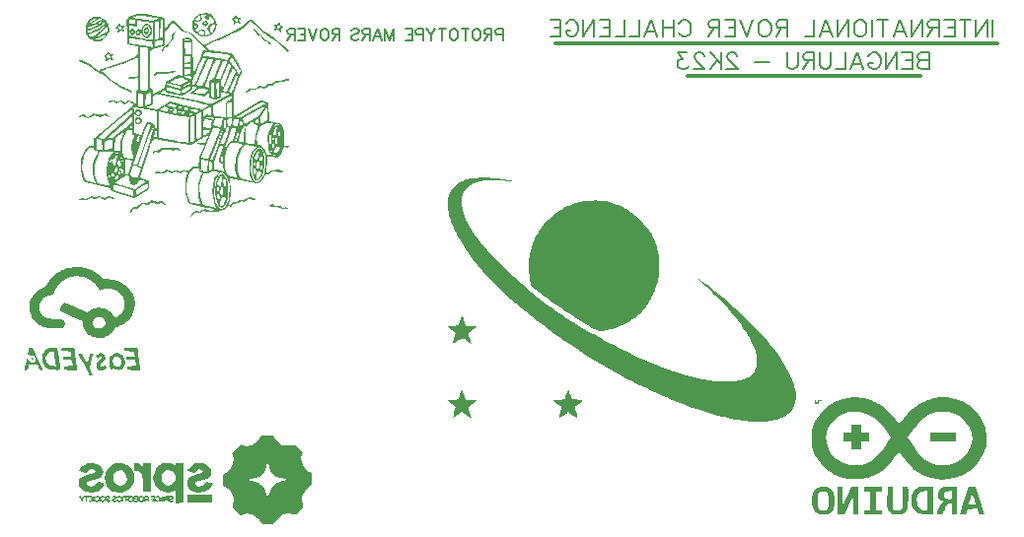
<source format=gbo>
G04 Layer: BottomSilkscreenLayer*
G04 EasyEDA v6.5.22, 2022-12-23 11:11:42*
G04 6bc2ae37271549389f3215a5b1e34c8e,48bb6e63cd8b433992a3f5e94ad137e8,10*
G04 Gerber Generator version 0.2*
G04 Scale: 100 percent, Rotated: No, Reflected: No *
G04 Dimensions in millimeters *
G04 leading zeros omitted , absolute positions ,4 integer and 5 decimal *
%FSLAX45Y45*%
%MOMM*%

%ADD10C,0.2032*%
%ADD11C,0.3000*%

%LPD*%
G36*
X4782464Y-1889963D02*
G01*
X4755134Y-1890471D01*
X4729226Y-1891588D01*
X4705096Y-1893366D01*
X4683353Y-1895754D01*
X4673447Y-1897227D01*
X4664354Y-1898853D01*
X4656023Y-1900631D01*
X4645253Y-1903475D01*
X4631639Y-1907743D01*
X4618482Y-1912620D01*
X4605731Y-1918106D01*
X4593488Y-1924151D01*
X4581753Y-1930755D01*
X4570526Y-1937918D01*
X4559858Y-1945538D01*
X4549749Y-1953717D01*
X4540250Y-1962353D01*
X4531360Y-1971497D01*
X4523130Y-1981047D01*
X4515612Y-1991004D01*
X4508703Y-2001418D01*
X4503724Y-2010105D01*
X4500270Y-2017014D01*
X4497070Y-2024075D01*
X4494225Y-2031441D01*
X4491634Y-2038959D01*
X4489348Y-2046732D01*
X4485690Y-2062937D01*
X4484319Y-2071370D01*
X4483201Y-2079955D01*
X4482388Y-2088743D01*
X4481880Y-2097786D01*
X4481626Y-2106930D01*
X4481982Y-2125878D01*
X4482592Y-2135581D01*
X4484674Y-2155545D01*
X4486097Y-2165756D01*
X4489805Y-2186686D01*
X4494580Y-2208174D01*
X4500473Y-2230221D01*
X4505553Y-2247087D01*
X4511243Y-2264257D01*
X4519777Y-2287524D01*
X4524400Y-2299309D01*
X4531817Y-2317191D01*
X4542637Y-2341372D01*
X4557572Y-2372055D01*
X4570628Y-2396947D01*
X4581042Y-2415794D01*
X4599635Y-2447442D01*
X4615586Y-2473045D01*
X4636820Y-2505202D01*
X4659528Y-2537510D01*
X4678730Y-2563418D01*
X4698796Y-2589377D01*
X4716678Y-2611678D01*
X4739640Y-2639364D01*
X4759909Y-2663139D01*
X4780788Y-2686964D01*
X4798618Y-2706827D01*
X4831689Y-2742692D01*
X4862169Y-2774594D01*
X4881676Y-2794558D01*
X4913630Y-2826512D01*
X4950714Y-2862427D01*
X4984648Y-2894330D01*
X5028234Y-2934157D01*
X5068620Y-2969920D01*
X5114696Y-3009595D01*
X5152491Y-3041142D01*
X5200751Y-3080512D01*
X5255260Y-3123488D01*
X5300827Y-3158490D01*
X5352491Y-3197047D01*
X5399836Y-3231540D01*
X5442661Y-3261918D01*
X5480608Y-3288334D01*
X5541162Y-3329482D01*
X5591556Y-3362756D01*
X5625490Y-3384753D01*
X5688533Y-3424580D01*
X5746648Y-3460292D01*
X5817362Y-3502406D01*
X5865063Y-3530041D01*
X5919216Y-3560622D01*
X5955639Y-3580790D01*
X6010605Y-3610508D01*
X6066028Y-3639718D01*
X6111951Y-3663289D01*
X6154318Y-3684473D01*
X6189675Y-3701643D01*
X6239103Y-3724960D01*
X6281420Y-3744264D01*
X6309563Y-3756812D01*
X6358636Y-3778046D01*
X6386576Y-3789781D01*
X6428282Y-3806850D01*
X6469684Y-3823258D01*
X6503974Y-3836365D01*
X6558280Y-3856329D01*
X6585153Y-3865829D01*
X6618478Y-3877259D01*
X6651447Y-3888181D01*
X6677558Y-3896563D01*
X6728968Y-3912260D01*
X6754317Y-3919575D01*
X6804050Y-3933190D01*
X6834530Y-3940962D01*
X6864451Y-3948176D01*
X6911187Y-3958539D01*
X6945274Y-3965295D01*
X6967474Y-3969359D01*
X6989267Y-3973017D01*
X7015886Y-3977030D01*
X7046975Y-3981043D01*
X7067092Y-3983228D01*
X7096353Y-3985717D01*
X7115251Y-3986885D01*
X7138162Y-3987749D01*
X7160209Y-3988003D01*
X7177278Y-3987698D01*
X7193737Y-3986936D01*
X7205725Y-3986123D01*
X7224979Y-3984193D01*
X7239660Y-3982161D01*
X7255713Y-3979468D01*
X7271105Y-3976420D01*
X7285837Y-3973118D01*
X7299909Y-3969461D01*
X7313371Y-3965498D01*
X7326223Y-3961231D01*
X7338466Y-3956608D01*
X7350048Y-3951681D01*
X7361072Y-3946398D01*
X7371537Y-3940759D01*
X7381341Y-3934815D01*
X7390638Y-3928465D01*
X7399375Y-3921810D01*
X7407503Y-3914749D01*
X7415123Y-3907332D01*
X7422184Y-3899560D01*
X7428738Y-3891381D01*
X7434732Y-3882847D01*
X7440218Y-3873957D01*
X7445248Y-3864610D01*
X7451090Y-3852214D01*
X7456119Y-3839819D01*
X7460335Y-3827475D01*
X7463840Y-3815130D01*
X7466533Y-3802684D01*
X7468412Y-3790086D01*
X7469124Y-3783736D01*
X7469886Y-3770884D01*
X7469886Y-3757777D01*
X7469174Y-3744417D01*
X7467701Y-3730701D01*
X7465466Y-3716578D01*
X7463231Y-3705301D01*
X7461148Y-3696766D01*
X7458608Y-3687622D01*
X7452207Y-3667810D01*
X7444282Y-3646170D01*
X7434884Y-3623056D01*
X7424267Y-3598824D01*
X7418578Y-3586378D01*
X7409535Y-3567429D01*
X7399985Y-3548278D01*
X7390028Y-3529025D01*
X7379766Y-3509873D01*
X7362037Y-3478479D01*
X7354824Y-3466185D01*
X7336586Y-3436721D01*
X7322007Y-3414674D01*
X7307580Y-3394354D01*
X7295286Y-3378149D01*
X7282586Y-3361994D01*
X7261352Y-3336036D01*
X7245908Y-3317748D01*
X7225436Y-3293973D01*
X7181138Y-3244291D01*
X7138619Y-3198317D01*
X7119213Y-3177844D01*
X7080148Y-3137408D01*
X7060692Y-3117697D01*
X7036612Y-3093720D01*
X6999224Y-3057448D01*
X6981240Y-3040532D01*
X6963918Y-3024581D01*
X6947306Y-3009696D01*
X6903669Y-2972054D01*
X6846316Y-2923641D01*
X6781444Y-2870098D01*
X6732320Y-2830322D01*
X6670040Y-2781198D01*
X6650024Y-2766060D01*
X6637324Y-2756763D01*
X6624472Y-2748178D01*
X6622034Y-2746908D01*
X6620560Y-2746451D01*
X6620205Y-2746705D01*
X6620408Y-2747467D01*
X6622389Y-2750362D01*
X6626352Y-2754934D01*
X6632143Y-2761132D01*
X6648602Y-2777540D01*
X6670446Y-2798318D01*
X6722922Y-2846476D01*
X6755028Y-2876753D01*
X6779920Y-2900883D01*
X6815937Y-2936900D01*
X6844639Y-2966770D01*
X6866737Y-2990443D01*
X6888073Y-3014014D01*
X6913625Y-3043224D01*
X6933184Y-3066338D01*
X6951929Y-3089249D01*
X6969810Y-3111906D01*
X6986930Y-3134258D01*
X7003135Y-3156407D01*
X7018477Y-3178200D01*
X7033006Y-3199688D01*
X7046569Y-3220872D01*
X7059320Y-3241649D01*
X7071106Y-3262071D01*
X7081977Y-3282086D01*
X7094220Y-3306521D01*
X7100874Y-3320846D01*
X7108901Y-3339541D01*
X7115911Y-3357778D01*
X7122007Y-3375507D01*
X7127036Y-3392728D01*
X7129221Y-3401161D01*
X7132777Y-3417570D01*
X7135266Y-3433419D01*
X7136739Y-3448710D01*
X7137095Y-3456127D01*
X7136993Y-3470452D01*
X7136536Y-3477412D01*
X7134809Y-3490823D01*
X7133539Y-3497275D01*
X7131964Y-3503574D01*
X7129373Y-3512261D01*
X7125614Y-3523030D01*
X7121448Y-3533241D01*
X7116876Y-3542893D01*
X7111898Y-3552037D01*
X7106462Y-3560673D01*
X7100519Y-3568801D01*
X7094067Y-3576421D01*
X7087108Y-3583533D01*
X7079640Y-3590188D01*
X7071614Y-3596386D01*
X7062978Y-3602126D01*
X7053783Y-3607460D01*
X7043928Y-3612337D01*
X7033463Y-3616807D01*
X7022338Y-3620820D01*
X7010552Y-3624478D01*
X6998055Y-3627780D01*
X6984847Y-3630676D01*
X6970877Y-3633266D01*
X6956196Y-3635451D01*
X6940702Y-3637330D01*
X6924395Y-3638854D01*
X6907275Y-3640124D01*
X6886295Y-3641140D01*
X6869836Y-3641496D01*
X6844385Y-3641293D01*
X6818223Y-3640226D01*
X6804812Y-3639413D01*
X6772808Y-3636619D01*
X6744563Y-3633317D01*
X6720484Y-3629914D01*
X6695846Y-3625951D01*
X6665671Y-3620414D01*
X6639966Y-3615182D01*
X6597903Y-3605631D01*
X6570980Y-3598875D01*
X6532524Y-3588562D01*
X6504533Y-3580536D01*
X6481826Y-3573678D01*
X6453073Y-3564636D01*
X6423914Y-3555034D01*
X6394297Y-3544874D01*
X6358229Y-3532022D01*
X6327749Y-3520694D01*
X6303111Y-3511245D01*
X6265672Y-3496411D01*
X6240424Y-3486150D01*
X6202121Y-3470046D01*
X6169863Y-3456076D01*
X6117437Y-3432606D01*
X6084265Y-3417315D01*
X6023762Y-3388461D01*
X5962294Y-3357930D01*
X5906871Y-3329432D01*
X5864809Y-3307232D01*
X5829503Y-3288182D01*
X5793943Y-3268675D01*
X5750915Y-3244596D01*
X5693664Y-3211779D01*
X5636818Y-3178505D01*
X5584240Y-3146958D01*
X5556605Y-3130042D01*
X5499100Y-3093770D01*
X5454751Y-3064662D01*
X5412130Y-3035452D01*
X5370474Y-3005785D01*
X5329224Y-2975051D01*
X5296916Y-2950159D01*
X5254599Y-2916478D01*
X5230469Y-2896768D01*
X5205780Y-2876245D01*
X5170017Y-2846019D01*
X5121503Y-2804210D01*
X5073954Y-2762453D01*
X5050078Y-2741015D01*
X5021021Y-2714396D01*
X4992878Y-2688031D01*
X4970983Y-2667101D01*
X4944465Y-2641193D01*
X4918862Y-2615539D01*
X4894122Y-2590190D01*
X4870348Y-2565146D01*
X4843119Y-2535478D01*
X4821428Y-2511094D01*
X4796637Y-2482240D01*
X4780940Y-2463342D01*
X4765852Y-2444597D01*
X4747869Y-2421534D01*
X4730902Y-2398826D01*
X4714900Y-2376525D01*
X4697069Y-2350211D01*
X4683353Y-2328773D01*
X4670704Y-2307742D01*
X4661306Y-2291232D01*
X4648454Y-2267000D01*
X4639259Y-2248001D01*
X4633163Y-2234641D01*
X4627778Y-2222195D01*
X4623155Y-2210460D01*
X4619142Y-2199284D01*
X4615688Y-2188362D01*
X4612843Y-2177542D01*
X4610455Y-2166620D01*
X4608474Y-2155342D01*
X4606899Y-2143607D01*
X4605629Y-2131110D01*
X4604613Y-2117648D01*
X4603597Y-2099106D01*
X4602886Y-2079447D01*
X4602886Y-2063496D01*
X4603800Y-2050389D01*
X4604613Y-2044649D01*
X4605731Y-2039366D01*
X4607153Y-2034336D01*
X4608830Y-2029510D01*
X4610862Y-2024837D01*
X4613249Y-2020163D01*
X4619091Y-2010410D01*
X4626660Y-1999335D01*
X4634839Y-1988566D01*
X4643170Y-1978812D01*
X4651806Y-1969922D01*
X4660798Y-1961896D01*
X4665472Y-1958136D01*
X4675276Y-1951228D01*
X4685741Y-1945030D01*
X4696968Y-1939391D01*
X4709058Y-1934260D01*
X4722114Y-1929638D01*
X4736287Y-1925421D01*
X4751628Y-1921459D01*
X4762703Y-1918970D01*
X4785207Y-1914804D01*
X4796637Y-1913128D01*
X4819954Y-1910588D01*
X4831842Y-1909724D01*
X4850079Y-1908911D01*
X4875123Y-1908810D01*
X4901184Y-1909775D01*
X4928412Y-1911756D01*
X4956911Y-1914855D01*
X4987493Y-1919020D01*
X5015128Y-1922525D01*
X5034280Y-1924151D01*
X5040579Y-1924304D01*
X5044795Y-1924100D01*
X5046878Y-1923440D01*
X5047132Y-1922983D01*
X5046827Y-1922475D01*
X5044643Y-1921103D01*
X5040274Y-1919427D01*
X5025237Y-1915109D01*
X5001666Y-1909724D01*
X4972812Y-1903933D01*
X4948986Y-1900123D01*
X4923282Y-1896872D01*
X4896104Y-1894281D01*
X4868011Y-1892249D01*
X4832197Y-1890623D01*
X4803597Y-1890014D01*
G37*
G36*
X5743346Y-2085390D02*
G01*
X5723839Y-2085797D01*
X5704230Y-2086762D01*
X5684723Y-2088235D01*
X5671769Y-2089505D01*
X5652668Y-2091842D01*
X5640171Y-2093671D01*
X5615889Y-2098040D01*
X5604256Y-2100529D01*
X5592927Y-2103272D01*
X5582056Y-2106168D01*
X5571642Y-2109317D01*
X5560872Y-2112924D01*
X5538266Y-2121357D01*
X5516168Y-2130653D01*
X5505348Y-2135632D01*
X5489346Y-2143506D01*
X5468518Y-2154631D01*
X5453329Y-2163521D01*
X5433517Y-2176068D01*
X5414314Y-2189327D01*
X5400344Y-2199792D01*
X5391200Y-2206955D01*
X5377840Y-2218029D01*
X5369102Y-2225598D01*
X5352186Y-2241296D01*
X5343956Y-2249322D01*
X5331968Y-2261717D01*
X5316575Y-2278786D01*
X5301894Y-2296363D01*
X5287975Y-2314498D01*
X5274767Y-2333193D01*
X5265369Y-2347468D01*
X5259324Y-2357170D01*
X5247894Y-2376932D01*
X5237226Y-2397048D01*
X5227320Y-2417622D01*
X5218277Y-2438552D01*
X5212080Y-2454503D01*
X5208168Y-2465222D01*
X5204510Y-2476042D01*
X5199430Y-2492349D01*
X5196281Y-2503373D01*
X5190693Y-2525572D01*
X5187137Y-2542336D01*
X5185003Y-2553614D01*
X5181447Y-2576322D01*
X5178856Y-2599232D01*
X5177231Y-2622296D01*
X5176774Y-2633878D01*
X5176621Y-2657144D01*
X5176875Y-2668828D01*
X5178196Y-2692196D01*
X5179212Y-2703931D01*
X5182057Y-2727401D01*
X5184902Y-2745028D01*
X5198110Y-2815844D01*
X5312968Y-2907944D01*
X5331409Y-2922270D01*
X5364683Y-2947517D01*
X5384190Y-2961995D01*
X5419191Y-2987294D01*
X5444744Y-3005277D01*
X5491632Y-3037281D01*
X5523433Y-3058312D01*
X5550103Y-3075584D01*
X5582259Y-3095904D01*
X5603697Y-3109163D01*
X5651957Y-3138170D01*
X5683961Y-3156661D01*
X5722416Y-3178302D01*
X5737555Y-3186430D01*
X5750458Y-3192983D01*
X5761634Y-3198012D01*
X5771438Y-3201771D01*
X5780278Y-3204260D01*
X5788558Y-3205734D01*
X5792622Y-3206140D01*
X5800852Y-3206242D01*
X5809589Y-3205683D01*
X5819241Y-3204514D01*
X5829503Y-3202990D01*
X5840831Y-3200806D01*
X5853531Y-3197961D01*
X5867196Y-3194608D01*
X5881420Y-3190849D01*
X5895695Y-3186734D01*
X5909716Y-3182416D01*
X5922975Y-3177997D01*
X5935370Y-3173526D01*
X5947664Y-3168802D01*
X5959754Y-3163874D01*
X5971692Y-3158693D01*
X5994908Y-3147720D01*
X6006236Y-3141929D01*
X6017361Y-3135934D01*
X6028283Y-3129737D01*
X6039053Y-3123285D01*
X6059932Y-3109772D01*
X6070092Y-3102711D01*
X6080048Y-3095447D01*
X6089802Y-3087979D01*
X6099352Y-3080308D01*
X6108700Y-3072434D01*
X6122365Y-3060192D01*
X6139840Y-3043174D01*
X6148273Y-3034385D01*
X6156553Y-3025343D01*
X6164580Y-3016148D01*
X6176264Y-3001924D01*
X6183782Y-2992221D01*
X6194653Y-2977235D01*
X6201664Y-2967024D01*
X6208471Y-2956610D01*
X6218326Y-2940558D01*
X6224574Y-2929686D01*
X6230670Y-2918561D01*
X6242202Y-2895701D01*
X6247638Y-2884017D01*
X6252870Y-2872130D01*
X6257899Y-2860040D01*
X6262725Y-2847746D01*
X6271869Y-2822143D01*
X6279896Y-2797149D01*
X6283198Y-2785668D01*
X6286042Y-2774645D01*
X6288481Y-2763875D01*
X6290513Y-2753156D01*
X6292189Y-2742285D01*
X6293561Y-2731058D01*
X6294577Y-2719273D01*
X6295390Y-2706776D01*
X6296304Y-2678836D01*
X6296456Y-2647340D01*
X6296304Y-2633218D01*
X6295288Y-2605735D01*
X6293408Y-2579370D01*
X6290614Y-2553919D01*
X6286855Y-2529433D01*
X6284620Y-2517495D01*
X6279438Y-2494178D01*
X6276441Y-2482799D01*
X6269736Y-2460498D01*
X6261912Y-2438806D01*
X6253022Y-2417622D01*
X6248146Y-2407208D01*
X6243015Y-2396896D01*
X6237579Y-2386685D01*
X6231839Y-2376525D01*
X6219494Y-2356459D01*
X6212840Y-2346502D01*
X6198666Y-2326690D01*
X6187186Y-2311908D01*
X6170726Y-2292197D01*
X6162040Y-2282342D01*
X6148324Y-2267508D01*
X6129121Y-2247849D01*
X6114796Y-2234031D01*
X6095492Y-2216658D01*
X6080861Y-2204415D01*
X6071006Y-2196592D01*
X6061049Y-2189022D01*
X6051042Y-2181758D01*
X6030722Y-2168042D01*
X6020409Y-2161590D01*
X6009995Y-2155393D01*
X5999480Y-2149449D01*
X5983427Y-2141016D01*
X5972606Y-2135733D01*
X5961583Y-2130653D01*
X5950458Y-2125827D01*
X5939180Y-2121255D01*
X5916168Y-2112822D01*
X5892444Y-2105304D01*
X5868009Y-2098649D01*
X5845251Y-2093518D01*
X5834481Y-2091639D01*
X5823356Y-2089962D01*
X5799886Y-2087422D01*
X5775299Y-2085898D01*
G37*
G36*
X4604816Y-3081070D02*
G01*
X4602988Y-3081832D01*
X4601108Y-3083407D01*
X4599228Y-3085744D01*
X4597196Y-3088894D01*
X4595164Y-3092805D01*
X4590796Y-3103016D01*
X4586020Y-3116427D01*
X4580839Y-3132277D01*
X4578451Y-3138982D01*
X4576064Y-3144520D01*
X4573422Y-3149041D01*
X4570425Y-3152648D01*
X4566818Y-3155492D01*
X4562500Y-3157677D01*
X4557166Y-3159302D01*
X4550664Y-3160522D01*
X4542891Y-3161436D01*
X4522419Y-3162909D01*
X4472736Y-3165805D01*
X4551781Y-3223107D01*
X4535424Y-3269894D01*
X4530496Y-3285236D01*
X4527499Y-3296767D01*
X4526686Y-3301187D01*
X4526381Y-3304794D01*
X4526635Y-3307537D01*
X4527346Y-3309467D01*
X4528566Y-3310636D01*
X4530293Y-3311093D01*
X4532528Y-3310839D01*
X4535322Y-3309874D01*
X4538675Y-3308299D01*
X4546955Y-3303320D01*
X4577943Y-3283254D01*
X4583734Y-3279698D01*
X4593590Y-3274415D01*
X4597755Y-3272586D01*
X4601616Y-3271316D01*
X4605172Y-3270554D01*
X4608474Y-3270300D01*
X4611674Y-3270554D01*
X4614824Y-3271316D01*
X4618024Y-3272586D01*
X4621326Y-3274314D01*
X4628540Y-3279140D01*
X4649114Y-3294735D01*
X4661865Y-3303879D01*
X4672431Y-3310788D01*
X4676495Y-3313176D01*
X4679492Y-3314649D01*
X4681321Y-3315208D01*
X4682134Y-3314293D01*
X4682337Y-3311651D01*
X4681880Y-3307486D01*
X4680864Y-3302000D01*
X4677257Y-3287674D01*
X4671771Y-3270199D01*
X4667300Y-3256788D01*
X4663998Y-3245866D01*
X4662932Y-3241192D01*
X4662271Y-3236874D01*
X4662068Y-3232912D01*
X4662373Y-3229203D01*
X4663186Y-3225698D01*
X4664557Y-3222294D01*
X4666538Y-3218942D01*
X4669180Y-3215538D01*
X4672482Y-3212033D01*
X4676444Y-3208324D01*
X4686757Y-3200146D01*
X4726990Y-3171494D01*
X4730038Y-3168904D01*
X4731816Y-3166821D01*
X4732223Y-3165246D01*
X4731105Y-3163976D01*
X4728464Y-3163062D01*
X4724095Y-3162452D01*
X4709922Y-3161741D01*
X4634687Y-3160979D01*
X4620869Y-3109061D01*
X4617161Y-3097479D01*
X4615383Y-3092805D01*
X4613605Y-3088894D01*
X4611878Y-3085795D01*
X4610100Y-3083458D01*
X4608372Y-3081883D01*
X4606594Y-3081070D01*
G37*
G36*
X5517337Y-3716985D02*
G01*
X5515914Y-3717340D01*
X5514390Y-3718610D01*
X5512765Y-3720693D01*
X5510987Y-3723690D01*
X5507024Y-3732377D01*
X5502148Y-3744772D01*
X5490667Y-3776268D01*
X5488533Y-3781044D01*
X5486247Y-3785057D01*
X5483656Y-3788359D01*
X5480608Y-3791000D01*
X5476900Y-3793083D01*
X5472430Y-3794658D01*
X5466994Y-3795776D01*
X5460492Y-3796588D01*
X5452719Y-3797096D01*
X5432806Y-3797503D01*
X5382310Y-3797808D01*
X5411368Y-3822141D01*
X5433517Y-3839768D01*
X5450586Y-3852468D01*
X5453532Y-3854958D01*
X5455818Y-3857447D01*
X5457494Y-3860037D01*
X5458561Y-3862933D01*
X5459018Y-3866286D01*
X5458917Y-3870198D01*
X5458155Y-3874770D01*
X5456834Y-3880256D01*
X5452364Y-3894328D01*
X5446471Y-3911701D01*
X5441950Y-3927195D01*
X5440375Y-3933951D01*
X5439308Y-3939692D01*
X5438749Y-3944315D01*
X5438749Y-3947617D01*
X5439359Y-3949395D01*
X5440984Y-3949852D01*
X5443778Y-3949242D01*
X5447639Y-3947668D01*
X5452364Y-3945229D01*
X5457850Y-3942029D01*
X5463895Y-3938168D01*
X5470398Y-3933647D01*
X5483910Y-3923537D01*
X5496661Y-3914444D01*
X5507278Y-3907536D01*
X5511342Y-3905199D01*
X5514441Y-3903726D01*
X5516321Y-3903218D01*
X5518251Y-3903726D01*
X5521299Y-3905199D01*
X5525414Y-3907536D01*
X5535980Y-3914444D01*
X5548731Y-3923537D01*
X5562295Y-3933647D01*
X5568746Y-3938168D01*
X5574792Y-3942029D01*
X5580278Y-3945229D01*
X5585002Y-3947668D01*
X5588863Y-3949242D01*
X5591657Y-3949852D01*
X5593283Y-3949395D01*
X5593943Y-3947617D01*
X5593943Y-3944365D01*
X5593384Y-3939743D01*
X5592318Y-3933951D01*
X5588660Y-3919829D01*
X5578449Y-3888486D01*
X5576722Y-3882186D01*
X5575503Y-3876548D01*
X5574893Y-3871468D01*
X5574893Y-3866845D01*
X5575604Y-3862628D01*
X5576976Y-3858666D01*
X5579160Y-3854856D01*
X5582107Y-3851198D01*
X5585917Y-3847490D01*
X5590641Y-3843680D01*
X5596280Y-3839667D01*
X5610555Y-3830726D01*
X5624169Y-3822496D01*
X5628132Y-3819601D01*
X5631230Y-3816858D01*
X5633466Y-3814216D01*
X5634786Y-3811778D01*
X5635193Y-3809492D01*
X5634786Y-3807307D01*
X5633466Y-3805326D01*
X5631230Y-3803497D01*
X5628132Y-3801821D01*
X5624169Y-3800297D01*
X5619343Y-3798976D01*
X5613654Y-3797808D01*
X5607050Y-3796792D01*
X5599582Y-3795928D01*
X5583580Y-3794760D01*
X5570829Y-3793591D01*
X5565597Y-3792778D01*
X5561025Y-3791813D01*
X5557113Y-3790543D01*
X5553659Y-3788968D01*
X5550611Y-3786987D01*
X5547969Y-3784498D01*
X5545582Y-3781551D01*
X5543346Y-3777996D01*
X5541264Y-3773779D01*
X5537047Y-3763162D01*
X5528157Y-3736746D01*
X5524703Y-3727246D01*
X5521655Y-3720744D01*
X5520182Y-3718661D01*
X5518759Y-3717391D01*
G37*
G36*
X4603648Y-3718661D02*
G01*
X4601514Y-3719626D01*
X4599330Y-3721862D01*
X4597044Y-3725265D01*
X4594656Y-3729888D01*
X4592116Y-3735730D01*
X4586528Y-3751021D01*
X4580839Y-3768496D01*
X4578451Y-3775151D01*
X4576064Y-3780688D01*
X4573422Y-3785209D01*
X4570425Y-3788867D01*
X4566818Y-3791712D01*
X4562500Y-3793845D01*
X4557166Y-3795522D01*
X4550664Y-3796741D01*
X4542891Y-3797655D01*
X4522419Y-3799078D01*
X4472736Y-3801973D01*
X4551273Y-3860444D01*
X4536338Y-3911803D01*
X4532426Y-3927601D01*
X4531004Y-3934358D01*
X4530039Y-3940149D01*
X4529531Y-3944721D01*
X4529480Y-3947922D01*
X4529988Y-3949547D01*
X4531461Y-3949801D01*
X4534154Y-3948937D01*
X4537964Y-3947160D01*
X4542688Y-3944518D01*
X4554372Y-3936949D01*
X4567986Y-3927043D01*
X4602226Y-3900728D01*
X4645964Y-3931158D01*
X4659884Y-3940200D01*
X4671364Y-3947058D01*
X4675784Y-3949395D01*
X4679086Y-3950868D01*
X4681067Y-3951376D01*
X4682032Y-3950563D01*
X4682388Y-3948277D01*
X4682185Y-3944569D01*
X4681372Y-3939692D01*
X4680102Y-3933799D01*
X4678324Y-3927043D01*
X4673396Y-3911600D01*
X4667351Y-3894277D01*
X4663287Y-3881120D01*
X4662017Y-3875735D01*
X4661357Y-3871061D01*
X4661255Y-3866946D01*
X4661814Y-3863238D01*
X4663084Y-3859834D01*
X4664964Y-3856634D01*
X4667656Y-3853484D01*
X4671060Y-3850284D01*
X4680254Y-3843274D01*
X4692904Y-3834536D01*
X4705908Y-3825087D01*
X4716526Y-3816248D01*
X4720640Y-3812336D01*
X4723739Y-3809034D01*
X4725720Y-3806291D01*
X4726432Y-3804412D01*
X4725466Y-3802938D01*
X4722774Y-3801567D01*
X4718456Y-3800348D01*
X4712766Y-3799281D01*
X4705858Y-3798417D01*
X4697933Y-3797706D01*
X4689195Y-3797300D01*
X4633214Y-3797147D01*
X4618583Y-3744823D01*
X4614062Y-3731463D01*
X4611928Y-3726535D01*
X4609846Y-3722776D01*
X4607763Y-3720236D01*
X4605731Y-3718814D01*
G37*
G36*
X1304290Y-2658110D02*
G01*
X1288999Y-2658414D01*
X1275435Y-2659075D01*
X1262176Y-2660243D01*
X1249222Y-2661869D01*
X1236522Y-2663952D01*
X1224127Y-2666492D01*
X1211986Y-2669540D01*
X1200099Y-2673045D01*
X1188466Y-2677058D01*
X1177086Y-2681528D01*
X1166012Y-2686507D01*
X1155090Y-2691993D01*
X1144473Y-2697937D01*
X1134059Y-2704388D01*
X1123848Y-2711348D01*
X1113891Y-2718816D01*
X1104087Y-2726791D01*
X1094536Y-2735275D01*
X1085138Y-2744216D01*
X1077061Y-2752699D01*
X1068882Y-2762097D01*
X1061059Y-2771851D01*
X1053896Y-2781503D01*
X1047851Y-2790444D01*
X1043381Y-2798267D01*
X1030274Y-2823768D01*
X992327Y-2841548D01*
X980389Y-2848152D01*
X968908Y-2855518D01*
X958037Y-2863697D01*
X952804Y-2868015D01*
X942848Y-2877210D01*
X933551Y-2887014D01*
X924966Y-2897428D01*
X917194Y-2908350D01*
X910234Y-2919780D01*
X904087Y-2931617D01*
X890168Y-2961335D01*
X890168Y-3040278D01*
X906678Y-3075178D01*
X912469Y-3085541D01*
X919175Y-3095752D01*
X926642Y-3105708D01*
X934770Y-3115360D01*
X943457Y-3124555D01*
X952601Y-3133191D01*
X962101Y-3141167D01*
X971854Y-3148380D01*
X981760Y-3154680D01*
X992022Y-3160217D01*
X1002537Y-3165195D01*
X1013206Y-3169412D01*
X1024128Y-3173018D01*
X1035507Y-3176016D01*
X1047546Y-3178403D01*
X1060450Y-3180232D01*
X1074369Y-3181553D01*
X1089456Y-3182366D01*
X1106017Y-3182772D01*
X1169111Y-3182823D01*
X1181912Y-3170021D01*
X1187500Y-3163620D01*
X1191514Y-3157118D01*
X1193901Y-3150565D01*
X1194714Y-3144062D01*
X1194562Y-3138170D01*
X1194003Y-3132836D01*
X1193038Y-3128060D01*
X1191564Y-3123793D01*
X1189532Y-3120034D01*
X1186942Y-3116783D01*
X1183690Y-3113938D01*
X1179728Y-3111550D01*
X1175004Y-3109518D01*
X1169517Y-3107842D01*
X1163116Y-3106521D01*
X1155750Y-3105505D01*
X1147470Y-3104743D01*
X1138123Y-3104235D01*
X1099007Y-3103626D01*
X1083665Y-3102762D01*
X1069898Y-3101238D01*
X1057554Y-3099003D01*
X1051864Y-3097580D01*
X1041298Y-3094177D01*
X1036370Y-3092145D01*
X1027176Y-3087420D01*
X1022807Y-3084677D01*
X1014526Y-3078480D01*
X1006652Y-3071266D01*
X1002792Y-3067202D01*
X998677Y-3062478D01*
X994968Y-3057601D01*
X991565Y-3052470D01*
X988517Y-3047238D01*
X985824Y-3041853D01*
X983487Y-3036316D01*
X981456Y-3030728D01*
X979830Y-3024987D01*
X978509Y-3019247D01*
X977544Y-3013405D01*
X976934Y-3007512D01*
X976680Y-3001670D01*
X976731Y-2995777D01*
X977188Y-2989935D01*
X977950Y-2984093D01*
X979068Y-2978353D01*
X980541Y-2972663D01*
X982370Y-2967075D01*
X984554Y-2961589D01*
X987094Y-2956255D01*
X989990Y-2951022D01*
X993190Y-2945993D01*
X996797Y-2941167D01*
X1000760Y-2936494D01*
X1005738Y-2931160D01*
X1010615Y-2926384D01*
X1015492Y-2922117D01*
X1020419Y-2918358D01*
X1025499Y-2914954D01*
X1030782Y-2912008D01*
X1036370Y-2909366D01*
X1042365Y-2907030D01*
X1048816Y-2904947D01*
X1055827Y-2903118D01*
X1063447Y-2901442D01*
X1100124Y-2895092D01*
X1103477Y-2878886D01*
X1106170Y-2868320D01*
X1107846Y-2863088D01*
X1111910Y-2852724D01*
X1116787Y-2842514D01*
X1122527Y-2832557D01*
X1128979Y-2822854D01*
X1136142Y-2813405D01*
X1144016Y-2804363D01*
X1152448Y-2795676D01*
X1161491Y-2787396D01*
X1171092Y-2779623D01*
X1181150Y-2772308D01*
X1191666Y-2765602D01*
X1202588Y-2759456D01*
X1213815Y-2753969D01*
X1225346Y-2749143D01*
X1237183Y-2745028D01*
X1249172Y-2741676D01*
X1261160Y-2739186D01*
X1267104Y-2738170D01*
X1279042Y-2736748D01*
X1290980Y-2735986D01*
X1302918Y-2735884D01*
X1314754Y-2736443D01*
X1326540Y-2737612D01*
X1338173Y-2739440D01*
X1349654Y-2741828D01*
X1360932Y-2744825D01*
X1372006Y-2748432D01*
X1382826Y-2752547D01*
X1393393Y-2757220D01*
X1403604Y-2762453D01*
X1413459Y-2768193D01*
X1422908Y-2774492D01*
X1431950Y-2781198D01*
X1440535Y-2788462D01*
X1448612Y-2796133D01*
X1456182Y-2804312D01*
X1463192Y-2812897D01*
X1469644Y-2821940D01*
X1483512Y-2844850D01*
X1486712Y-2849372D01*
X1489506Y-2852674D01*
X1492097Y-2854807D01*
X1494536Y-2855925D01*
X1496974Y-2856179D01*
X1499565Y-2855722D01*
X1520190Y-2849626D01*
X1535785Y-2845460D01*
X1547977Y-2842971D01*
X1553311Y-2842209D01*
X1563471Y-2841650D01*
X1574444Y-2842056D01*
X1586788Y-2843225D01*
X1592834Y-2844038D01*
X1598777Y-2845104D01*
X1610258Y-2847898D01*
X1615897Y-2849575D01*
X1626717Y-2853537D01*
X1637030Y-2858262D01*
X1646783Y-2863697D01*
X1656029Y-2869793D01*
X1664614Y-2876600D01*
X1672539Y-2883966D01*
X1679803Y-2891942D01*
X1686356Y-2900426D01*
X1692148Y-2909468D01*
X1694789Y-2914142D01*
X1699361Y-2923844D01*
X1701393Y-2928874D01*
X1704746Y-2939237D01*
X1707184Y-2949905D01*
X1708708Y-2960979D01*
X1709115Y-2966618D01*
X1709216Y-2979166D01*
X1708810Y-2985871D01*
X1708150Y-2992323D01*
X1707184Y-2998673D01*
X1705965Y-3004820D01*
X1704441Y-3010763D01*
X1700479Y-3022193D01*
X1698040Y-3027680D01*
X1695297Y-3033014D01*
X1692249Y-3038144D01*
X1688947Y-3043174D01*
X1685289Y-3048050D01*
X1681327Y-3052775D01*
X1677111Y-3057347D01*
X1672539Y-3061766D01*
X1667662Y-3066084D01*
X1662430Y-3070250D01*
X1656943Y-3074263D01*
X1642821Y-3083356D01*
X1636217Y-3087014D01*
X1630933Y-3089198D01*
X1626768Y-3089910D01*
X1623466Y-3089046D01*
X1620672Y-3086709D01*
X1618183Y-3082848D01*
X1613865Y-3073654D01*
X1611426Y-3069640D01*
X1608378Y-3065424D01*
X1604822Y-3061106D01*
X1600809Y-3056686D01*
X1591665Y-3047796D01*
X1581404Y-3039160D01*
X1575968Y-3035046D01*
X1564843Y-3027527D01*
X1559255Y-3024174D01*
X1553718Y-3021177D01*
X1548282Y-3018586D01*
X1543050Y-3016402D01*
X1537208Y-3014370D01*
X1531264Y-3012592D01*
X1519123Y-3009849D01*
X1512925Y-3008884D01*
X1500428Y-3007715D01*
X1487728Y-3007563D01*
X1475028Y-3008376D01*
X1462379Y-3010255D01*
X1449882Y-3013049D01*
X1443736Y-3014827D01*
X1437640Y-3016859D01*
X1425702Y-3021634D01*
X1419860Y-3024327D01*
X1408633Y-3030474D01*
X1397914Y-3037586D01*
X1380845Y-3049930D01*
X1275689Y-2999790D01*
X1190599Y-2959760D01*
X1166012Y-2999384D01*
X1159205Y-3011728D01*
X1156665Y-3016961D01*
X1154785Y-3021482D01*
X1153566Y-3025089D01*
X1153160Y-3027629D01*
X1153515Y-3029000D01*
X1162608Y-3033928D01*
X1184300Y-3044799D01*
X1252829Y-3077870D01*
X1348232Y-3123234D01*
X1348269Y-3138119D01*
X1435963Y-3138119D01*
X1436319Y-3130296D01*
X1437487Y-3123133D01*
X1439468Y-3116681D01*
X1442313Y-3110839D01*
X1445971Y-3105607D01*
X1450492Y-3100882D01*
X1455928Y-3096666D01*
X1462328Y-3092907D01*
X1467764Y-3090418D01*
X1473301Y-3088538D01*
X1478940Y-3087217D01*
X1484630Y-3086455D01*
X1490268Y-3086201D01*
X1495856Y-3086557D01*
X1501343Y-3087370D01*
X1506728Y-3088741D01*
X1511909Y-3090570D01*
X1516837Y-3092907D01*
X1521510Y-3095701D01*
X1525879Y-3098952D01*
X1529892Y-3102660D01*
X1533550Y-3106775D01*
X1536700Y-3111347D01*
X1539392Y-3116275D01*
X1541373Y-3121050D01*
X1542846Y-3125825D01*
X1543761Y-3130550D01*
X1544167Y-3135223D01*
X1544116Y-3139795D01*
X1543608Y-3144316D01*
X1542643Y-3148736D01*
X1541272Y-3152952D01*
X1539443Y-3157067D01*
X1537258Y-3160979D01*
X1534718Y-3164687D01*
X1531823Y-3168192D01*
X1528622Y-3171444D01*
X1525066Y-3174441D01*
X1521256Y-3177133D01*
X1517142Y-3179572D01*
X1512824Y-3181604D01*
X1508252Y-3183331D01*
X1503426Y-3184702D01*
X1498447Y-3185668D01*
X1493266Y-3186226D01*
X1487982Y-3186328D01*
X1482496Y-3185972D01*
X1476908Y-3185160D01*
X1471015Y-3183737D01*
X1465427Y-3181756D01*
X1460246Y-3179216D01*
X1455470Y-3176168D01*
X1451152Y-3172663D01*
X1447292Y-3168700D01*
X1443990Y-3164382D01*
X1441145Y-3159709D01*
X1438910Y-3154680D01*
X1437284Y-3149396D01*
X1436319Y-3143859D01*
X1435963Y-3138119D01*
X1348269Y-3138119D01*
X1348486Y-3148380D01*
X1349044Y-3153664D01*
X1349959Y-3158947D01*
X1351229Y-3164332D01*
X1352804Y-3169666D01*
X1354734Y-3175050D01*
X1359458Y-3185718D01*
X1365351Y-3196234D01*
X1368704Y-3201365D01*
X1376121Y-3211322D01*
X1384452Y-3220821D01*
X1393596Y-3229660D01*
X1403451Y-3237738D01*
X1408582Y-3241446D01*
X1413916Y-3244951D01*
X1419352Y-3248202D01*
X1424940Y-3251149D01*
X1430629Y-3253841D01*
X1436370Y-3256229D01*
X1442262Y-3258210D01*
X1448409Y-3259836D01*
X1454962Y-3261106D01*
X1462125Y-3262071D01*
X1469999Y-3262782D01*
X1478788Y-3263239D01*
X1525879Y-3263798D01*
X1556105Y-3249574D01*
X1561388Y-3246577D01*
X1572006Y-3239668D01*
X1577289Y-3235807D01*
X1587500Y-3227425D01*
X1592427Y-3223056D01*
X1601470Y-3214014D01*
X1605584Y-3209442D01*
X1612646Y-3200450D01*
X1615541Y-3196132D01*
X1617980Y-3191916D01*
X1622958Y-3182112D01*
X1626920Y-3177641D01*
X1631746Y-3174441D01*
X1637436Y-3172561D01*
X1647748Y-3169920D01*
X1658670Y-3165957D01*
X1670100Y-3160877D01*
X1681784Y-3154730D01*
X1693519Y-3147771D01*
X1705152Y-3140049D01*
X1716430Y-3131718D01*
X1727200Y-3122930D01*
X1737258Y-3113786D01*
X1746453Y-3104489D01*
X1754530Y-3095091D01*
X1758086Y-3090418D01*
X1764741Y-3080410D01*
X1771091Y-3069590D01*
X1776730Y-3058566D01*
X1781657Y-3047492D01*
X1785924Y-3036316D01*
X1789480Y-3025038D01*
X1792325Y-3013760D01*
X1794510Y-3002432D01*
X1795983Y-2991053D01*
X1796796Y-2979724D01*
X1796897Y-2968447D01*
X1796338Y-2957169D01*
X1795068Y-2945993D01*
X1793138Y-2934868D01*
X1790547Y-2923895D01*
X1787245Y-2913024D01*
X1783334Y-2902254D01*
X1778711Y-2891688D01*
X1773428Y-2881325D01*
X1767433Y-2871165D01*
X1760829Y-2861208D01*
X1753565Y-2851454D01*
X1745640Y-2842006D01*
X1737004Y-2832811D01*
X1726590Y-2822905D01*
X1720138Y-2817317D01*
X1706524Y-2806547D01*
X1693316Y-2797200D01*
X1687372Y-2793492D01*
X1682140Y-2790545D01*
X1671878Y-2785770D01*
X1660652Y-2781249D01*
X1648714Y-2777134D01*
X1636268Y-2773324D01*
X1623466Y-2770022D01*
X1610563Y-2767177D01*
X1597812Y-2764891D01*
X1585315Y-2763215D01*
X1573326Y-2762148D01*
X1562100Y-2761792D01*
X1531772Y-2761792D01*
X1508506Y-2738628D01*
X1499920Y-2730804D01*
X1490929Y-2723286D01*
X1481480Y-2716072D01*
X1471726Y-2709214D01*
X1461566Y-2702712D01*
X1451051Y-2696514D01*
X1440230Y-2690723D01*
X1429156Y-2685288D01*
X1417828Y-2680309D01*
X1406245Y-2675686D01*
X1394409Y-2671521D01*
X1382471Y-2667762D01*
X1370330Y-2664510D01*
X1359662Y-2662072D01*
X1349502Y-2660446D01*
X1338021Y-2659278D01*
X1325321Y-2658465D01*
G37*
G36*
X1225956Y-3349498D02*
G01*
X1199794Y-3349802D01*
X1190345Y-3350209D01*
X1182979Y-3350869D01*
X1177340Y-3351784D01*
X1173175Y-3353003D01*
X1170228Y-3354527D01*
X1168095Y-3356457D01*
X1165707Y-3360064D01*
X1164691Y-3363468D01*
X1165148Y-3366922D01*
X1166926Y-3370681D01*
X1168552Y-3372662D01*
X1170889Y-3374288D01*
X1174038Y-3375660D01*
X1178204Y-3376777D01*
X1183589Y-3377641D01*
X1190244Y-3378352D01*
X1223670Y-3380181D01*
X1235913Y-3381654D01*
X1240637Y-3382568D01*
X1244295Y-3383584D01*
X1246835Y-3384702D01*
X1248257Y-3385870D01*
X1249578Y-3389223D01*
X1250645Y-3394456D01*
X1251407Y-3400806D01*
X1251661Y-3407613D01*
X1251762Y-3424072D01*
X1182166Y-3424072D01*
X1179322Y-3433064D01*
X1178306Y-3436924D01*
X1178001Y-3440379D01*
X1178458Y-3443427D01*
X1179626Y-3446018D01*
X1181608Y-3448253D01*
X1184452Y-3450082D01*
X1188212Y-3451606D01*
X1192885Y-3452825D01*
X1198524Y-3453688D01*
X1205179Y-3454298D01*
X1212900Y-3454654D01*
X1237691Y-3454806D01*
X1243584Y-3455111D01*
X1248257Y-3455670D01*
X1251966Y-3456686D01*
X1254810Y-3458311D01*
X1256893Y-3460597D01*
X1258468Y-3463645D01*
X1259636Y-3467709D01*
X1260551Y-3472738D01*
X1264716Y-3507384D01*
X1230630Y-3507384D01*
X1220673Y-3507587D01*
X1211935Y-3508248D01*
X1204417Y-3509264D01*
X1198067Y-3510686D01*
X1192987Y-3512515D01*
X1189177Y-3514750D01*
X1186586Y-3517341D01*
X1185265Y-3520287D01*
X1185214Y-3523589D01*
X1186484Y-3527247D01*
X1189024Y-3531260D01*
X1192834Y-3535578D01*
X1195222Y-3537458D01*
X1198473Y-3538982D01*
X1202791Y-3540150D01*
X1208532Y-3541064D01*
X1215796Y-3541725D01*
X1224991Y-3542182D01*
X1249883Y-3542487D01*
X1299972Y-3542487D01*
X1299921Y-3533597D01*
X1298651Y-3521049D01*
X1292301Y-3468878D01*
X1283868Y-3403498D01*
X1278585Y-3360369D01*
X1278077Y-3354984D01*
X1277416Y-3353562D01*
X1275384Y-3352393D01*
X1271778Y-3351479D01*
X1266545Y-3350717D01*
X1259484Y-3350158D01*
X1239316Y-3349548D01*
G37*
G36*
X888339Y-3349498D02*
G01*
X880973Y-3384753D01*
X877265Y-3399840D01*
X876096Y-3403041D01*
X876096Y-3405378D01*
X878382Y-3407918D01*
X882446Y-3410458D01*
X887831Y-3412744D01*
X893978Y-3414725D01*
X900480Y-3416096D01*
X906830Y-3416757D01*
X919022Y-3416249D01*
X925068Y-3417366D01*
X930554Y-3419754D01*
X935329Y-3423310D01*
X939241Y-3427882D01*
X942187Y-3433419D01*
X944067Y-3439718D01*
X944727Y-3446729D01*
X944219Y-3453384D01*
X942695Y-3459327D01*
X940257Y-3464458D01*
X936904Y-3468725D01*
X932738Y-3472129D01*
X927709Y-3474618D01*
X921918Y-3476193D01*
X915365Y-3476701D01*
X907542Y-3476091D01*
X901700Y-3473856D01*
X896772Y-3469284D01*
X891743Y-3461715D01*
X885342Y-3452774D01*
X878281Y-3445865D01*
X871982Y-3442106D01*
X867918Y-3442614D01*
X864006Y-3457397D01*
X855980Y-3491280D01*
X851204Y-3512870D01*
X849630Y-3520998D01*
X848715Y-3527602D01*
X848360Y-3532784D01*
X848715Y-3536696D01*
X849782Y-3539490D01*
X851560Y-3541268D01*
X854100Y-3542284D01*
X857453Y-3542588D01*
X861568Y-3542334D01*
X866546Y-3541725D01*
X871829Y-3540150D01*
X875537Y-3536543D01*
X878332Y-3529939D01*
X880770Y-3519474D01*
X884783Y-3498596D01*
X957224Y-3498596D01*
X977646Y-3540302D01*
X1000455Y-3541979D01*
X1005687Y-3541877D01*
X1009243Y-3541420D01*
X1010513Y-3540556D01*
X1006805Y-3532174D01*
X981710Y-3480663D01*
X916330Y-3349498D01*
G37*
G36*
X1114298Y-3349599D02*
G01*
X1094689Y-3350260D01*
X1077722Y-3351529D01*
X1070254Y-3352444D01*
X1063396Y-3353612D01*
X1057148Y-3355035D01*
X1051407Y-3356711D01*
X1046175Y-3358794D01*
X1041349Y-3361131D01*
X1036878Y-3363925D01*
X1032764Y-3367074D01*
X1028953Y-3370630D01*
X1025347Y-3374694D01*
X1021943Y-3379215D01*
X1018641Y-3384245D01*
X1015492Y-3389782D01*
X1000556Y-3419957D01*
X1002042Y-3438194D01*
X1030884Y-3438194D01*
X1038453Y-3418332D01*
X1042263Y-3410051D01*
X1046886Y-3402279D01*
X1051864Y-3395827D01*
X1056487Y-3391611D01*
X1061923Y-3388766D01*
X1068933Y-3385972D01*
X1076655Y-3383635D01*
X1084173Y-3382010D01*
X1101445Y-3379266D01*
X1104747Y-3397808D01*
X1108405Y-3424580D01*
X1112570Y-3458921D01*
X1116533Y-3488537D01*
X1118108Y-3497783D01*
X1121105Y-3508501D01*
X1086358Y-3505911D01*
X1079855Y-3505098D01*
X1074420Y-3503980D01*
X1069746Y-3502609D01*
X1065682Y-3500729D01*
X1061923Y-3498392D01*
X1058214Y-3495395D01*
X1054354Y-3491737D01*
X1051712Y-3488740D01*
X1049020Y-3485134D01*
X1046327Y-3481070D01*
X1043787Y-3476701D01*
X1039368Y-3467455D01*
X1037590Y-3462883D01*
X1036269Y-3458514D01*
X1030884Y-3438194D01*
X1002042Y-3438194D01*
X1003604Y-3455212D01*
X1004824Y-3462782D01*
X1006398Y-3470097D01*
X1008329Y-3477158D01*
X1010666Y-3483864D01*
X1013307Y-3490264D01*
X1016304Y-3496360D01*
X1019606Y-3502101D01*
X1023213Y-3507486D01*
X1027125Y-3512515D01*
X1031341Y-3517137D01*
X1035862Y-3521354D01*
X1040637Y-3525113D01*
X1045718Y-3528466D01*
X1051001Y-3531362D01*
X1056589Y-3533800D01*
X1060754Y-3535121D01*
X1066190Y-3536391D01*
X1079906Y-3538524D01*
X1096060Y-3540251D01*
X1112977Y-3541420D01*
X1128979Y-3541928D01*
X1142492Y-3541725D01*
X1147775Y-3541369D01*
X1151788Y-3540760D01*
X1154328Y-3539947D01*
X1155242Y-3538880D01*
X1152042Y-3510076D01*
X1136548Y-3384956D01*
X1134211Y-3364331D01*
X1133348Y-3354984D01*
X1132992Y-3353155D01*
X1131824Y-3351733D01*
X1129588Y-3350666D01*
X1126083Y-3350006D01*
X1121054Y-3349650D01*
G37*
G36*
X1789582Y-3350158D02*
G01*
X1763877Y-3350463D01*
X1710080Y-3351682D01*
X1710080Y-3377996D01*
X1788972Y-3382416D01*
X1792884Y-3401263D01*
X1794662Y-3412236D01*
X1795627Y-3423716D01*
X1723237Y-3426256D01*
X1723237Y-3452571D01*
X1798980Y-3455111D01*
X1802739Y-3474872D01*
X1803603Y-3481832D01*
X1804162Y-3488690D01*
X1804365Y-3494633D01*
X1804365Y-3507028D01*
X1732025Y-3509568D01*
X1730552Y-3519678D01*
X1730095Y-3524300D01*
X1730248Y-3528263D01*
X1731060Y-3531615D01*
X1732686Y-3534410D01*
X1735328Y-3536696D01*
X1739036Y-3538524D01*
X1744014Y-3539947D01*
X1750314Y-3541014D01*
X1758137Y-3541725D01*
X1767586Y-3542182D01*
X1791817Y-3542487D01*
X1844039Y-3542487D01*
X1841703Y-3531209D01*
X1839823Y-3518103D01*
X1833372Y-3466084D01*
X1824380Y-3390950D01*
X1820773Y-3363417D01*
X1819402Y-3354832D01*
X1818284Y-3353409D01*
X1815896Y-3352241D01*
X1812036Y-3351326D01*
X1806448Y-3350717D01*
X1799031Y-3350310D01*
G37*
G36*
X1502714Y-3393643D02*
G01*
X1500124Y-3393897D01*
X1495958Y-3395319D01*
X1490827Y-3397554D01*
X1485138Y-3400399D01*
X1474216Y-3406800D01*
X1469999Y-3409848D01*
X1467256Y-3412388D01*
X1461211Y-3419652D01*
X1475841Y-3441903D01*
X1486865Y-3433216D01*
X1495298Y-3428390D01*
X1502918Y-3427069D01*
X1508404Y-3429152D01*
X1510538Y-3434587D01*
X1508810Y-3438245D01*
X1504086Y-3444341D01*
X1497126Y-3452063D01*
X1488592Y-3460496D01*
X1466646Y-3481171D01*
X1466646Y-3498342D01*
X1467307Y-3506876D01*
X1469339Y-3514648D01*
X1472895Y-3521913D01*
X1478026Y-3528974D01*
X1489354Y-3542487D01*
X1516837Y-3542385D01*
X1522069Y-3541979D01*
X1526641Y-3541217D01*
X1530756Y-3540048D01*
X1534566Y-3538474D01*
X1538224Y-3536340D01*
X1541932Y-3533648D01*
X1545894Y-3530346D01*
X1559458Y-3518204D01*
X1540154Y-3493719D01*
X1530146Y-3503117D01*
X1525524Y-3506673D01*
X1520545Y-3509162D01*
X1515465Y-3510534D01*
X1510588Y-3510889D01*
X1506169Y-3510178D01*
X1502460Y-3508400D01*
X1499666Y-3505606D01*
X1498142Y-3501796D01*
X1499006Y-3497173D01*
X1502918Y-3490772D01*
X1509623Y-3483000D01*
X1518970Y-3473958D01*
X1541221Y-3453942D01*
X1541221Y-3435299D01*
X1540916Y-3428339D01*
X1539849Y-3422243D01*
X1538071Y-3416960D01*
X1535430Y-3412286D01*
X1531823Y-3408222D01*
X1527251Y-3404565D01*
X1521612Y-3401314D01*
X1510487Y-3396538D01*
G37*
G36*
X1640839Y-3395979D02*
G01*
X1634744Y-3396437D01*
X1628749Y-3397758D01*
X1622907Y-3399942D01*
X1617167Y-3403041D01*
X1606194Y-3410712D01*
X1600098Y-3414369D01*
X1593900Y-3417722D01*
X1588363Y-3420211D01*
X1576324Y-3424936D01*
X1576425Y-3446627D01*
X1577572Y-3463798D01*
X1606651Y-3463798D01*
X1606905Y-3458210D01*
X1607718Y-3452825D01*
X1609090Y-3447643D01*
X1611122Y-3442715D01*
X1613814Y-3438194D01*
X1617878Y-3433673D01*
X1622755Y-3430676D01*
X1628952Y-3429050D01*
X1636877Y-3428593D01*
X1643989Y-3428898D01*
X1650187Y-3429762D01*
X1655622Y-3431286D01*
X1660398Y-3433470D01*
X1664563Y-3436416D01*
X1668322Y-3440176D01*
X1671777Y-3444798D01*
X1674977Y-3450386D01*
X1677466Y-3455720D01*
X1679295Y-3461054D01*
X1680565Y-3466337D01*
X1681276Y-3471519D01*
X1681429Y-3476599D01*
X1681073Y-3481476D01*
X1680260Y-3486200D01*
X1678939Y-3490671D01*
X1677212Y-3494836D01*
X1675079Y-3498697D01*
X1672539Y-3502202D01*
X1669643Y-3505352D01*
X1666341Y-3508044D01*
X1662785Y-3510279D01*
X1658924Y-3512007D01*
X1654759Y-3513226D01*
X1650339Y-3513836D01*
X1645716Y-3513886D01*
X1640890Y-3513226D01*
X1635912Y-3511905D01*
X1631238Y-3509924D01*
X1626971Y-3507282D01*
X1623009Y-3503929D01*
X1619402Y-3500069D01*
X1616202Y-3495700D01*
X1613458Y-3490925D01*
X1611122Y-3485845D01*
X1609242Y-3480511D01*
X1607870Y-3475024D01*
X1607007Y-3469386D01*
X1606651Y-3463798D01*
X1577572Y-3463798D01*
X1580337Y-3492093D01*
X1586382Y-3541725D01*
X1593392Y-3539236D01*
X1596644Y-3537813D01*
X1600352Y-3535781D01*
X1604010Y-3533444D01*
X1607159Y-3531006D01*
X1611071Y-3528415D01*
X1615084Y-3527958D01*
X1620012Y-3529736D01*
X1631137Y-3536289D01*
X1635810Y-3538270D01*
X1640839Y-3539896D01*
X1646072Y-3541064D01*
X1651457Y-3541826D01*
X1656943Y-3542182D01*
X1662328Y-3542131D01*
X1667611Y-3541623D01*
X1672691Y-3540709D01*
X1677365Y-3539337D01*
X1681683Y-3537559D01*
X1685442Y-3535324D01*
X1688846Y-3532530D01*
X1692148Y-3528974D01*
X1695399Y-3524808D01*
X1698447Y-3520084D01*
X1701292Y-3514953D01*
X1703882Y-3509416D01*
X1706219Y-3503676D01*
X1708200Y-3497783D01*
X1709826Y-3491788D01*
X1711045Y-3485845D01*
X1711807Y-3480054D01*
X1712061Y-3474516D01*
X1711858Y-3469284D01*
X1711147Y-3463798D01*
X1709978Y-3458159D01*
X1708505Y-3452418D01*
X1706625Y-3446678D01*
X1704441Y-3440988D01*
X1702003Y-3435502D01*
X1699310Y-3430270D01*
X1696415Y-3425393D01*
X1693316Y-3420973D01*
X1690166Y-3417062D01*
X1686864Y-3413760D01*
X1681988Y-3410153D01*
X1675536Y-3406343D01*
X1668221Y-3402736D01*
X1661007Y-3399840D01*
X1653946Y-3397707D01*
X1647240Y-3396386D01*
G37*
G36*
X1318564Y-3398265D02*
G01*
X1313484Y-3398469D01*
X1310030Y-3399078D01*
X1308760Y-3400044D01*
X1311198Y-3405428D01*
X1328166Y-3438550D01*
X1355496Y-3490518D01*
X1400962Y-3575354D01*
X1405229Y-3581857D01*
X1409954Y-3586124D01*
X1416050Y-3588613D01*
X1424228Y-3589883D01*
X1430477Y-3590239D01*
X1435608Y-3590239D01*
X1439062Y-3589832D01*
X1440332Y-3589121D01*
X1438960Y-3585768D01*
X1429664Y-3567429D01*
X1405483Y-3522370D01*
X1429562Y-3443020D01*
X1436573Y-3418332D01*
X1440078Y-3404260D01*
X1440230Y-3402939D01*
X1439418Y-3400501D01*
X1436827Y-3398977D01*
X1432458Y-3398316D01*
X1426260Y-3398570D01*
X1412240Y-3399942D01*
X1397101Y-3449116D01*
X1392224Y-3463391D01*
X1388110Y-3473754D01*
X1386484Y-3477107D01*
X1385265Y-3478987D01*
X1384503Y-3479342D01*
X1381861Y-3475278D01*
X1369517Y-3453434D01*
X1340764Y-3399942D01*
X1324762Y-3398570D01*
G37*
G36*
X916990Y-3432403D02*
G01*
X910590Y-3438753D01*
X907186Y-3444240D01*
X907186Y-3449421D01*
X910336Y-3453231D01*
X916228Y-3454755D01*
X921918Y-3453333D01*
X925068Y-3449675D01*
X925372Y-3444595D01*
X922477Y-3439007D01*
G37*
G36*
X7966608Y-3773627D02*
G01*
X7867396Y-3788511D01*
X7801609Y-3814724D01*
X7731506Y-3860698D01*
X7672019Y-3923080D01*
X7635392Y-3985564D01*
X7609230Y-4059682D01*
X7609324Y-4122978D01*
X7727645Y-4122978D01*
X7743393Y-4046118D01*
X7775600Y-3991711D01*
X7824571Y-3944061D01*
X7857439Y-3927551D01*
X7871104Y-3921556D01*
X7885582Y-3915714D01*
X7899146Y-3910888D01*
X7931658Y-3901135D01*
X8020456Y-3901795D01*
X8073136Y-3915918D01*
X8142681Y-3952290D01*
X8213242Y-4022598D01*
X8282381Y-4122115D01*
X8429498Y-4122115D01*
X8469579Y-4064558D01*
X8480501Y-4049674D01*
X8498687Y-4025900D01*
X8511235Y-4010406D01*
X8538006Y-3979367D01*
X8603284Y-3930650D01*
X8671864Y-3904691D01*
X8779611Y-3901186D01*
X8811869Y-3910329D01*
X8825484Y-3915206D01*
X8840114Y-3921150D01*
X8853982Y-3927500D01*
X8887714Y-3945331D01*
X8913926Y-3970731D01*
X8923426Y-3980687D01*
X8932113Y-3990644D01*
X8939936Y-4000601D01*
X8946946Y-4010710D01*
X8953246Y-4020972D01*
X8958834Y-4031487D01*
X8963710Y-4042359D01*
X8967978Y-4053636D01*
X8971635Y-4065422D01*
X8974734Y-4077715D01*
X8977376Y-4090720D01*
X8983726Y-4131208D01*
X8972448Y-4195775D01*
X8947505Y-4248302D01*
X8890101Y-4309414D01*
X8832697Y-4339894D01*
X8775090Y-4354830D01*
X8681669Y-4354728D01*
X8650833Y-4346397D01*
X8637930Y-4341926D01*
X8617305Y-4333341D01*
X8605215Y-4327347D01*
X8579256Y-4313377D01*
X8510168Y-4245051D01*
X8468106Y-4182719D01*
X8452815Y-4159605D01*
X8441842Y-4142486D01*
X8429498Y-4122115D01*
X8282381Y-4122115D01*
X8261146Y-4156760D01*
X8249920Y-4173931D01*
X8238286Y-4191050D01*
X8222335Y-4213453D01*
X8210143Y-4229709D01*
X8193938Y-4250232D01*
X8165896Y-4284624D01*
X8133791Y-4308957D01*
X8122615Y-4316933D01*
X8112099Y-4323791D01*
X8102041Y-4329734D01*
X8092084Y-4334865D01*
X8082025Y-4339285D01*
X8071612Y-4343146D01*
X8060588Y-4346600D01*
X8030260Y-4354728D01*
X7936788Y-4354830D01*
X7879232Y-4339894D01*
X7821930Y-4309465D01*
X7769199Y-4256582D01*
X7738922Y-4195267D01*
X7727645Y-4122978D01*
X7609324Y-4122978D01*
X7609433Y-4196283D01*
X7634935Y-4271822D01*
X7679893Y-4343654D01*
X7751673Y-4410964D01*
X7784185Y-4430064D01*
X7793736Y-4435246D01*
X7803692Y-4440224D01*
X7814056Y-4445050D01*
X7824774Y-4449572D01*
X7835747Y-4453890D01*
X7846923Y-4457954D01*
X7858302Y-4461713D01*
X7869783Y-4465167D01*
X7881366Y-4468317D01*
X7892948Y-4471162D01*
X7904530Y-4473600D01*
X7946999Y-4481322D01*
X8015579Y-4481322D01*
X8089341Y-4468215D01*
X8165185Y-4437989D01*
X8226145Y-4397197D01*
X8294725Y-4327347D01*
X8330082Y-4276801D01*
X8340953Y-4261713D01*
X8349538Y-4250232D01*
X8354872Y-4243781D01*
X8355939Y-4242917D01*
X8358073Y-4244644D01*
X8361984Y-4249521D01*
X8367166Y-4256836D01*
X8376005Y-4270298D01*
X8382863Y-4280204D01*
X8390940Y-4291126D01*
X8409584Y-4314799D01*
X8430006Y-4339031D01*
X8450122Y-4361484D01*
X8459470Y-4371289D01*
X8471916Y-4383481D01*
X8478774Y-4389424D01*
X8489289Y-4397654D01*
X8501989Y-4407052D01*
X8515248Y-4416450D01*
X8527440Y-4424730D01*
X8554415Y-4442460D01*
X8635644Y-4472025D01*
X8727440Y-4483557D01*
X8824671Y-4472178D01*
X8903665Y-4444339D01*
X8960256Y-4410964D01*
X9032036Y-4343654D01*
X9075267Y-4274362D01*
X9101836Y-4196283D01*
X9106611Y-4096308D01*
X9099397Y-4059682D01*
X9096502Y-4047439D01*
X9093200Y-4035348D01*
X9089491Y-4023360D01*
X9085326Y-4011574D01*
X9080703Y-3999890D01*
X9075674Y-3988409D01*
X9070238Y-3977081D01*
X9064396Y-3965905D01*
X9058148Y-3954983D01*
X9051493Y-3944264D01*
X9044482Y-3933748D01*
X9037015Y-3923487D01*
X9029242Y-3913479D01*
X9021064Y-3903726D01*
X9012529Y-3894226D01*
X8980424Y-3860952D01*
X8910269Y-3814724D01*
X8844026Y-3788308D01*
X8792514Y-3780282D01*
X8776360Y-3777945D01*
X8763101Y-3776319D01*
X8751722Y-3775354D01*
X8741105Y-3775151D01*
X8730081Y-3775557D01*
X8717635Y-3776573D01*
X8652256Y-3784295D01*
X8612479Y-3796131D01*
X8601303Y-3799789D01*
X8590280Y-3803802D01*
X8579408Y-3808171D01*
X8568690Y-3812844D01*
X8558072Y-3817924D01*
X8547506Y-3823360D01*
X8536990Y-3829202D01*
X8526475Y-3835450D01*
X8515959Y-3842156D01*
X8505393Y-3849268D01*
X8494776Y-3856837D01*
X8453932Y-3887368D01*
X8425484Y-3919016D01*
X8409178Y-3938219D01*
X8392312Y-3959098D01*
X8368436Y-3990136D01*
X8361476Y-3998366D01*
X8356904Y-4002989D01*
X8355838Y-4003598D01*
X8354517Y-4002735D01*
X8348522Y-3996182D01*
X8338921Y-3984548D01*
X8326881Y-3969105D01*
X8287969Y-3917289D01*
X8254542Y-3886911D01*
X8243671Y-3877462D01*
X8232851Y-3868572D01*
X8222081Y-3860190D01*
X8211261Y-3852265D01*
X8200390Y-3844798D01*
X8189417Y-3837787D01*
X8178342Y-3831132D01*
X8167065Y-3824935D01*
X8155584Y-3819093D01*
X8143900Y-3813556D01*
X8131911Y-3808374D01*
X8119567Y-3803497D01*
X8106918Y-3798925D01*
X8064550Y-3784803D01*
G37*
G36*
X7631074Y-3803599D02*
G01*
X7632090Y-3840175D01*
X7638999Y-3815791D01*
X7645958Y-3840175D01*
X7656728Y-3821937D01*
X7665212Y-3835298D01*
X7665364Y-3808476D01*
X7680045Y-3808476D01*
X7681518Y-3840175D01*
X7685836Y-3810914D01*
X7697216Y-3803751D01*
X7655763Y-3803599D01*
X7649006Y-3830320D01*
X7640066Y-3803599D01*
G37*
G36*
X7949438Y-4013352D02*
G01*
X7949438Y-4081627D01*
X7880858Y-4081627D01*
X7880858Y-4154830D01*
X7949438Y-4154830D01*
X7949438Y-4223105D01*
X8027365Y-4223105D01*
X8030260Y-4157268D01*
X8096351Y-4154373D01*
X8096351Y-4082084D01*
X8030260Y-4079189D01*
X8027365Y-4013352D01*
G37*
G36*
X8620455Y-4081627D02*
G01*
X8620455Y-4154830D01*
X8840825Y-4154830D01*
X8840825Y-4081627D01*
G37*
G36*
X7704429Y-4542485D02*
G01*
X7699654Y-4542586D01*
X7689138Y-4544669D01*
X7655864Y-4550359D01*
X7622336Y-4581855D01*
X7606588Y-4634687D01*
X7606588Y-4664405D01*
X7655814Y-4664405D01*
X7655915Y-4656632D01*
X7656880Y-4641291D01*
X7658709Y-4626864D01*
X7661757Y-4608576D01*
X7684516Y-4584141D01*
X7721955Y-4584141D01*
X7742986Y-4598771D01*
X7755178Y-4635347D01*
X7754061Y-4699152D01*
X7748574Y-4713579D01*
X7745831Y-4719878D01*
X7742377Y-4726279D01*
X7738719Y-4732121D01*
X7735265Y-4736541D01*
X7727543Y-4745126D01*
X7687157Y-4745126D01*
X7665770Y-4730191D01*
X7660690Y-4712055D01*
X7659370Y-4706620D01*
X7658252Y-4700574D01*
X7657338Y-4694021D01*
X7656626Y-4687011D01*
X7655864Y-4672126D01*
X7655814Y-4664405D01*
X7606588Y-4664405D01*
X7606588Y-4689703D01*
X7621524Y-4739792D01*
X7634224Y-4754829D01*
X7640370Y-4761280D01*
X7647736Y-4767783D01*
X7655306Y-4773574D01*
X7662265Y-4777841D01*
X7677607Y-4785817D01*
X7736382Y-4785817D01*
X7755991Y-4775403D01*
X7760665Y-4772355D01*
X7765084Y-4769104D01*
X7769352Y-4765598D01*
X7773365Y-4761839D01*
X7777124Y-4757826D01*
X7780731Y-4753559D01*
X7784084Y-4749038D01*
X7787233Y-4744262D01*
X7790180Y-4739182D01*
X7792872Y-4733899D01*
X7803388Y-4709210D01*
X7803642Y-4635347D01*
X7792059Y-4592777D01*
X7755585Y-4553864D01*
X7731302Y-4547412D01*
X7721295Y-4545025D01*
X7711998Y-4543348D01*
G37*
G36*
X8850630Y-4543856D02*
G01*
X8740444Y-4548225D01*
X8704986Y-4565142D01*
X8687511Y-4597349D01*
X8691640Y-4628032D01*
X8738006Y-4628032D01*
X8738006Y-4605477D01*
X8751214Y-4587494D01*
X8806535Y-4582922D01*
X8806535Y-4646980D01*
X8796375Y-4653229D01*
X8756548Y-4646523D01*
X8738006Y-4628032D01*
X8691640Y-4628032D01*
X8693099Y-4638852D01*
X8720226Y-4667046D01*
X8726678Y-4667046D01*
X8731300Y-4667910D01*
X8732774Y-4670552D01*
X8731148Y-4675022D01*
X8724595Y-4683709D01*
X8718905Y-4693056D01*
X8702192Y-4723434D01*
X8684920Y-4757013D01*
X8678519Y-4770374D01*
X8674811Y-4778959D01*
X8674303Y-4780889D01*
X8674303Y-4784140D01*
X8726881Y-4784140D01*
X8746540Y-4738522D01*
X8753805Y-4723333D01*
X8760815Y-4710176D01*
X8763965Y-4704791D01*
X8766759Y-4700524D01*
X8769045Y-4697526D01*
X8778900Y-4686554D01*
X8806535Y-4686554D01*
X8806535Y-4784140D01*
X8850630Y-4784140D01*
G37*
G36*
X8644940Y-4543856D02*
G01*
X8533333Y-4548124D01*
X8486140Y-4572304D01*
X8461248Y-4620463D01*
X8461289Y-4654854D01*
X8507476Y-4654854D01*
X8520023Y-4607001D01*
X8546541Y-4587392D01*
X8600846Y-4582922D01*
X8600846Y-4745126D01*
X8556294Y-4745126D01*
X8526627Y-4729835D01*
X8518753Y-4710734D01*
X8515959Y-4701844D01*
X8513368Y-4691735D01*
X8511286Y-4681524D01*
X8507476Y-4654854D01*
X8461289Y-4654854D01*
X8461349Y-4703622D01*
X8485733Y-4746701D01*
X8520125Y-4774184D01*
X8572804Y-4784140D01*
X8644940Y-4784140D01*
G37*
G36*
X8949182Y-4545076D02*
G01*
X8926220Y-4620564D01*
X8902201Y-4697526D01*
X8953449Y-4697526D01*
X8954465Y-4692396D01*
X8961475Y-4665065D01*
X8966606Y-4646320D01*
X8971991Y-4627880D01*
X8976918Y-4612741D01*
X8980830Y-4602530D01*
X8982202Y-4599736D01*
X8983167Y-4598771D01*
X8984030Y-4599736D01*
X8987078Y-4606747D01*
X8991346Y-4618939D01*
X8996375Y-4634484D01*
X9001506Y-4651451D01*
X9006179Y-4668062D01*
X9009837Y-4682337D01*
X9011970Y-4692396D01*
X9012275Y-4695291D01*
X9012275Y-4701184D01*
X8953500Y-4701184D01*
X8953449Y-4697526D01*
X8902201Y-4697526D01*
X8893251Y-4726482D01*
X8884564Y-4756708D01*
X8881719Y-4767427D01*
X8880195Y-4774285D01*
X8880043Y-4784140D01*
X8927287Y-4784140D01*
X8941257Y-4737811D01*
X9026550Y-4734966D01*
X9040164Y-4781702D01*
X9085732Y-4784699D01*
X9085630Y-4780838D01*
X9078569Y-4756150D01*
X9062466Y-4703521D01*
X9012580Y-4545076D01*
G37*
G36*
X8385352Y-4545076D02*
G01*
X8385352Y-4726025D01*
X8360105Y-4751171D01*
X8315909Y-4746193D01*
X8304530Y-4734915D01*
X8299653Y-4547514D01*
X8255558Y-4547514D01*
X8252459Y-4698746D01*
X8263280Y-4748530D01*
X8276539Y-4760874D01*
X8282686Y-4766157D01*
X8289544Y-4771440D01*
X8296300Y-4776114D01*
X8302091Y-4779568D01*
X8314334Y-4785969D01*
X8378545Y-4786172D01*
X8411921Y-4766716D01*
X8431885Y-4732934D01*
X8433866Y-4619904D01*
X8433917Y-4589221D01*
X8433511Y-4565954D01*
X8433155Y-4558080D01*
X8432444Y-4552086D01*
X8429752Y-4545076D01*
G37*
G36*
X8052308Y-4545076D02*
G01*
X8052308Y-4584141D01*
X8106156Y-4584141D01*
X8106156Y-4745126D01*
X8052308Y-4745126D01*
X8052308Y-4784140D01*
X8209025Y-4784140D01*
X8209025Y-4745126D01*
X8155127Y-4745126D01*
X8155127Y-4584141D01*
X8209025Y-4584141D01*
X8209025Y-4545076D01*
G37*
G36*
X7827009Y-4545076D02*
G01*
X7827009Y-4784140D01*
X7884159Y-4784140D01*
X7961680Y-4620717D01*
X7964373Y-4784699D01*
X8005775Y-4781702D01*
X8007350Y-4642561D01*
X8007299Y-4588611D01*
X8006943Y-4566716D01*
X8006384Y-4553762D01*
X8006029Y-4551324D01*
X8003641Y-4545076D01*
X7948879Y-4545076D01*
X7871256Y-4713376D01*
X7871104Y-4545076D01*
G37*
G36*
X2882798Y-4107129D02*
G01*
X2856941Y-4151071D01*
X2799334Y-4187799D01*
X2751429Y-4195927D01*
X2703372Y-4182618D01*
X2631236Y-4255109D01*
X2645562Y-4296511D01*
X2637790Y-4353407D01*
X2610866Y-4401515D01*
X2556510Y-4440783D01*
X2556510Y-4485182D01*
X2765907Y-4485182D01*
X2789021Y-4479798D01*
X2800299Y-4476851D01*
X2827223Y-4469028D01*
X2863951Y-4457446D01*
X2905709Y-4420565D01*
X2920898Y-4373473D01*
X2925724Y-4357166D01*
X2929737Y-4342384D01*
X2932480Y-4330903D01*
X2935579Y-4311243D01*
X2944520Y-4346041D01*
X2962452Y-4412437D01*
X3009036Y-4459224D01*
X3086557Y-4480255D01*
X3109722Y-4486249D01*
X3090164Y-4489297D01*
X3078734Y-4492040D01*
X3064002Y-4496104D01*
X3047796Y-4500981D01*
X3000908Y-4516221D01*
X2963621Y-4558893D01*
X2950870Y-4602784D01*
X2942132Y-4630877D01*
X2938729Y-4640884D01*
X2932379Y-4656683D01*
X2931718Y-4637836D01*
X2929991Y-4627473D01*
X2927096Y-4614570D01*
X2923387Y-4600651D01*
X2911094Y-4561128D01*
X2890062Y-4537811D01*
X2881630Y-4529023D01*
X2877718Y-4525314D01*
X2869996Y-4519015D01*
X2866085Y-4516323D01*
X2861919Y-4513834D01*
X2852826Y-4509465D01*
X2841904Y-4505452D01*
X2828544Y-4501438D01*
X2765907Y-4485182D01*
X2556510Y-4485182D01*
X2556510Y-4534458D01*
X2611628Y-4573524D01*
X2645562Y-4636160D01*
X2638958Y-4725771D01*
X2705201Y-4790744D01*
X2757830Y-4777333D01*
X2820517Y-4791862D01*
X2849778Y-4815332D01*
X2854960Y-4820005D01*
X2864967Y-4830114D01*
X2873603Y-4840071D01*
X2877007Y-4844643D01*
X2879699Y-4848707D01*
X2890469Y-4867097D01*
X2981706Y-4867097D01*
X2995269Y-4849825D01*
X3002788Y-4841240D01*
X3012287Y-4831130D01*
X3022600Y-4820615D01*
X3051962Y-4792167D01*
X3096056Y-4777536D01*
X3176117Y-4785055D01*
X3236874Y-4722063D01*
X3229914Y-4630115D01*
X3263442Y-4568748D01*
X3312871Y-4531817D01*
X3312871Y-4430268D01*
X3269691Y-4406900D01*
X3238042Y-4358894D01*
X3225292Y-4301794D01*
X3237230Y-4248505D01*
X3172206Y-4186021D01*
X3063951Y-4185615D01*
X3009696Y-4147413D01*
X2984703Y-4107586D01*
G37*
G36*
X1446885Y-4339031D02*
G01*
X1388160Y-4345127D01*
X1368247Y-4355490D01*
X1362913Y-4358487D01*
X1357426Y-4362094D01*
X1351788Y-4366158D01*
X1346250Y-4370527D01*
X1335735Y-4379874D01*
X1326997Y-4389018D01*
X1323594Y-4393285D01*
X1321003Y-4397095D01*
X1319326Y-4400397D01*
X1318768Y-4403039D01*
X1318768Y-4408220D01*
X1376730Y-4425188D01*
X1408074Y-4396028D01*
X1442212Y-4396028D01*
X1458264Y-4415434D01*
X1451914Y-4421784D01*
X1449882Y-4423257D01*
X1446530Y-4425035D01*
X1442059Y-4427016D01*
X1430375Y-4431334D01*
X1416253Y-4435703D01*
X1403502Y-4439208D01*
X1392631Y-4442510D01*
X1381455Y-4446320D01*
X1370685Y-4450384D01*
X1360830Y-4454448D01*
X1352499Y-4458360D01*
X1326286Y-4472990D01*
X1319377Y-4488180D01*
X1316380Y-4495749D01*
X1314246Y-4502962D01*
X1313129Y-4510024D01*
X1312926Y-4517034D01*
X1313688Y-4524044D01*
X1315415Y-4531258D01*
X1318056Y-4538675D01*
X1321714Y-4546498D01*
X1330960Y-4564430D01*
X1373378Y-4590745D01*
X1428292Y-4598314D01*
X1481226Y-4583988D01*
X1532382Y-4535119D01*
X1528064Y-4512614D01*
X1474368Y-4501946D01*
X1450238Y-4532782D01*
X1416862Y-4541215D01*
X1380693Y-4526178D01*
X1384401Y-4506874D01*
X1441297Y-4488078D01*
X1467866Y-4478426D01*
X1479448Y-4473803D01*
X1489049Y-4469638D01*
X1496110Y-4466183D01*
X1512570Y-4455820D01*
X1525930Y-4415078D01*
X1521612Y-4400854D01*
X1519834Y-4395673D01*
X1517650Y-4390694D01*
X1515059Y-4385970D01*
X1512062Y-4381449D01*
X1508658Y-4377131D01*
X1504848Y-4372965D01*
X1500530Y-4368952D01*
X1495755Y-4365091D01*
X1490573Y-4361383D01*
X1484833Y-4357776D01*
X1478635Y-4354322D01*
X1471879Y-4350918D01*
G37*
G36*
X2097024Y-4339590D02*
G01*
X2035708Y-4345432D01*
X1986737Y-4379518D01*
X1976272Y-4400194D01*
X1972106Y-4410506D01*
X1967839Y-4422749D01*
X1963978Y-4435551D01*
X1955190Y-4470298D01*
X1963318Y-4498492D01*
X2029307Y-4498492D01*
X2029307Y-4438040D01*
X2069084Y-4402328D01*
X2083054Y-4402683D01*
X2088438Y-4403039D01*
X2093671Y-4403750D01*
X2098700Y-4404766D01*
X2103526Y-4406188D01*
X2108200Y-4407966D01*
X2112721Y-4410100D01*
X2117090Y-4412640D01*
X2121306Y-4415536D01*
X2125370Y-4418787D01*
X2129282Y-4422444D01*
X2133092Y-4426458D01*
X2136800Y-4430877D01*
X2150160Y-4447946D01*
X2150160Y-4490059D01*
X2115769Y-4528362D01*
X2070607Y-4535576D01*
X2029307Y-4498492D01*
X1963318Y-4498492D01*
X1976272Y-4543247D01*
X2017674Y-4582464D01*
X2074621Y-4598517D01*
X2117648Y-4590389D01*
X2150160Y-4564684D01*
X2150160Y-4685639D01*
X2212848Y-4681829D01*
X2212644Y-4345787D01*
X2150160Y-4345787D01*
X2150160Y-4372864D01*
X2139086Y-4362805D01*
X2133549Y-4358386D01*
X2126742Y-4353763D01*
X2119426Y-4349496D01*
X2112518Y-4346143D01*
G37*
G36*
X1665935Y-4340199D02*
G01*
X1658924Y-4340656D01*
X1651660Y-4341469D01*
X1644142Y-4342739D01*
X1636318Y-4344416D01*
X1603197Y-4353509D01*
X1551838Y-4405477D01*
X1536446Y-4470704D01*
X1543822Y-4496257D01*
X1609445Y-4496257D01*
X1609445Y-4440275D01*
X1640687Y-4408881D01*
X1678178Y-4401820D01*
X1718157Y-4426813D01*
X1732280Y-4474565D01*
X1719122Y-4509109D01*
X1678178Y-4534712D01*
X1640687Y-4527651D01*
X1609445Y-4496257D01*
X1543822Y-4496257D01*
X1556207Y-4538929D01*
X1605432Y-4583633D01*
X1634489Y-4591608D01*
X1645869Y-4593996D01*
X1657400Y-4595774D01*
X1667662Y-4596790D01*
X1671929Y-4596942D01*
X1690674Y-4596892D01*
X1756206Y-4566259D01*
X1793849Y-4506620D01*
X1793849Y-4433214D01*
X1769110Y-4384548D01*
X1746504Y-4368495D01*
X1736801Y-4362399D01*
X1726184Y-4356354D01*
X1715973Y-4351121D01*
X1711452Y-4349038D01*
X1705152Y-4346498D01*
X1698802Y-4344416D01*
X1692452Y-4342739D01*
X1686001Y-4341469D01*
X1679448Y-4340606D01*
X1672793Y-4340199D01*
G37*
G36*
X2354630Y-4340402D02*
G01*
X2348788Y-4340555D01*
X2342845Y-4341012D01*
X2330602Y-4342892D01*
X2317546Y-4346041D01*
X2294331Y-4352544D01*
X2272233Y-4373473D01*
X2263698Y-4382109D01*
X2256637Y-4390136D01*
X2251913Y-4396689D01*
X2250186Y-4400905D01*
X2250186Y-4407408D01*
X2303932Y-4425797D01*
X2338374Y-4396028D01*
X2352090Y-4396130D01*
X2358136Y-4396587D01*
X2364333Y-4397806D01*
X2370074Y-4399635D01*
X2374544Y-4401769D01*
X2383282Y-4407306D01*
X2375763Y-4426915D01*
X2331923Y-4439158D01*
X2316327Y-4443780D01*
X2290165Y-4452264D01*
X2268524Y-4460544D01*
X2243937Y-4491939D01*
X2243937Y-4539538D01*
X2275535Y-4577283D01*
X2331415Y-4598720D01*
X2389835Y-4590694D01*
X2443886Y-4558842D01*
X2463901Y-4519980D01*
X2455875Y-4515002D01*
X2451100Y-4512767D01*
X2444038Y-4510328D01*
X2435555Y-4507992D01*
X2426716Y-4506061D01*
X2405481Y-4502048D01*
X2373223Y-4534458D01*
X2342997Y-4542078D01*
X2311806Y-4527804D01*
X2315819Y-4507026D01*
X2415184Y-4473702D01*
X2450236Y-4441444D01*
X2450236Y-4389069D01*
X2409596Y-4351680D01*
X2384450Y-4344416D01*
X2378252Y-4342942D01*
X2372258Y-4341825D01*
X2360472Y-4340555D01*
G37*
G36*
X1787601Y-4345787D02*
G01*
X1787601Y-4408576D01*
X1829511Y-4408576D01*
X1861362Y-4438243D01*
X1865985Y-4491177D01*
X1866900Y-4504893D01*
X1867966Y-4532376D01*
X1868068Y-4544720D01*
X1867865Y-4555083D01*
X1865731Y-4587595D01*
X1931365Y-4591405D01*
X1931365Y-4345787D01*
X1868830Y-4345787D01*
X1867916Y-4357116D01*
X1868017Y-4364126D01*
X1868322Y-4366818D01*
X1867357Y-4367834D01*
X1864106Y-4366717D01*
X1858975Y-4363669D01*
X1852574Y-4358944D01*
X1835912Y-4345787D01*
G37*
G36*
X2243937Y-4615840D02*
G01*
X2243937Y-4678680D01*
X2377846Y-4678730D01*
X2413660Y-4679035D01*
X2440178Y-4679492D01*
X2454910Y-4680254D01*
X2459583Y-4681829D01*
X2461564Y-4657598D01*
X2462072Y-4647488D01*
X2461971Y-4637938D01*
X2461361Y-4629962D01*
X2460193Y-4624628D01*
X2456840Y-4615840D01*
G37*
G36*
X1475079Y-4619091D02*
G01*
X1453134Y-4632858D01*
X1440637Y-4627930D01*
X1437386Y-4626965D01*
X1432966Y-4626000D01*
X1421384Y-4624324D01*
X1407363Y-4623155D01*
X1392529Y-4622596D01*
X1356969Y-4622139D01*
X1339088Y-4647793D01*
X1332077Y-4620869D01*
X1320241Y-4628235D01*
X1330401Y-4650130D01*
X1334465Y-4658207D01*
X1338173Y-4664405D01*
X1341526Y-4668774D01*
X1344371Y-4671212D01*
X1346758Y-4671720D01*
X1348486Y-4670196D01*
X1349603Y-4666691D01*
X1350467Y-4656632D01*
X1351889Y-4652060D01*
X1354023Y-4647641D01*
X1356664Y-4643526D01*
X1359814Y-4639970D01*
X1363167Y-4637176D01*
X1366621Y-4635347D01*
X1370025Y-4634687D01*
X1375003Y-4634687D01*
X1375003Y-4672380D01*
X1387500Y-4672380D01*
X1387500Y-4634687D01*
X1424990Y-4634687D01*
X1424990Y-4647285D01*
X1396898Y-4648962D01*
X1424990Y-4654397D01*
X1424990Y-4661916D01*
X1450035Y-4661916D01*
X1450035Y-4642307D01*
X1459890Y-4638548D01*
X1469898Y-4635449D01*
X1477010Y-4635347D01*
X1481937Y-4638395D01*
X1485493Y-4644745D01*
X1488515Y-4652619D01*
X1507032Y-4652619D01*
X1513890Y-4634687D01*
X1522222Y-4634687D01*
X1525778Y-4635246D01*
X1529283Y-4636617D01*
X1532331Y-4638700D01*
X1534566Y-4641240D01*
X1535101Y-4642104D01*
X1549349Y-4642104D01*
X1578152Y-4634128D01*
X1554480Y-4648911D01*
X1549349Y-4642104D01*
X1535101Y-4642104D01*
X1538630Y-4647793D01*
X1523390Y-4666284D01*
X1507032Y-4652619D01*
X1488515Y-4652619D01*
X1489354Y-4654804D01*
X1472336Y-4665421D01*
X1458264Y-4653635D01*
X1450035Y-4661916D01*
X1424990Y-4661916D01*
X1424990Y-4666132D01*
X1397508Y-4666132D01*
X1412189Y-4680864D01*
X1455267Y-4667605D01*
X1468424Y-4680864D01*
X1500378Y-4666234D01*
X1523034Y-4680407D01*
X1546098Y-4667453D01*
X1567789Y-4681067D01*
X1587398Y-4664710D01*
X1580184Y-4652924D01*
X1562557Y-4667656D01*
X1562557Y-4662881D01*
X1563370Y-4660392D01*
X1565605Y-4657242D01*
X1568907Y-4653788D01*
X1572920Y-4650435D01*
X1583334Y-4642815D01*
X1575104Y-4621225D01*
X1554226Y-4625289D01*
X1548841Y-4641443D01*
X1532077Y-4619091D01*
X1496415Y-4632604D01*
G37*
G36*
X1662582Y-4619142D02*
G01*
X1639163Y-4633823D01*
X1625904Y-4620463D01*
X1616100Y-4624273D01*
X1612290Y-4626305D01*
X1609191Y-4629048D01*
X1607058Y-4632096D01*
X1606296Y-4635195D01*
X1606296Y-4642307D01*
X1628190Y-4634534D01*
X1596898Y-4659223D01*
X1604146Y-4666538D01*
X1618792Y-4666538D01*
X1618792Y-4660747D01*
X1620469Y-4657699D01*
X1625041Y-4653686D01*
X1631797Y-4649216D01*
X1640078Y-4644847D01*
X1654708Y-4637989D01*
X1659432Y-4636211D01*
X1662938Y-4635449D01*
X1665681Y-4635703D01*
X1668068Y-4636922D01*
X1670608Y-4639056D01*
X1681022Y-4649470D01*
X1667510Y-4665827D01*
X1643786Y-4653127D01*
X1618792Y-4666538D01*
X1604146Y-4666538D01*
X1618996Y-4681575D01*
X1641500Y-4667453D01*
X1663344Y-4679746D01*
X1673860Y-4675073D01*
X1678584Y-4673346D01*
X1683613Y-4672126D01*
X1688388Y-4671568D01*
X1692249Y-4671669D01*
X1700072Y-4672939D01*
X1700072Y-4634687D01*
X1712569Y-4634687D01*
X1712569Y-4672380D01*
X1725066Y-4672380D01*
X1725066Y-4634687D01*
X1738934Y-4634687D01*
X1731975Y-4652924D01*
X1733159Y-4654397D01*
X1748434Y-4654397D01*
X1752193Y-4644542D01*
X1754174Y-4640732D01*
X1756765Y-4637582D01*
X1759712Y-4635500D01*
X1762607Y-4634687D01*
X1765452Y-4635500D01*
X1768398Y-4637582D01*
X1771121Y-4640986D01*
X1800098Y-4640986D01*
X1800606Y-4638548D01*
X1801926Y-4636566D01*
X1803907Y-4635195D01*
X1806346Y-4634687D01*
X1808784Y-4635195D01*
X1810766Y-4636566D01*
X1812086Y-4638548D01*
X1812594Y-4640986D01*
X1812086Y-4643424D01*
X1810766Y-4645406D01*
X1808784Y-4646777D01*
X1806346Y-4647285D01*
X1803907Y-4646777D01*
X1801926Y-4645406D01*
X1800606Y-4643424D01*
X1800098Y-4640986D01*
X1771121Y-4640986D01*
X1772970Y-4644542D01*
X1776400Y-4653534D01*
X1812594Y-4653534D01*
X1812594Y-4654804D01*
X1835759Y-4654804D01*
X1839620Y-4644745D01*
X1843176Y-4638141D01*
X1847748Y-4635347D01*
X1853996Y-4636262D01*
X1862582Y-4640884D01*
X1871980Y-4646828D01*
X1853234Y-4665675D01*
X1835759Y-4654804D01*
X1812594Y-4654804D01*
X1812594Y-4659833D01*
X1812137Y-4662271D01*
X1810867Y-4664252D01*
X1808988Y-4665624D01*
X1806702Y-4666132D01*
X1804111Y-4665624D01*
X1801418Y-4664252D01*
X1798929Y-4662271D01*
X1796948Y-4659833D01*
X1793087Y-4653534D01*
X1776400Y-4653534D01*
X1776730Y-4654397D01*
X1762607Y-4668621D01*
X1748434Y-4654397D01*
X1733159Y-4654397D01*
X1754835Y-4681372D01*
X1787143Y-4666589D01*
X1790852Y-4672634D01*
X1793290Y-4674971D01*
X1797100Y-4676902D01*
X1801825Y-4678172D01*
X1806905Y-4678680D01*
X1819249Y-4678680D01*
X1826310Y-4660138D01*
X1835505Y-4669434D01*
X1839671Y-4672990D01*
X1843989Y-4675682D01*
X1848307Y-4677460D01*
X1852523Y-4678324D01*
X1856536Y-4678222D01*
X1860194Y-4677206D01*
X1863293Y-4675225D01*
X1865782Y-4672279D01*
X1869693Y-4665929D01*
X1881886Y-4673498D01*
X1902155Y-4656683D01*
X1904746Y-4664557D01*
X1906219Y-4667605D01*
X1908302Y-4670094D01*
X1910689Y-4671771D01*
X1913128Y-4672380D01*
X1918868Y-4672380D01*
X1918868Y-4651451D01*
X1918512Y-4643018D01*
X1917649Y-4635449D01*
X1916328Y-4629607D01*
X1914702Y-4626356D01*
X1911959Y-4624730D01*
X1907590Y-4623358D01*
X1902155Y-4622495D01*
X1896313Y-4622139D01*
X1882089Y-4622139D01*
X1874520Y-4634433D01*
X1850085Y-4619142D01*
X1825333Y-4634687D01*
X1906371Y-4634687D01*
X1906371Y-4647285D01*
X1887626Y-4647285D01*
X1887626Y-4634687D01*
X1825333Y-4634687D01*
X1825091Y-4634839D01*
X1825091Y-4622139D01*
X1794560Y-4622139D01*
X1786483Y-4635296D01*
X1771954Y-4624019D01*
X1694434Y-4622342D01*
X1686966Y-4634433D01*
G37*
G36*
X2032965Y-4619802D02*
G01*
X2024260Y-4647285D01*
X2061921Y-4647285D01*
X2065782Y-4640986D01*
X2067712Y-4638548D01*
X2070201Y-4636566D01*
X2072944Y-4635195D01*
X2075535Y-4634687D01*
X2077770Y-4635195D01*
X2079650Y-4636566D01*
X2080920Y-4638548D01*
X2081377Y-4640986D01*
X2081377Y-4647082D01*
X2090775Y-4647082D01*
X2100122Y-4640986D01*
X2104186Y-4638598D01*
X2108250Y-4636668D01*
X2111857Y-4635296D01*
X2114600Y-4634788D01*
X2119630Y-4634687D01*
X2115769Y-4640986D01*
X2113432Y-4643424D01*
X2109927Y-4645406D01*
X2105761Y-4646726D01*
X2101342Y-4647184D01*
X2081377Y-4647082D01*
X2081377Y-4647285D01*
X2024260Y-4647285D01*
X2023922Y-4648352D01*
X2005685Y-4622139D01*
X1994763Y-4622139D01*
X1989937Y-4622749D01*
X1984857Y-4624374D01*
X1980133Y-4626762D01*
X1976374Y-4629658D01*
X1968855Y-4637227D01*
X1968855Y-4622139D01*
X1938375Y-4622139D01*
X1930603Y-4634687D01*
X1956358Y-4634687D01*
X1956358Y-4647285D01*
X1934464Y-4648708D01*
X1945436Y-4651603D01*
X1949704Y-4653178D01*
X1953158Y-4655413D01*
X1955495Y-4657953D01*
X1956358Y-4660544D01*
X1956358Y-4666640D01*
X1940763Y-4663084D01*
X1937613Y-4675530D01*
X1965756Y-4675530D01*
X1969566Y-4642256D01*
X1982825Y-4638802D01*
X1988362Y-4637684D01*
X1993696Y-4637278D01*
X1998167Y-4637532D01*
X2001215Y-4638548D01*
X2005177Y-4643577D01*
X2006193Y-4650689D01*
X2005472Y-4653534D01*
X2125878Y-4653534D01*
X2122017Y-4659833D01*
X2120087Y-4662271D01*
X2117547Y-4664252D01*
X2114854Y-4665624D01*
X2112264Y-4666132D01*
X2109978Y-4665624D01*
X2108149Y-4664252D01*
X2106879Y-4662271D01*
X2106371Y-4659833D01*
X2106371Y-4653534D01*
X2005472Y-4653534D01*
X2004364Y-4657902D01*
X1999843Y-4663135D01*
X1993341Y-4667199D01*
X1973681Y-4650790D01*
X1978609Y-4675530D01*
X2011476Y-4672685D01*
X2033676Y-4671161D01*
X2061616Y-4669536D01*
X2055622Y-4659833D01*
X2081377Y-4659833D01*
X2081377Y-4671060D01*
X2111654Y-4678680D01*
X2130552Y-4671364D01*
X2130145Y-4651451D01*
X2129790Y-4643424D01*
X2129231Y-4636262D01*
X2128418Y-4630674D01*
X2127504Y-4627575D01*
X2124202Y-4626051D01*
X2116785Y-4624781D01*
X2106422Y-4623917D01*
X2094128Y-4623612D01*
X2062988Y-4623612D01*
X2048510Y-4641138D01*
G37*
G36*
X2418740Y-473659D02*
G01*
X2353818Y-477977D01*
X2313381Y-506780D01*
X2303697Y-525221D01*
X2317699Y-525221D01*
X2341016Y-499414D01*
X2359050Y-499414D01*
X2354986Y-534365D01*
X2331313Y-538835D01*
X2317699Y-525221D01*
X2303697Y-525221D01*
X2292197Y-547217D01*
X2292149Y-561086D01*
X2307183Y-561086D01*
X2307183Y-544830D01*
X2351684Y-552043D01*
X2371699Y-535432D01*
X2367737Y-489813D01*
X2418740Y-485851D01*
X2393238Y-505002D01*
X2407361Y-528066D01*
X2431491Y-528066D01*
X2431084Y-494030D01*
X2441956Y-499872D01*
X2447442Y-503580D01*
X2453487Y-508863D01*
X2459736Y-515315D01*
X2465730Y-522325D01*
X2471064Y-529488D01*
X2475331Y-536194D01*
X2478176Y-542036D01*
X2479141Y-546455D01*
X2479040Y-553567D01*
X2437841Y-572719D01*
X2421128Y-608025D01*
X2429767Y-625348D01*
X2441041Y-625348D01*
X2441041Y-589381D01*
X2455214Y-579424D01*
X2460955Y-575767D01*
X2466492Y-572973D01*
X2471674Y-570992D01*
X2476246Y-569925D01*
X2480106Y-569772D01*
X2483104Y-570534D01*
X2484983Y-572262D01*
X2485694Y-574954D01*
X2485034Y-579780D01*
X2483307Y-586638D01*
X2480767Y-594868D01*
X2477668Y-603758D01*
X2474264Y-612597D01*
X2470810Y-620674D01*
X2467559Y-627329D01*
X2464765Y-631748D01*
X2458466Y-639826D01*
X2441041Y-625348D01*
X2429767Y-625348D01*
X2441549Y-649020D01*
X2430526Y-657098D01*
X2425598Y-660196D01*
X2420264Y-662787D01*
X2415235Y-664514D01*
X2411120Y-665175D01*
X2402789Y-665175D01*
X2402789Y-629462D01*
X2387498Y-614172D01*
X2362200Y-614172D01*
X2331669Y-642823D01*
X2312924Y-617321D01*
X2339035Y-599846D01*
X2339035Y-575614D01*
X2307183Y-561086D01*
X2292149Y-561086D01*
X2292097Y-575919D01*
X2313178Y-575919D01*
X2315819Y-576376D01*
X2318562Y-577748D01*
X2321102Y-579780D01*
X2323134Y-582269D01*
X2327046Y-588670D01*
X2323134Y-595020D01*
X2321102Y-597509D01*
X2318562Y-599541D01*
X2315819Y-600913D01*
X2313178Y-601421D01*
X2307183Y-601421D01*
X2307183Y-575919D01*
X2292097Y-575919D01*
X2291994Y-605586D01*
X2317445Y-649224D01*
X2323282Y-652526D01*
X2344928Y-652526D01*
X2358644Y-626922D01*
X2370074Y-626922D01*
X2374595Y-627430D01*
X2378710Y-628853D01*
X2382367Y-631037D01*
X2385466Y-633831D01*
X2388006Y-637133D01*
X2389886Y-640791D01*
X2391054Y-644601D01*
X2391410Y-648512D01*
X2391003Y-652272D01*
X2389682Y-655828D01*
X2387447Y-658977D01*
X2384196Y-661619D01*
X2378354Y-665226D01*
X2344928Y-652526D01*
X2323282Y-652526D01*
X2367737Y-677722D01*
X2415946Y-677926D01*
X2458008Y-660349D01*
X2471877Y-642772D01*
X2477820Y-633984D01*
X2483764Y-623112D01*
X2489098Y-611479D01*
X2491282Y-605840D01*
X2493060Y-600557D01*
X2500426Y-575919D01*
X2493060Y-551281D01*
X2491282Y-545947D01*
X2489098Y-540308D01*
X2483764Y-528726D01*
X2477820Y-517804D01*
X2474772Y-513080D01*
X2471877Y-509066D01*
X2458059Y-491540D01*
G37*
G36*
X1826818Y-480263D02*
G01*
X1738426Y-508762D01*
X1736226Y-514502D01*
X1774901Y-514502D01*
X1812798Y-501599D01*
X1825040Y-497840D01*
X1835404Y-495096D01*
X1842566Y-493623D01*
X1844598Y-493522D01*
X1859127Y-495655D01*
X1922576Y-506526D01*
X1957374Y-512775D01*
X1984908Y-517956D01*
X1998014Y-520700D01*
X2004415Y-522782D01*
X1940661Y-543864D01*
X1774901Y-514502D01*
X1736226Y-514502D01*
X1732238Y-524916D01*
X1746250Y-524916D01*
X1754479Y-526491D01*
X1768093Y-528421D01*
X1797202Y-532079D01*
X1797202Y-569518D01*
X1746250Y-569518D01*
X1746250Y-524916D01*
X1732238Y-524916D01*
X1726793Y-539292D01*
X1728414Y-635508D01*
X1746250Y-635508D01*
X1746250Y-581355D01*
X1816354Y-590143D01*
X1816354Y-537667D01*
X1950212Y-559409D01*
X1950212Y-703427D01*
X1940966Y-703173D01*
X1927250Y-701294D01*
X1902358Y-697433D01*
X1747824Y-671525D01*
X1747520Y-670610D01*
X1746910Y-663803D01*
X1746250Y-635508D01*
X1728414Y-635508D01*
X1729368Y-690676D01*
X1745437Y-690676D01*
X1769821Y-691438D01*
X1778254Y-692200D01*
X1788769Y-693521D01*
X1813306Y-697382D01*
X1851831Y-704799D01*
X1969312Y-704799D01*
X1969312Y-551738D01*
X1979422Y-547878D01*
X1988261Y-545134D01*
X1992274Y-544322D01*
X1995373Y-544017D01*
X2001215Y-544017D01*
X2001215Y-684276D01*
X2013559Y-684276D01*
X2017166Y-535482D01*
X2033066Y-530199D01*
X2033066Y-684276D01*
X2001215Y-684276D01*
X2001215Y-697026D01*
X1995373Y-697026D01*
X1992274Y-697331D01*
X1983790Y-699414D01*
X1979422Y-700887D01*
X1969312Y-704799D01*
X1852371Y-704900D01*
X1881225Y-709980D01*
X1906828Y-714044D01*
X1947011Y-719328D01*
X1950569Y-762152D01*
X1969312Y-762152D01*
X1969312Y-717753D01*
X1994814Y-712114D01*
X2011781Y-707898D01*
X2033066Y-701903D01*
X2033066Y-741984D01*
X2009343Y-750874D01*
X1992325Y-756208D01*
X1985010Y-758240D01*
X1969312Y-762152D01*
X1950569Y-762152D01*
X1950923Y-766470D01*
X1916023Y-760882D01*
X1865223Y-751992D01*
X1749399Y-731113D01*
X1745437Y-690676D01*
X1729368Y-690676D01*
X1730298Y-744270D01*
X1827123Y-761593D01*
X1826625Y-767181D01*
X1841855Y-767181D01*
X1867306Y-768604D01*
X1884273Y-770534D01*
X1891233Y-771652D01*
X1905609Y-774446D01*
X1905609Y-1117396D01*
X1924710Y-1117396D01*
X1924710Y-804265D01*
X1939036Y-792327D01*
X1945182Y-787654D01*
X1951329Y-783793D01*
X1956714Y-781151D01*
X1960676Y-780135D01*
X1966874Y-779018D01*
X1978202Y-776173D01*
X2010105Y-766927D01*
X2052218Y-753922D01*
X2052320Y-636473D01*
X2091639Y-590499D01*
X2104339Y-576580D01*
X2115108Y-565759D01*
X2119376Y-561898D01*
X2122627Y-559358D01*
X2124710Y-558241D01*
X2131872Y-556514D01*
X2206548Y-632714D01*
X2270861Y-654050D01*
X2410053Y-790956D01*
X2385720Y-797306D01*
X2366342Y-842721D01*
X2383840Y-842721D01*
X2393492Y-824077D01*
X2399893Y-813308D01*
X2405786Y-807110D01*
X2411171Y-805434D01*
X2416962Y-808532D01*
X2421331Y-809498D01*
X2439822Y-812444D01*
X2468676Y-816356D01*
X2504694Y-820775D01*
X2584094Y-829919D01*
X2595016Y-831596D01*
X2602738Y-833272D01*
X2605582Y-834186D01*
X2607767Y-835152D01*
X2609392Y-836168D01*
X2610510Y-837336D01*
X2611120Y-838606D01*
X2611323Y-840079D01*
X2611221Y-841654D01*
X2610104Y-845413D01*
X2606040Y-855878D01*
X2598826Y-876553D01*
X2552496Y-870559D01*
X2522524Y-866190D01*
X2459431Y-856284D01*
X2408275Y-847547D01*
X2383840Y-842721D01*
X2366342Y-842721D01*
X2297633Y-1003757D01*
X2294229Y-698500D01*
X2255113Y-682294D01*
X2208377Y-693826D01*
X2208259Y-704900D01*
X2272131Y-705154D01*
X2257704Y-707898D01*
X2251252Y-708761D01*
X2244293Y-709015D01*
X2237638Y-708710D01*
X2232202Y-707796D01*
X2221128Y-704900D01*
X2208259Y-704900D01*
X2208071Y-722528D01*
X2278481Y-722528D01*
X2277516Y-827735D01*
X2227478Y-827735D01*
X2223820Y-722528D01*
X2208071Y-722528D01*
X2206745Y-846582D01*
X2275890Y-846582D01*
X2272131Y-897890D01*
X2224328Y-901852D01*
X2224328Y-846582D01*
X2206745Y-846582D01*
X2206046Y-913790D01*
X2276246Y-913790D01*
X2272030Y-936142D01*
X2224328Y-940104D01*
X2224328Y-913790D01*
X2206046Y-913790D01*
X2205649Y-952042D01*
X2276094Y-952042D01*
X2272131Y-999896D01*
X2224328Y-1003858D01*
X2224328Y-952042D01*
X2205649Y-952042D01*
X2204988Y-1015796D01*
X2273808Y-1015796D01*
X2278380Y-1033475D01*
X2278888Y-1037082D01*
X2278380Y-1039368D01*
X2276500Y-1040434D01*
X2272995Y-1040384D01*
X2267407Y-1039266D01*
X2224328Y-1026566D01*
X2224328Y-1015796D01*
X2204988Y-1015796D01*
X2204974Y-1017168D01*
X2173478Y-1009243D01*
X2059381Y-1066546D01*
X2058955Y-1071422D01*
X2103221Y-1071422D01*
X2103221Y-1066698D01*
X2103932Y-1065377D01*
X2105964Y-1063548D01*
X2109216Y-1061161D01*
X2118766Y-1055370D01*
X2131364Y-1048715D01*
X2145690Y-1041908D01*
X2159457Y-1036015D01*
X2171090Y-1031646D01*
X2175662Y-1030173D01*
X2179167Y-1029309D01*
X2181453Y-1029055D01*
X2184908Y-1029614D01*
X2189937Y-1030833D01*
X2203348Y-1034897D01*
X2219045Y-1040282D01*
X2234234Y-1045971D01*
X2246274Y-1051001D01*
X2250236Y-1052982D01*
X2252370Y-1054404D01*
X2255824Y-1057960D01*
X2189276Y-1090168D01*
X2103221Y-1071422D01*
X2058955Y-1071422D01*
X2058245Y-1079550D01*
X2070252Y-1079550D01*
X2077415Y-1080516D01*
X2096871Y-1084834D01*
X2168042Y-1101648D01*
X2186076Y-1105306D01*
X2186076Y-1109167D01*
X2202586Y-1109167D01*
X2202586Y-1108100D01*
X2203602Y-1106474D01*
X2205736Y-1104341D01*
X2213203Y-1098651D01*
X2225090Y-1091082D01*
X2245614Y-1079296D01*
X2255672Y-1073861D01*
X2263190Y-1070152D01*
X2268524Y-1068120D01*
X2272030Y-1067714D01*
X2274062Y-1068730D01*
X2275027Y-1071118D01*
X2275179Y-1074775D01*
X2275078Y-1082751D01*
X2269453Y-1085189D01*
X2288082Y-1085189D01*
X2288184Y-1072489D01*
X2289302Y-1068171D01*
X2291384Y-1061567D01*
X2298293Y-1042619D01*
X2308148Y-1017473D01*
X2320290Y-988009D01*
X2334768Y-954125D01*
X2351074Y-917041D01*
X2364536Y-887221D01*
X2373630Y-867968D01*
X2376678Y-862482D01*
X2379218Y-861415D01*
X2383434Y-860907D01*
X2388717Y-860907D01*
X2394407Y-861364D01*
X2399944Y-862126D01*
X2404668Y-863244D01*
X2407920Y-864565D01*
X2409190Y-866038D01*
X2408478Y-868680D01*
X2403551Y-881532D01*
X2394661Y-902614D01*
X2369413Y-960069D01*
X2341168Y-1022096D01*
X2328621Y-1048969D01*
X2318512Y-1069949D01*
X2311958Y-1082598D01*
X2310333Y-1085088D01*
X2306481Y-1089152D01*
X2327706Y-1089152D01*
X2425649Y-872388D01*
X2441295Y-871118D01*
X2448001Y-870915D01*
X2454605Y-871219D01*
X2460345Y-871982D01*
X2464562Y-873099D01*
X2472080Y-876350D01*
X2440127Y-950569D01*
X2428392Y-978560D01*
X2413914Y-1014730D01*
X2396083Y-1058265D01*
X2377643Y-1101902D01*
X2356866Y-1100074D01*
X2348433Y-1099007D01*
X2340914Y-1097432D01*
X2335123Y-1095603D01*
X2331872Y-1093673D01*
X2327706Y-1089152D01*
X2306481Y-1089152D01*
X2302052Y-1093825D01*
X2288082Y-1085189D01*
X2269453Y-1085189D01*
X2231745Y-1101445D01*
X2218283Y-1106525D01*
X2213102Y-1108202D01*
X2208885Y-1109268D01*
X2205736Y-1109776D01*
X2203653Y-1109776D01*
X2202586Y-1109167D01*
X2186076Y-1109167D01*
X2186076Y-1124458D01*
X2152243Y-1115872D01*
X2121103Y-1107389D01*
X2075281Y-1094536D01*
X2070252Y-1079550D01*
X2058245Y-1079550D01*
X2055502Y-1111453D01*
X2071319Y-1111453D01*
X2082495Y-1112113D01*
X2088337Y-1112774D01*
X2095957Y-1114196D01*
X2104440Y-1116126D01*
X2128062Y-1122680D01*
X2153158Y-1129233D01*
X2186076Y-1137462D01*
X2186076Y-1162456D01*
X2197912Y-1162456D01*
X2202027Y-1134668D01*
X2240381Y-1113332D01*
X2252573Y-1106932D01*
X2262581Y-1102055D01*
X2269286Y-1099312D01*
X2270963Y-1098905D01*
X2276195Y-1098702D01*
X2275676Y-1102360D01*
X2398471Y-1102360D01*
X2398826Y-1099007D01*
X2399792Y-1094841D01*
X2401316Y-1089812D01*
X2406142Y-1076655D01*
X2451049Y-965708D01*
X2470658Y-917752D01*
X2481884Y-892708D01*
X2486304Y-883919D01*
X2489555Y-878382D01*
X2490673Y-876960D01*
X2491435Y-876553D01*
X2500325Y-878078D01*
X2516479Y-880211D01*
X2613152Y-880313D01*
X2613812Y-876096D01*
X2615488Y-871067D01*
X2618028Y-865835D01*
X2621127Y-861060D01*
X2629103Y-850442D01*
X2701544Y-973632D01*
X2695092Y-985723D01*
X2692450Y-990244D01*
X2690012Y-993597D01*
X2688082Y-995527D01*
X2686964Y-995629D01*
X2679446Y-985621D01*
X2670657Y-973226D01*
X2651252Y-944473D01*
X2632659Y-915365D01*
X2624836Y-902614D01*
X2618689Y-891997D01*
X2614625Y-884326D01*
X2613152Y-880313D01*
X2517310Y-880313D01*
X2537663Y-882802D01*
X2521661Y-922121D01*
X2476855Y-1030274D01*
X2474417Y-1031748D01*
X2492806Y-1031748D01*
X2552598Y-888542D01*
X2587650Y-888288D01*
X2587650Y-894080D01*
X2587396Y-895502D01*
X2585212Y-902055D01*
X2575560Y-926846D01*
X2560828Y-962355D01*
X2525572Y-1044498D01*
X2513584Y-1042365D01*
X2508605Y-1041196D01*
X2503830Y-1039621D01*
X2499868Y-1037844D01*
X2497226Y-1036015D01*
X2492806Y-1031748D01*
X2474417Y-1031748D01*
X2437841Y-1053846D01*
X2437414Y-1057960D01*
X2466543Y-1057960D01*
X2469388Y-1054201D01*
X2476500Y-1052220D01*
X2485847Y-1052271D01*
X2495245Y-1054506D01*
X2507996Y-1059535D01*
X2501087Y-1059688D01*
X2536037Y-1059688D01*
X2595676Y-919987D01*
X2603195Y-902919D01*
X2604414Y-903173D01*
X2606548Y-905560D01*
X2609189Y-909574D01*
X2612085Y-914603D01*
X2614879Y-920089D01*
X2617266Y-925372D01*
X2618892Y-929944D01*
X2619552Y-933246D01*
X2617470Y-940511D01*
X2611831Y-956614D01*
X2603195Y-979830D01*
X2592273Y-1008227D01*
X2539847Y-1140155D01*
X2556662Y-1140155D01*
X2602585Y-1024178D01*
X2615488Y-992936D01*
X2625598Y-969568D01*
X2629204Y-961796D01*
X2631592Y-957173D01*
X2632303Y-956157D01*
X2637485Y-950721D01*
X2658872Y-983386D01*
X2632100Y-1049883D01*
X2618740Y-1081278D01*
X2606802Y-1107897D01*
X2596692Y-1128725D01*
X2592476Y-1136700D01*
X2588869Y-1142796D01*
X2586024Y-1146962D01*
X2584856Y-1148283D01*
X2583891Y-1149045D01*
X2583129Y-1149248D01*
X2580335Y-1148740D01*
X2571953Y-1146200D01*
X2556662Y-1140155D01*
X2539847Y-1140155D01*
X2536037Y-1059688D01*
X2501087Y-1059688D01*
X2479243Y-1059992D01*
X2472639Y-1059586D01*
X2468168Y-1058875D01*
X2466543Y-1057960D01*
X2437414Y-1057960D01*
X2435834Y-1073200D01*
X2459126Y-1073200D01*
X2464003Y-1073556D01*
X2468626Y-1074470D01*
X2472486Y-1075791D01*
X2475026Y-1077468D01*
X2475952Y-1078382D01*
X2495702Y-1078382D01*
X2517546Y-1066190D01*
X2517546Y-1150213D01*
X2607056Y-1150213D01*
X2639771Y-1072184D01*
X2654503Y-1038453D01*
X2665577Y-1014984D01*
X2668930Y-1008837D01*
X2669895Y-1007516D01*
X2675229Y-1002233D01*
X2682595Y-1021486D01*
X2643632Y-1121359D01*
X2637434Y-1136650D01*
X2632760Y-1146860D01*
X2630830Y-1150366D01*
X2629103Y-1152906D01*
X2627528Y-1154633D01*
X2625953Y-1155649D01*
X2624378Y-1156055D01*
X2622753Y-1156004D01*
X2618994Y-1154836D01*
X2607056Y-1150213D01*
X2517546Y-1150213D01*
X2517546Y-1187196D01*
X2508351Y-1192784D01*
X2506319Y-1193647D01*
X2504592Y-1193749D01*
X2503170Y-1192987D01*
X2502001Y-1191209D01*
X2501036Y-1188161D01*
X2500274Y-1183741D01*
X2499614Y-1177747D01*
X2498598Y-1160373D01*
X2495702Y-1078382D01*
X2475952Y-1078382D01*
X2479294Y-1081684D01*
X2479294Y-1202080D01*
X2464816Y-1196695D01*
X2460345Y-1195476D01*
X2456332Y-1194663D01*
X2453284Y-1194358D01*
X2447442Y-1194358D01*
X2447442Y-1073200D01*
X2435834Y-1073200D01*
X2431491Y-1114653D01*
X2411476Y-1111859D01*
X2404973Y-1110640D01*
X2402586Y-1109776D01*
X2400706Y-1108608D01*
X2399385Y-1107033D01*
X2398623Y-1105001D01*
X2398471Y-1102360D01*
X2275676Y-1102360D01*
X2272131Y-1127404D01*
X2233726Y-1148283D01*
X2221585Y-1154480D01*
X2211527Y-1159256D01*
X2204872Y-1161948D01*
X2203145Y-1162304D01*
X2186076Y-1162456D01*
X2186076Y-1169670D01*
X2171852Y-1165402D01*
X2148281Y-1159408D01*
X2116378Y-1151839D01*
X2101291Y-1147978D01*
X2088743Y-1144371D01*
X2080361Y-1141476D01*
X2078177Y-1140460D01*
X2071319Y-1136192D01*
X2071319Y-1111453D01*
X2055502Y-1111453D01*
X2055368Y-1113028D01*
X1997862Y-1146149D01*
X1972601Y-1160068D01*
X2009597Y-1160068D01*
X2011121Y-1158544D01*
X2016150Y-1155141D01*
X2023872Y-1150315D01*
X2058568Y-1130198D01*
X2058568Y-1155039D01*
X2138324Y-1173581D01*
X2165858Y-1179322D01*
X2184349Y-1182522D01*
X2202027Y-1184046D01*
X2288082Y-1135837D01*
X2288082Y-1105103D01*
X2299208Y-1105509D01*
X2304491Y-1106068D01*
X2310688Y-1107236D01*
X2316937Y-1108862D01*
X2322576Y-1110742D01*
X2334818Y-1115568D01*
X2295093Y-1141374D01*
X2283714Y-1149604D01*
X2281054Y-1151737D01*
X2306675Y-1151737D01*
X2332278Y-1134770D01*
X2342642Y-1128268D01*
X2351836Y-1122984D01*
X2358898Y-1119530D01*
X2362809Y-1118463D01*
X2375357Y-1121054D01*
X2429306Y-1133754D01*
X2390648Y-1170635D01*
X2346248Y-1165352D01*
X2332329Y-1163015D01*
X2320950Y-1160475D01*
X2316683Y-1159205D01*
X2313584Y-1157986D01*
X2311806Y-1156868D01*
X2306675Y-1151737D01*
X2281054Y-1151737D01*
X2275230Y-1156716D01*
X2272182Y-1159764D01*
X2269947Y-1162405D01*
X2268575Y-1164640D01*
X2268067Y-1166418D01*
X2268474Y-1167739D01*
X2269794Y-1168552D01*
X2283764Y-1170533D01*
X2321255Y-1176782D01*
X2390495Y-1188720D01*
X2431491Y-1154125D01*
X2435301Y-1204620D01*
X2488844Y-1219149D01*
X2533497Y-1197508D01*
X2537561Y-1155090D01*
X2564180Y-1159510D01*
X2575204Y-1161542D01*
X2585466Y-1163929D01*
X2593797Y-1166266D01*
X2599131Y-1168400D01*
X2607360Y-1172870D01*
X2459126Y-1253236D01*
X2428900Y-1247597D01*
X2374392Y-1236472D01*
X2032507Y-1165250D01*
X2009597Y-1160068D01*
X1972411Y-1160170D01*
X1960625Y-1166215D01*
X1956917Y-1167892D01*
X1954987Y-1168501D01*
X1950212Y-1168857D01*
X1950212Y-1131011D01*
X1924710Y-1117396D01*
X1905609Y-1117396D01*
X1905609Y-1128014D01*
X1890268Y-1143304D01*
X1857146Y-1143304D01*
X1841855Y-1128014D01*
X1841855Y-767181D01*
X1826625Y-767181D01*
X1821180Y-827735D01*
X1811172Y-839165D01*
X1808937Y-841400D01*
X1802180Y-846582D01*
X1792884Y-852525D01*
X1781505Y-859028D01*
X1768500Y-865835D01*
X1754378Y-872693D01*
X1739646Y-879348D01*
X1724761Y-885596D01*
X1710283Y-891235D01*
X1696618Y-895908D01*
X1590649Y-926744D01*
X1565554Y-934923D01*
X1541830Y-943508D01*
X1531315Y-947623D01*
X1522272Y-951433D01*
X1515008Y-954786D01*
X1484528Y-969975D01*
X1409344Y-913434D01*
X1340561Y-882446D01*
X1332026Y-878941D01*
X1326083Y-876960D01*
X1322324Y-876300D01*
X1320241Y-876909D01*
X1319326Y-878636D01*
X1319123Y-881329D01*
X1319123Y-887120D01*
X1368094Y-910132D01*
X1381201Y-916889D01*
X1394866Y-924560D01*
X1408430Y-932637D01*
X1421130Y-940714D01*
X1432204Y-948334D01*
X1451711Y-962609D01*
X1462735Y-970178D01*
X1473962Y-977493D01*
X1484833Y-984199D01*
X1494637Y-989939D01*
X1503426Y-994765D01*
X1513586Y-1000963D01*
X1525066Y-1008583D01*
X1537157Y-1017117D01*
X1549247Y-1026160D01*
X1560677Y-1035202D01*
X1570482Y-1043381D01*
X1580489Y-1051356D01*
X1591564Y-1059738D01*
X1615846Y-1077061D01*
X1634896Y-1089914D01*
X1659636Y-1105662D01*
X1671066Y-1112570D01*
X1690928Y-1123594D01*
X1698752Y-1127353D01*
X1704797Y-1129741D01*
X1707083Y-1130401D01*
X1713890Y-1131620D01*
X1721104Y-1134364D01*
X1729638Y-1138428D01*
X1746300Y-1147927D01*
X1753057Y-1151483D01*
X1758797Y-1153972D01*
X1763471Y-1155395D01*
X1767078Y-1155750D01*
X1769668Y-1155090D01*
X1771192Y-1153363D01*
X1771700Y-1150569D01*
X1769313Y-1147318D01*
X1762810Y-1142441D01*
X1753209Y-1136650D01*
X1720596Y-1120444D01*
X1695450Y-1107643D01*
X1672691Y-1095349D01*
X1651762Y-1083106D01*
X1641805Y-1076909D01*
X1627225Y-1067409D01*
X1608226Y-1054100D01*
X1589125Y-1039672D01*
X1569313Y-1023772D01*
X1520850Y-983945D01*
X1508658Y-983792D01*
X1505712Y-983437D01*
X1503578Y-982776D01*
X1502257Y-981913D01*
X1501648Y-980846D01*
X1501800Y-979627D01*
X1502613Y-978153D01*
X1504086Y-976579D01*
X1508912Y-972972D01*
X1516024Y-968908D01*
X1525168Y-964488D01*
X1536141Y-959866D01*
X1548688Y-955141D01*
X1562506Y-950518D01*
X1577441Y-945997D01*
X1610614Y-937158D01*
X1627225Y-932078D01*
X1641297Y-927252D01*
X1654606Y-921410D01*
X1664157Y-917752D01*
X1675384Y-914298D01*
X1686864Y-911352D01*
X1717548Y-905611D01*
X1822704Y-851763D01*
X1822704Y-1014425D01*
X1805178Y-1019657D01*
X1796694Y-1021689D01*
X1786432Y-1023366D01*
X1775764Y-1024585D01*
X1765960Y-1025093D01*
X1744268Y-1025398D01*
X1739290Y-1039774D01*
X1776222Y-1038098D01*
X1788820Y-1036878D01*
X1800098Y-1035202D01*
X1808683Y-1033221D01*
X1811578Y-1032205D01*
X1822704Y-1027226D01*
X1822704Y-1130960D01*
X1803603Y-1138326D01*
X1803603Y-1162456D01*
X1822704Y-1162456D01*
X1830679Y-1162862D01*
X1834896Y-1163472D01*
X1840534Y-1164844D01*
X1846783Y-1166774D01*
X1852980Y-1169009D01*
X1867357Y-1174800D01*
X1867357Y-1272082D01*
X1885899Y-1272082D01*
X1889658Y-1172667D01*
X1931111Y-1148537D01*
X1931111Y-1249680D01*
X1885899Y-1272082D01*
X1867357Y-1272082D01*
X1867357Y-1277213D01*
X1822704Y-1277213D01*
X1822704Y-1162456D01*
X1803603Y-1162456D01*
X1803603Y-1251712D01*
X1799336Y-1251712D01*
X1796846Y-1251000D01*
X1793341Y-1249070D01*
X1789226Y-1246174D01*
X1784959Y-1242669D01*
X1779828Y-1238859D01*
X1773174Y-1235151D01*
X1765960Y-1232001D01*
X1759000Y-1229817D01*
X1743049Y-1226108D01*
X1711147Y-1242720D01*
X1676755Y-1223162D01*
X1639214Y-1237335D01*
X1630578Y-1231900D01*
X1625752Y-1229512D01*
X1620012Y-1227836D01*
X1613560Y-1226769D01*
X1606702Y-1226312D01*
X1599692Y-1226413D01*
X1592783Y-1227023D01*
X1586230Y-1228140D01*
X1580235Y-1229715D01*
X1575155Y-1231696D01*
X1571193Y-1234084D01*
X1568653Y-1236827D01*
X1567738Y-1239926D01*
X1567738Y-1245920D01*
X1611020Y-1237792D01*
X1639011Y-1252778D01*
X1676044Y-1237437D01*
X1709928Y-1259687D01*
X1747062Y-1237742D01*
X1765757Y-1245514D01*
X1772005Y-1248460D01*
X1777136Y-1251610D01*
X1781048Y-1254810D01*
X1783638Y-1257808D01*
X1784756Y-1260449D01*
X1784248Y-1262532D01*
X1782114Y-1263954D01*
X1778101Y-1264462D01*
X1771700Y-1264462D01*
X1771700Y-1280718D01*
X1768176Y-1283614D01*
X1782978Y-1283614D01*
X1796745Y-1284884D01*
X1804492Y-1286052D01*
X1896008Y-1286052D01*
X1950212Y-1257858D01*
X1950212Y-1188415D01*
X1974850Y-1175207D01*
X2000808Y-1176426D01*
X2009241Y-1177239D01*
X2017166Y-1178255D01*
X2033016Y-1181303D01*
X2125980Y-1201013D01*
X2304389Y-1237792D01*
X2365756Y-1250950D01*
X2389784Y-1256385D01*
X2407513Y-1260652D01*
X2417572Y-1263396D01*
X2427848Y-1267663D01*
X2465374Y-1267663D01*
X2625902Y-1180693D01*
X2625902Y-1211326D01*
X2578100Y-1242212D01*
X2574485Y-1366469D01*
X2587650Y-1366469D01*
X2587650Y-1252067D01*
X2625902Y-1232255D01*
X2625902Y-1366469D01*
X2574485Y-1366469D01*
X2574442Y-1367942D01*
X2502865Y-1361490D01*
X2492146Y-1360373D01*
X2487828Y-1359712D01*
X2484170Y-1358900D01*
X2481072Y-1357934D01*
X2478532Y-1356664D01*
X2476449Y-1355140D01*
X2474823Y-1353210D01*
X2473502Y-1350924D01*
X2472486Y-1348181D01*
X2471724Y-1344879D01*
X2470658Y-1336548D01*
X2465374Y-1267663D01*
X2427848Y-1267663D01*
X2431491Y-1269187D01*
X2371090Y-1298803D01*
X2192274Y-1258163D01*
X2146046Y-1247394D01*
X2092756Y-1234389D01*
X2041215Y-1269136D01*
X2071217Y-1269136D01*
X2082444Y-1260602D01*
X2087016Y-1257350D01*
X2091283Y-1254760D01*
X2094687Y-1253083D01*
X2096820Y-1252626D01*
X2155850Y-1265529D01*
X2138273Y-1282649D01*
X2071217Y-1269136D01*
X2041215Y-1269136D01*
X1988972Y-1304391D01*
X1896008Y-1286052D01*
X1804492Y-1286052D01*
X1840128Y-1292148D01*
X1912715Y-1305255D01*
X2011781Y-1305255D01*
X2055571Y-1279398D01*
X2082517Y-1288389D01*
X2160320Y-1288389D01*
X2167585Y-1279652D01*
X2174036Y-1273810D01*
X2181098Y-1271371D01*
X2188921Y-1272184D01*
X2197506Y-1276299D01*
X2205786Y-1281531D01*
X2188616Y-1295806D01*
X2160320Y-1288389D01*
X2082517Y-1288389D01*
X2090978Y-1291234D01*
X2079115Y-1305509D01*
X2096820Y-1305509D01*
X2097633Y-1304442D01*
X2099767Y-1303528D01*
X2102916Y-1302969D01*
X2106777Y-1302715D01*
X2116683Y-1302715D01*
X2108708Y-1315669D01*
X2102764Y-1312011D01*
X2100478Y-1310386D01*
X2098548Y-1308608D01*
X2097278Y-1306931D01*
X2096820Y-1305509D01*
X2079115Y-1305509D01*
X2076602Y-1308557D01*
X2084730Y-1321663D01*
X2054301Y-1315567D01*
X2034844Y-1311198D01*
X2011781Y-1305255D01*
X1912715Y-1305255D01*
X1982063Y-1318056D01*
X1982063Y-1321866D01*
X2001215Y-1321866D01*
X2010765Y-1322730D01*
X2034339Y-1326997D01*
X2116277Y-1326997D01*
X2135174Y-1308049D01*
X2127961Y-1296365D01*
X2135886Y-1297584D01*
X2150796Y-1301191D01*
X2211273Y-1301191D01*
X2218588Y-1292402D01*
X2224379Y-1287068D01*
X2230983Y-1284579D01*
X2238806Y-1284884D01*
X2248509Y-1287881D01*
X2256739Y-1291234D01*
X2243378Y-1307338D01*
X2211273Y-1301191D01*
X2150796Y-1301191D01*
X2158695Y-1303274D01*
X2156687Y-1313789D01*
X2268423Y-1313789D01*
X2273096Y-1299514D01*
X2295042Y-1298092D01*
X2301392Y-1298194D01*
X2307437Y-1298600D01*
X2313178Y-1299362D01*
X2318512Y-1300429D01*
X2323439Y-1301699D01*
X2327859Y-1303223D01*
X2331669Y-1304899D01*
X2334869Y-1306728D01*
X2337358Y-1308709D01*
X2339035Y-1310792D01*
X2339949Y-1312875D01*
X2339898Y-1315008D01*
X2338933Y-1317142D01*
X2336901Y-1319225D01*
X2333802Y-1321257D01*
X2322220Y-1327454D01*
X2268423Y-1313789D01*
X2156687Y-1313789D01*
X2154948Y-1322882D01*
X2195626Y-1322882D01*
X2187651Y-1326083D01*
X2183942Y-1327048D01*
X2179675Y-1327404D01*
X2175459Y-1327048D01*
X2171750Y-1326083D01*
X2163775Y-1322882D01*
X2154948Y-1322882D01*
X2152700Y-1334617D01*
X2144420Y-1334617D01*
X2140407Y-1334312D01*
X2135632Y-1333500D01*
X2130704Y-1332280D01*
X2126183Y-1330807D01*
X2116277Y-1326997D01*
X2034339Y-1326997D01*
X2104201Y-1340967D01*
X2199995Y-1340967D01*
X2206701Y-1315466D01*
X2225192Y-1315466D01*
X2218842Y-1335633D01*
X2259380Y-1335633D01*
X2251405Y-1338834D01*
X2247696Y-1339799D01*
X2243429Y-1340154D01*
X2239213Y-1339799D01*
X2235454Y-1338834D01*
X2227478Y-1335633D01*
X2218842Y-1335633D01*
X2217216Y-1340510D01*
X2214219Y-1345895D01*
X2210866Y-1347012D01*
X2206193Y-1344777D01*
X2199995Y-1340967D01*
X2104201Y-1340967D01*
X2152571Y-1350518D01*
X2264257Y-1350518D01*
X2272131Y-1329994D01*
X2295652Y-1338376D01*
X2285695Y-1346657D01*
X2281377Y-1349705D01*
X2276957Y-1351838D01*
X2272995Y-1352956D01*
X2269998Y-1352753D01*
X2264257Y-1350518D01*
X2152571Y-1350518D01*
X2200859Y-1359865D01*
X2227783Y-1365300D01*
X2246985Y-1369415D01*
X2263851Y-1374140D01*
X2259787Y-1410716D01*
X2258415Y-1431747D01*
X2257298Y-1459890D01*
X2256536Y-1491589D01*
X2256184Y-1589328D01*
X2275332Y-1589328D01*
X2275332Y-1368501D01*
X2307183Y-1354023D01*
X2307183Y-1461617D01*
X2326335Y-1461617D01*
X2326335Y-1343710D01*
X2364536Y-1321104D01*
X2364536Y-1368450D01*
X2383688Y-1368450D01*
X2383688Y-1311148D01*
X2421128Y-1290777D01*
X2432862Y-1284732D01*
X2442362Y-1280109D01*
X2448458Y-1277569D01*
X2449880Y-1277213D01*
X2453792Y-1277213D01*
X2453792Y-1355140D01*
X2407869Y-1346555D01*
X2384360Y-1367840D01*
X2425090Y-1367891D01*
X2436215Y-1368094D01*
X2445918Y-1368704D01*
X2454097Y-1369618D01*
X2460853Y-1370939D01*
X2466618Y-1372870D01*
X2670505Y-1372870D01*
X2670505Y-1367993D01*
X2670860Y-1367383D01*
X2673553Y-1365046D01*
X2678684Y-1361338D01*
X2695498Y-1350213D01*
X2719578Y-1335176D01*
X2749194Y-1317294D01*
X2787446Y-1294739D01*
X2830626Y-1269644D01*
X2846628Y-1260551D01*
X2859430Y-1253540D01*
X2869590Y-1248308D01*
X2877566Y-1244701D01*
X2883763Y-1242466D01*
X2888640Y-1241501D01*
X2892704Y-1241501D01*
X2896412Y-1242263D01*
X2900172Y-1243584D01*
X2913989Y-1249121D01*
X2904388Y-1256944D01*
X2894584Y-1263243D01*
X2876905Y-1274013D01*
X2824835Y-1304696D01*
X2706776Y-1372870D01*
X2466618Y-1372870D01*
X2469896Y-1374597D01*
X2472182Y-1376984D01*
X2472944Y-1379677D01*
X2472944Y-1385620D01*
X2461768Y-1385112D01*
X2455418Y-1384249D01*
X2446375Y-1382318D01*
X2435910Y-1379524D01*
X2425090Y-1376222D01*
X2399588Y-1367840D01*
X2384360Y-1367840D01*
X2383688Y-1368450D01*
X2364536Y-1368450D01*
X2364536Y-1448612D01*
X2383688Y-1448612D01*
X2383688Y-1427175D01*
X2383993Y-1418082D01*
X2384806Y-1409090D01*
X2386025Y-1401318D01*
X2387549Y-1395679D01*
X2389378Y-1391818D01*
X2391460Y-1388770D01*
X2393594Y-1386840D01*
X2395524Y-1386382D01*
X2458821Y-1399489D01*
X2454026Y-1439773D01*
X2469743Y-1439773D01*
X2471877Y-1423873D01*
X2473299Y-1416405D01*
X2475585Y-1407922D01*
X2478430Y-1399489D01*
X2481478Y-1392072D01*
X2488946Y-1376222D01*
X2498445Y-1375460D01*
X2503779Y-1375410D01*
X2519781Y-1376426D01*
X2549042Y-1380032D01*
X2545232Y-1409903D01*
X2543302Y-1421993D01*
X2541973Y-1427988D01*
X2560218Y-1427988D01*
X2560370Y-1417929D01*
X2560980Y-1409496D01*
X2563012Y-1391970D01*
X2574899Y-1391970D01*
X2574899Y-1398524D01*
X2590241Y-1398524D01*
X2601061Y-1379220D01*
X2613101Y-1379220D01*
X2618638Y-1379524D01*
X2622956Y-1380642D01*
X2623955Y-1381302D01*
X2723845Y-1381302D01*
X2857804Y-1303426D01*
X2889808Y-1285697D01*
X2906572Y-1277112D01*
X2911144Y-1275130D01*
X2912364Y-1274826D01*
X2912770Y-1274978D01*
X2912313Y-1276502D01*
X2908909Y-1283411D01*
X2902813Y-1294485D01*
X2894736Y-1308303D01*
X2867710Y-1352956D01*
X2736392Y-1428292D01*
X2723845Y-1381302D01*
X2623955Y-1381302D01*
X2626106Y-1382725D01*
X2628239Y-1386078D01*
X2629357Y-1390853D01*
X2629611Y-1397304D01*
X2629052Y-1405686D01*
X2627059Y-1421942D01*
X2639364Y-1421942D01*
X2646629Y-1385620D01*
X2691130Y-1385620D01*
X2687269Y-1399946D01*
X2685796Y-1406906D01*
X2684576Y-1415237D01*
X2683713Y-1423873D01*
X2694635Y-1423873D01*
X2702661Y-1391970D01*
X2714904Y-1391970D01*
X2722930Y-1423873D01*
X2714904Y-1455724D01*
X2702661Y-1455724D01*
X2694635Y-1423873D01*
X2683713Y-1423873D01*
X2683357Y-1431848D01*
X2683256Y-1449374D01*
X2646527Y-1449374D01*
X2639364Y-1421942D01*
X2627059Y-1421942D01*
X2624226Y-1442974D01*
X2595422Y-1442974D01*
X2590241Y-1398524D01*
X2574899Y-1398524D01*
X2574899Y-1461363D01*
X2563520Y-1468374D01*
X2560828Y-1443228D01*
X2560218Y-1427988D01*
X2541973Y-1427988D01*
X2540914Y-1432763D01*
X2538425Y-1441043D01*
X2535986Y-1445666D01*
X2530652Y-1451559D01*
X2469743Y-1439773D01*
X2454026Y-1439773D01*
X2451658Y-1454861D01*
X2450592Y-1459738D01*
X2448407Y-1466951D01*
X2423515Y-1462379D01*
X2413254Y-1460296D01*
X2403754Y-1457858D01*
X2396032Y-1455369D01*
X2391156Y-1453235D01*
X2383688Y-1448612D01*
X2364536Y-1448612D01*
X2364536Y-1474876D01*
X2383688Y-1474876D01*
X2404719Y-1476298D01*
X2420010Y-1478229D01*
X2426716Y-1479346D01*
X2441041Y-1482140D01*
X2441041Y-1487982D01*
X2440127Y-1489862D01*
X2437587Y-1492656D01*
X2433675Y-1496161D01*
X2423058Y-1504492D01*
X2410561Y-1513230D01*
X2404414Y-1517243D01*
X2398674Y-1520698D01*
X2393645Y-1523441D01*
X2389682Y-1525219D01*
X2386990Y-1525879D01*
X2385720Y-1523847D01*
X2384653Y-1518361D01*
X2383942Y-1510284D01*
X2383688Y-1500378D01*
X2383688Y-1474876D01*
X2364536Y-1474876D01*
X2364536Y-1542948D01*
X2341778Y-1553210D01*
X2331618Y-1557172D01*
X2329180Y-1557731D01*
X2328875Y-1557172D01*
X2328316Y-1552905D01*
X2327351Y-1533245D01*
X2326640Y-1501648D01*
X2326335Y-1461617D01*
X2307183Y-1461617D01*
X2307183Y-1574850D01*
X2275332Y-1589328D01*
X2256184Y-1589328D01*
X2256180Y-1591259D01*
X2220163Y-1585671D01*
X2176475Y-1577949D01*
X2117039Y-1567129D01*
X2052421Y-1554988D01*
X2015540Y-1547774D01*
X2001215Y-1544777D01*
X2001215Y-1321866D01*
X1982063Y-1321866D01*
X1982063Y-1538630D01*
X1957273Y-1538630D01*
X1976069Y-1475333D01*
X1957933Y-1431899D01*
X1928266Y-1411122D01*
X1899513Y-1411122D01*
X1890522Y-1425448D01*
X1886153Y-1433779D01*
X1880920Y-1445869D01*
X1875485Y-1460093D01*
X1865833Y-1488846D01*
X1861464Y-1500886D01*
X1857806Y-1509826D01*
X1856435Y-1512671D01*
X1855419Y-1514246D01*
X1851406Y-1518615D01*
X1790852Y-1504594D01*
X1790750Y-1398574D01*
X1790242Y-1360982D01*
X1789277Y-1329080D01*
X1788668Y-1316431D01*
X1787956Y-1306525D01*
X1787245Y-1299921D01*
X1782978Y-1283614D01*
X1768176Y-1283614D01*
X1451269Y-1543964D01*
X1476959Y-1543964D01*
X1485900Y-1536192D01*
X1562760Y-1472539D01*
X1675942Y-1379321D01*
X1741424Y-1325676D01*
X1771700Y-1301191D01*
X1771700Y-1337767D01*
X1528268Y-1553464D01*
X1551787Y-1553464D01*
X1676806Y-1443075D01*
X1725879Y-1400403D01*
X1744573Y-1384452D01*
X1758035Y-1373327D01*
X1765096Y-1367891D01*
X1771700Y-1365402D01*
X1771700Y-1416405D01*
X1715444Y-1460601D01*
X1745894Y-1460601D01*
X1753209Y-1451813D01*
X1756511Y-1448358D01*
X1760016Y-1445564D01*
X1763369Y-1443685D01*
X1766112Y-1442974D01*
X1771700Y-1442974D01*
X1771700Y-1455724D01*
X1771396Y-1463852D01*
X1769465Y-1467561D01*
X1764842Y-1467561D01*
X1756156Y-1464564D01*
X1745894Y-1460601D01*
X1715444Y-1460601D01*
X1615236Y-1539240D01*
X1610410Y-1541627D01*
X1602181Y-1544218D01*
X1591716Y-1546809D01*
X1580184Y-1548942D01*
X1551787Y-1553464D01*
X1528268Y-1553464D01*
X1524254Y-1557020D01*
X1476959Y-1543964D01*
X1451269Y-1543964D01*
X1446631Y-1547774D01*
X1446631Y-1557731D01*
X1465732Y-1557731D01*
X1473911Y-1559102D01*
X1513535Y-1567383D01*
X1517190Y-1651406D01*
X1535887Y-1651406D01*
X1535887Y-1577644D01*
X1541729Y-1574038D01*
X1546301Y-1572310D01*
X1554530Y-1570278D01*
X1565198Y-1568196D01*
X1577136Y-1566367D01*
X1606702Y-1562303D01*
X1602790Y-1628800D01*
X1552449Y-1645818D01*
X1610309Y-1645818D01*
X1624482Y-1637080D01*
X1628292Y-1550060D01*
X1709470Y-1485239D01*
X1696821Y-1510334D01*
X1691284Y-1522780D01*
X1685594Y-1538071D01*
X1680311Y-1554226D01*
X1675827Y-1570990D01*
X1688846Y-1570990D01*
X1705000Y-1530248D01*
X1711248Y-1516532D01*
X1714398Y-1510182D01*
X1720443Y-1499412D01*
X1723136Y-1495348D01*
X1725422Y-1492402D01*
X1735429Y-1481226D01*
X1771700Y-1481226D01*
X1771700Y-1519478D01*
X1792325Y-1519478D01*
X1786585Y-1537665D01*
X1782156Y-1554581D01*
X1797405Y-1554581D01*
X1797405Y-1548180D01*
X1797913Y-1544929D01*
X1799234Y-1540865D01*
X1801215Y-1536446D01*
X1803603Y-1532229D01*
X1809800Y-1522679D01*
X1809800Y-1529080D01*
X1809292Y-1532280D01*
X1807972Y-1536395D01*
X1805990Y-1540764D01*
X1803603Y-1544980D01*
X1797405Y-1554581D01*
X1782156Y-1554581D01*
X1777710Y-1572869D01*
X1809800Y-1572869D01*
X1823974Y-1532229D01*
X1840484Y-1532229D01*
X1835353Y-1555038D01*
X1833067Y-1564233D01*
X1830578Y-1572310D01*
X1828241Y-1578457D01*
X1826361Y-1581759D01*
X1822500Y-1585569D01*
X1809800Y-1572869D01*
X1777710Y-1572869D01*
X1763802Y-1634947D01*
X1785162Y-1634947D01*
X1785467Y-1621536D01*
X1786229Y-1610156D01*
X1788718Y-1586433D01*
X1788702Y-1603044D01*
X1804009Y-1603044D01*
X1804314Y-1597355D01*
X1804873Y-1593240D01*
X1805736Y-1590751D01*
X1806854Y-1589938D01*
X1808175Y-1590802D01*
X1809800Y-1593342D01*
X1811578Y-1597609D01*
X1812340Y-1601673D01*
X1812239Y-1606956D01*
X1811274Y-1612747D01*
X1809546Y-1618335D01*
X1804517Y-1631086D01*
X1804009Y-1603044D01*
X1788702Y-1603044D01*
X1788659Y-1646224D01*
X1802282Y-1646224D01*
X1809953Y-1638503D01*
X1808988Y-1662938D01*
X1802282Y-1646224D01*
X1788659Y-1646224D01*
X1788617Y-1688439D01*
X1785721Y-1655216D01*
X1785213Y-1641906D01*
X1785162Y-1634947D01*
X1763802Y-1634947D01*
X1763014Y-1638503D01*
X1780946Y-1711502D01*
X1781708Y-1716125D01*
X1781962Y-1719834D01*
X1781657Y-1722628D01*
X1780692Y-1724660D01*
X1779016Y-1725980D01*
X1776628Y-1726641D01*
X1773428Y-1726742D01*
X1764284Y-1725472D01*
X1704797Y-1713484D01*
X1689557Y-1669338D01*
X1688846Y-1570990D01*
X1675827Y-1570990D01*
X1668221Y-1603400D01*
X1674317Y-1666798D01*
X1658366Y-1660448D01*
X1641297Y-1654860D01*
X1610309Y-1645818D01*
X1552449Y-1645818D01*
X1535887Y-1651406D01*
X1517190Y-1651406D01*
X1517345Y-1655013D01*
X1502714Y-1651101D01*
X1496161Y-1649577D01*
X1489100Y-1648307D01*
X1482394Y-1647443D01*
X1476908Y-1647088D01*
X1465732Y-1646986D01*
X1465732Y-1557731D01*
X1446631Y-1557731D01*
X1446631Y-1615135D01*
X1400759Y-1615135D01*
X1364437Y-1653997D01*
X1337005Y-1726692D01*
X1331933Y-1799082D01*
X1342186Y-1799082D01*
X1357680Y-1708708D01*
X1369618Y-1681683D01*
X1375359Y-1670151D01*
X1382014Y-1658670D01*
X1388872Y-1648612D01*
X1392072Y-1644497D01*
X1394968Y-1641297D01*
X1400556Y-1636166D01*
X1405839Y-1632051D01*
X1410258Y-1629460D01*
X1413154Y-1628749D01*
X1445310Y-1634998D01*
X1451813Y-1659737D01*
X1468577Y-1659839D01*
X1472285Y-1660245D01*
X1475130Y-1661007D01*
X1477213Y-1662277D01*
X1478432Y-1664157D01*
X1478889Y-1666697D01*
X1478534Y-1670100D01*
X1477416Y-1674368D01*
X1475486Y-1679702D01*
X1469186Y-1693773D01*
X1447038Y-1739442D01*
X1438069Y-1782216D01*
X1452981Y-1782216D01*
X1468628Y-1733245D01*
X1474520Y-1716481D01*
X1480312Y-1701393D01*
X1485341Y-1689811D01*
X1487322Y-1685899D01*
X1495907Y-1670659D01*
X1534414Y-1667459D01*
X1579473Y-1662582D01*
X1590243Y-1662175D01*
X1598777Y-1662480D01*
X1604010Y-1663496D01*
X1611579Y-1666951D01*
X1574596Y-1725269D01*
X1553311Y-1821027D01*
X1555087Y-1842414D01*
X1567129Y-1842414D01*
X1580997Y-1752904D01*
X1592834Y-1726082D01*
X1598523Y-1714652D01*
X1605178Y-1703222D01*
X1608582Y-1697989D01*
X1611985Y-1693214D01*
X1615186Y-1689150D01*
X1618081Y-1685899D01*
X1631492Y-1672488D01*
X1655013Y-1672488D01*
X1665376Y-1683969D01*
X1667713Y-1686864D01*
X1670253Y-1690674D01*
X1675739Y-1700428D01*
X1681225Y-1711909D01*
X1686052Y-1723847D01*
X1688240Y-1729892D01*
X1710385Y-1729892D01*
X1724710Y-1730756D01*
X1729232Y-1731365D01*
X1736648Y-1733042D01*
X1746250Y-1735632D01*
X1777492Y-1742744D01*
X1767050Y-1772818D01*
X1784451Y-1772818D01*
X1792630Y-1748383D01*
X1884883Y-1481226D01*
X1891792Y-1462328D01*
X1898446Y-1446072D01*
X1904187Y-1434338D01*
X1906422Y-1430680D01*
X1908200Y-1428750D01*
X1915261Y-1424990D01*
X1920849Y-1424381D01*
X1925218Y-1426972D01*
X1928520Y-1432763D01*
X1931924Y-1441653D01*
X1839163Y-1705610D01*
X1820265Y-1760118D01*
X1816354Y-1772310D01*
X1815084Y-1773174D01*
X1811680Y-1773885D01*
X1806600Y-1774342D01*
X1794205Y-1774393D01*
X1789175Y-1774037D01*
X1785721Y-1773478D01*
X1784451Y-1772818D01*
X1767050Y-1772818D01*
X1763134Y-1784096D01*
X1828546Y-1784096D01*
X1832660Y-1770532D01*
X1862175Y-1686153D01*
X1920748Y-1520901D01*
X1932076Y-1489405D01*
X1939798Y-1468780D01*
X1944776Y-1456994D01*
X1946503Y-1453743D01*
X1947875Y-1451864D01*
X1948992Y-1451102D01*
X1949907Y-1451254D01*
X1953209Y-1454607D01*
X1954580Y-1456994D01*
X1955495Y-1460093D01*
X1955901Y-1464056D01*
X1955800Y-1469034D01*
X1955139Y-1475181D01*
X1953869Y-1482547D01*
X1951939Y-1491386D01*
X1946046Y-1513840D01*
X1937207Y-1543608D01*
X1925167Y-1581912D01*
X1909572Y-1629816D01*
X1853590Y-1799488D01*
X1828546Y-1784096D01*
X1763134Y-1784096D01*
X1737664Y-1857400D01*
X1711096Y-1857400D01*
X1710385Y-1729892D01*
X1688240Y-1729892D01*
X1696313Y-1752193D01*
X1696212Y-1847850D01*
X1691823Y-1858873D01*
X1756206Y-1858873D01*
X1778762Y-1787245D01*
X1806803Y-1787296D01*
X1848967Y-1813052D01*
X1842312Y-1834388D01*
X1835454Y-1853031D01*
X1823364Y-1882902D01*
X1785874Y-1882902D01*
X1756206Y-1858873D01*
X1691823Y-1858873D01*
X1683512Y-1879701D01*
X1690674Y-1769313D01*
X1675130Y-1707591D01*
X1655013Y-1685239D01*
X1625854Y-1685239D01*
X1615694Y-1699615D01*
X1613357Y-1703374D01*
X1607769Y-1715058D01*
X1601419Y-1730705D01*
X1594878Y-1749196D01*
X1604670Y-1749196D01*
X1616913Y-1725574D01*
X1622247Y-1716227D01*
X1627835Y-1708150D01*
X1632915Y-1702257D01*
X1636877Y-1699412D01*
X1644599Y-1696821D01*
X1639316Y-1730400D01*
X1636979Y-1742439D01*
X1634388Y-1753819D01*
X1632177Y-1761998D01*
X1649272Y-1761998D01*
X1661058Y-1713941D01*
X1665071Y-1726692D01*
X1666951Y-1733448D01*
X1671218Y-1752549D01*
X1677212Y-1785467D01*
X1657096Y-1793189D01*
X1649272Y-1761998D01*
X1632177Y-1761998D01*
X1630730Y-1766570D01*
X1625447Y-1780895D01*
X1612595Y-1780895D01*
X1604670Y-1749196D01*
X1594878Y-1749196D01*
X1578965Y-1800910D01*
X1580841Y-1831898D01*
X1593240Y-1831898D01*
X1593342Y-1817573D01*
X1593799Y-1811324D01*
X1595018Y-1804873D01*
X1596796Y-1799031D01*
X1598930Y-1794510D01*
X1604467Y-1785823D01*
X1607261Y-1794256D01*
X1608124Y-1798726D01*
X1608429Y-1804517D01*
X1608175Y-1810969D01*
X1607312Y-1817319D01*
X1605345Y-1827580D01*
X1617878Y-1827580D01*
X1636268Y-1784096D01*
X1649831Y-1817928D01*
X1640332Y-1853387D01*
X1625750Y-1858264D01*
X1655724Y-1858264D01*
X1664462Y-1806397D01*
X1677720Y-1806397D01*
X1671777Y-1842922D01*
X1670202Y-1850643D01*
X1668678Y-1856536D01*
X1667103Y-1860651D01*
X1665478Y-1863191D01*
X1663700Y-1864207D01*
X1661718Y-1863801D01*
X1659534Y-1862074D01*
X1655724Y-1858264D01*
X1625600Y-1858314D01*
X1617878Y-1827580D01*
X1605345Y-1827580D01*
X1604518Y-1831898D01*
X1580841Y-1831898D01*
X1582328Y-1856435D01*
X1591665Y-1856435D01*
X1604822Y-1843278D01*
X1619148Y-1870100D01*
X1600809Y-1905203D01*
X1591665Y-1856435D01*
X1582328Y-1856435D01*
X1584604Y-1886305D01*
X1585925Y-1900021D01*
X1587842Y-1915718D01*
X1617573Y-1915718D01*
X1622145Y-1900885D01*
X1624380Y-1894535D01*
X1627225Y-1888083D01*
X1630222Y-1882393D01*
X1633067Y-1878126D01*
X1637080Y-1874062D01*
X1641195Y-1871675D01*
X1645208Y-1870760D01*
X1648917Y-1871370D01*
X1652168Y-1873351D01*
X1654708Y-1876653D01*
X1656384Y-1881225D01*
X1656994Y-1887016D01*
X1656994Y-1895348D01*
X1617573Y-1915718D01*
X1587842Y-1915718D01*
X1588668Y-1921306D01*
X1589887Y-1927555D01*
X1590911Y-1931416D01*
X1630781Y-1931416D01*
X1631289Y-1929841D01*
X1632305Y-1928114D01*
X1636064Y-1924405D01*
X1641957Y-1920087D01*
X1693570Y-1887829D01*
X1708556Y-1878787D01*
X1713890Y-1875942D01*
X1718157Y-1873961D01*
X1721662Y-1872894D01*
X1724609Y-1872488D01*
X1727301Y-1872691D01*
X1730044Y-1873453D01*
X1749399Y-1880920D01*
X1750931Y-1895652D01*
X1784451Y-1895652D01*
X1784451Y-1914804D01*
X1804212Y-1914804D01*
X1804517Y-1908860D01*
X1805330Y-1903628D01*
X1808022Y-1892452D01*
X1817725Y-1914804D01*
X1808022Y-1937105D01*
X1805330Y-1925929D01*
X1804517Y-1920748D01*
X1804212Y-1914804D01*
X1784451Y-1914804D01*
X1784451Y-1933905D01*
X1771700Y-1933905D01*
X1771700Y-1895652D01*
X1750931Y-1895652D01*
X1755800Y-1942490D01*
X1790395Y-1953971D01*
X1825904Y-1937004D01*
X1829968Y-1908403D01*
X1836775Y-1908403D01*
X1841296Y-1908962D01*
X1848662Y-1910537D01*
X1857806Y-1912823D01*
X1891842Y-1922881D01*
X1795373Y-1985873D01*
X1681581Y-1953412D01*
X1653844Y-1945182D01*
X1640332Y-1940306D01*
X1634693Y-1937359D01*
X1632813Y-1935886D01*
X1631543Y-1934413D01*
X1630832Y-1932939D01*
X1630781Y-1931416D01*
X1590911Y-1931416D01*
X1594104Y-1943455D01*
X1586941Y-1932228D01*
X1585366Y-1929180D01*
X1583639Y-1924761D01*
X1579981Y-1912721D01*
X1576476Y-1897837D01*
X1573428Y-1881682D01*
X1567129Y-1842414D01*
X1555087Y-1842414D01*
X1560474Y-1906676D01*
X1576324Y-1944725D01*
X1577441Y-1947976D01*
X1578000Y-1950669D01*
X1578000Y-1952701D01*
X1577238Y-1954225D01*
X1575714Y-1955190D01*
X1573377Y-1955647D01*
X1570075Y-1955647D01*
X1565757Y-1955190D01*
X1553819Y-1953006D01*
X1475486Y-1936242D01*
X1453794Y-1866950D01*
X1452981Y-1782216D01*
X1438069Y-1782216D01*
X1432509Y-1808734D01*
X1437335Y-1851202D01*
X1439062Y-1862429D01*
X1441196Y-1874062D01*
X1443583Y-1885492D01*
X1446174Y-1896059D01*
X1448765Y-1905203D01*
X1459179Y-1934870D01*
X1433931Y-1929384D01*
X1411630Y-1923592D01*
X1400606Y-1920341D01*
X1373479Y-1911604D01*
X1365046Y-1893925D01*
X1363167Y-1889607D01*
X1359052Y-1877466D01*
X1354836Y-1862226D01*
X1350975Y-1845767D01*
X1342186Y-1799082D01*
X1331933Y-1799082D01*
X1330045Y-1825752D01*
X1352092Y-1907184D01*
X1376070Y-1932939D01*
X1452372Y-1948027D01*
X1522195Y-1962251D01*
X1609852Y-1962251D01*
X1609902Y-1958086D01*
X1610512Y-1954936D01*
X1611782Y-1952701D01*
X1613865Y-1951380D01*
X1616862Y-1950923D01*
X1620977Y-1951278D01*
X1626260Y-1952345D01*
X1640941Y-1956663D01*
X1668119Y-1965299D01*
X1728063Y-1983333D01*
X1784451Y-1999538D01*
X1784451Y-2041855D01*
X1803603Y-2041855D01*
X1803603Y-1999132D01*
X1861261Y-1961845D01*
X1905609Y-1933498D01*
X1905609Y-1975916D01*
X1803603Y-2041855D01*
X1784451Y-2041855D01*
X1784451Y-2043785D01*
X1613458Y-1995068D01*
X1610258Y-1967433D01*
X1609852Y-1962251D01*
X1522195Y-1962251D01*
X1589684Y-1976170D01*
X1596745Y-2006092D01*
X1787652Y-2061718D01*
X1798472Y-2059076D01*
X1803247Y-2057146D01*
X1811375Y-2053082D01*
X1822043Y-2047189D01*
X1848866Y-2031441D01*
X1918106Y-1988108D01*
X1918360Y-1911451D01*
X1878431Y-1901850D01*
X1865782Y-1898243D01*
X1855419Y-1894687D01*
X1851406Y-1893062D01*
X1848510Y-1891588D01*
X1846732Y-1890369D01*
X1841398Y-1885035D01*
X1907438Y-1685848D01*
X1929587Y-1617726D01*
X1937613Y-1594510D01*
X1941169Y-1585315D01*
X1944522Y-1577543D01*
X1947722Y-1571091D01*
X1950821Y-1565910D01*
X1953971Y-1561846D01*
X1957222Y-1558798D01*
X1960676Y-1556715D01*
X1964334Y-1555496D01*
X1968398Y-1554988D01*
X1972818Y-1555089D01*
X1977745Y-1555750D01*
X1989378Y-1558239D01*
X2003958Y-1561693D01*
X2265730Y-1610461D01*
X2266797Y-1610360D01*
X2270963Y-1608886D01*
X2277719Y-1605889D01*
X2297582Y-1595780D01*
X2323744Y-1581454D01*
X2389784Y-1543405D01*
X2401620Y-1536852D01*
X2410612Y-1532331D01*
X2417013Y-1529689D01*
X2419350Y-1529080D01*
X2421128Y-1528978D01*
X2422448Y-1529283D01*
X2423261Y-1530096D01*
X2423617Y-1531315D01*
X2423566Y-1532991D01*
X2422398Y-1537665D01*
X2420061Y-1544015D01*
X2402027Y-1587347D01*
X2385212Y-1587449D01*
X2366721Y-1588058D01*
X2332685Y-1589633D01*
X2332685Y-1600911D01*
X2374138Y-1607261D01*
X2385060Y-1598574D01*
X2387498Y-1597101D01*
X2389479Y-1596339D01*
X2391003Y-1596237D01*
X2392121Y-1596847D01*
X2392832Y-1598218D01*
X2393035Y-1600301D01*
X2392832Y-1603197D01*
X2391105Y-1611325D01*
X2387549Y-1622704D01*
X2382164Y-1637487D01*
X2352758Y-1711096D01*
X2368702Y-1711096D01*
X2470658Y-1459687D01*
X2476601Y-1458518D01*
X2480360Y-1458366D01*
X2486355Y-1458874D01*
X2493670Y-1459890D01*
X2501544Y-1461363D01*
X2520594Y-1465376D01*
X2523286Y-1484426D01*
X2424938Y-1726692D01*
X2402687Y-1724558D01*
X2393594Y-1723288D01*
X2385263Y-1721408D01*
X2378659Y-1719122D01*
X2374595Y-1716786D01*
X2368702Y-1711096D01*
X2352758Y-1711096D01*
X2350573Y-1731619D01*
X2439924Y-1731619D01*
X2525115Y-1519783D01*
X2536342Y-1492808D01*
X2540355Y-1483766D01*
X2543505Y-1477264D01*
X2545943Y-1472996D01*
X2547772Y-1470710D01*
X2548534Y-1470202D01*
X2549194Y-1470050D01*
X2549804Y-1470253D01*
X2550820Y-1471472D01*
X2556560Y-1486052D01*
X2489606Y-1664919D01*
X2470962Y-1714144D01*
X2465476Y-1727403D01*
X2461615Y-1735785D01*
X2460548Y-1737614D01*
X2456891Y-1742084D01*
X2439924Y-1731619D01*
X2350573Y-1731619D01*
X2343962Y-1793646D01*
X2293467Y-1793646D01*
X2256383Y-1830730D01*
X2205329Y-1823872D01*
X2188819Y-1837537D01*
X2179472Y-1831644D01*
X2174290Y-1829307D01*
X2167178Y-1827428D01*
X2159000Y-1826107D01*
X2150668Y-1825599D01*
X2131263Y-1825548D01*
X2117191Y-1839569D01*
X2071573Y-1823059D01*
X2026818Y-1844395D01*
X1994814Y-1832203D01*
X1978914Y-1838299D01*
X1972716Y-1841042D01*
X1967636Y-1844039D01*
X1964232Y-1846986D01*
X1962962Y-1849475D01*
X1962962Y-1854555D01*
X2042668Y-1853692D01*
X2076043Y-1836978D01*
X2112772Y-1856232D01*
X2147620Y-1835657D01*
X2193696Y-1852320D01*
X2207717Y-1838299D01*
X2242667Y-1838299D01*
X2249728Y-1849678D01*
X2229307Y-1905203D01*
X2229023Y-1976526D01*
X2236165Y-1976526D01*
X2240889Y-1939391D01*
X2242616Y-1928926D01*
X2244801Y-1917598D01*
X2250033Y-1894636D01*
X2252878Y-1884324D01*
X2264156Y-1847850D01*
X2295093Y-1806397D01*
X2312263Y-1806905D01*
X2319578Y-1807362D01*
X2326792Y-1808225D01*
X2332990Y-1809343D01*
X2337460Y-1810613D01*
X2345436Y-1813814D01*
X2345436Y-1824583D01*
X2357170Y-1824583D01*
X2360879Y-1814982D01*
X2362301Y-1808530D01*
X2363470Y-1798015D01*
X2364282Y-1784959D01*
X2364536Y-1770786D01*
X2364536Y-1736242D01*
X2385618Y-1737715D01*
X2401062Y-1739646D01*
X2422601Y-1743608D01*
X2422087Y-1748993D01*
X2434691Y-1748993D01*
X2441956Y-1749958D01*
X2448712Y-1751939D01*
X2460193Y-1756460D01*
X2460193Y-1810207D01*
X2452464Y-1817928D01*
X2472944Y-1817928D01*
X2472944Y-1756918D01*
X2520035Y-1628343D01*
X2525268Y-1615135D01*
X2549398Y-1615135D01*
X2549398Y-1602384D01*
X2530602Y-1602384D01*
X2552395Y-1542491D01*
X2563672Y-1513332D01*
X2573985Y-1488643D01*
X2578049Y-1479753D01*
X2590546Y-1455724D01*
X2606802Y-1455724D01*
X2606700Y-1464767D01*
X2604312Y-1473962D01*
X2591612Y-1515465D01*
X2571140Y-1578559D01*
X2544826Y-1658112D01*
X2536472Y-1683969D01*
X2556154Y-1683969D01*
X2556357Y-1681886D01*
X2558440Y-1672843D01*
X2562707Y-1657553D01*
X2569057Y-1636471D01*
X2587548Y-1578559D01*
X2625039Y-1465275D01*
X2664155Y-1461312D01*
X2663850Y-1472844D01*
X2663494Y-1476095D01*
X2661158Y-1486865D01*
X2657144Y-1501952D01*
X2651861Y-1519428D01*
X2636617Y-1565757D01*
X2655468Y-1565757D01*
X2655773Y-1562658D01*
X2656586Y-1558442D01*
X2659888Y-1545996D01*
X2683814Y-1468475D01*
X2697022Y-1468475D01*
X2691536Y-1493266D01*
X2688386Y-1505102D01*
X2684373Y-1518818D01*
X2679954Y-1532839D01*
X2667355Y-1570126D01*
X2659024Y-1570278D01*
X2657500Y-1569974D01*
X2656382Y-1569262D01*
X2655671Y-1567891D01*
X2655468Y-1565757D01*
X2636617Y-1565757D01*
X2634335Y-1572666D01*
X2631430Y-1573733D01*
X2685288Y-1573733D01*
X2685491Y-1571244D01*
X2687218Y-1563065D01*
X2690368Y-1551482D01*
X2694686Y-1537462D01*
X2699766Y-1522069D01*
X2705252Y-1506270D01*
X2710840Y-1491132D01*
X2716174Y-1477670D01*
X2720898Y-1466951D01*
X2722930Y-1462887D01*
X2724658Y-1459941D01*
X2729331Y-1453337D01*
X2733903Y-1447952D01*
X2737815Y-1444345D01*
X2740558Y-1442974D01*
X2745333Y-1442974D01*
X2728112Y-1516329D01*
X2727909Y-1584858D01*
X2699664Y-1579067D01*
X2687878Y-1575968D01*
X2685592Y-1574952D01*
X2685288Y-1573733D01*
X2631430Y-1573733D01*
X2608376Y-1582267D01*
X2604991Y-1587093D01*
X2745435Y-1587093D01*
X2751328Y-1465021D01*
X2769311Y-1429258D01*
X2809798Y-1404112D01*
X2812609Y-1423873D01*
X2829864Y-1423873D01*
X2829864Y-1392428D01*
X2855366Y-1378762D01*
X2858496Y-1402791D01*
X2874518Y-1402791D01*
X2874518Y-1366570D01*
X2931871Y-1274368D01*
X2931871Y-1395984D01*
X2899613Y-1414119D01*
X2888234Y-1420063D01*
X2884119Y-1421638D01*
X2880969Y-1422298D01*
X2878582Y-1421892D01*
X2876854Y-1420418D01*
X2875686Y-1417828D01*
X2875026Y-1414068D01*
X2874670Y-1409090D01*
X2874518Y-1402791D01*
X2858496Y-1402791D01*
X2861005Y-1423873D01*
X2812609Y-1423873D01*
X2813964Y-1433423D01*
X2844901Y-1436522D01*
X2848559Y-1437335D01*
X2851251Y-1438452D01*
X2853029Y-1440129D01*
X2853893Y-1442516D01*
X2853944Y-1445768D01*
X2853080Y-1450086D01*
X2851454Y-1455623D01*
X2845866Y-1471015D01*
X2828544Y-1516329D01*
X2828272Y-1529080D01*
X2842818Y-1529080D01*
X2871317Y-1446326D01*
X2922320Y-1417675D01*
X2954121Y-1418793D01*
X2963519Y-1419606D01*
X2971749Y-1420622D01*
X2977642Y-1421790D01*
X2988360Y-1424635D01*
X2957118Y-1470660D01*
X2953308Y-1483766D01*
X2970428Y-1483766D01*
X2971444Y-1479346D01*
X2974492Y-1472438D01*
X2979064Y-1464056D01*
X2984652Y-1455064D01*
X2999232Y-1433423D01*
X3031947Y-1429562D01*
X3047339Y-1453337D01*
X3050590Y-1459179D01*
X3052318Y-1463040D01*
X3052470Y-1464970D01*
X3051149Y-1464868D01*
X3048304Y-1462735D01*
X3043986Y-1458468D01*
X3023565Y-1434998D01*
X2995472Y-1443888D01*
X2983077Y-1467358D01*
X2978251Y-1475892D01*
X2974238Y-1481836D01*
X2971495Y-1484680D01*
X2970428Y-1483766D01*
X2953308Y-1483766D01*
X2936798Y-1540560D01*
X2940414Y-1612798D01*
X2951022Y-1612798D01*
X2951988Y-1541830D01*
X2966974Y-1492097D01*
X2966442Y-1512976D01*
X2981198Y-1512976D01*
X3003042Y-1455724D01*
X3016402Y-1455724D01*
X3011017Y-1496060D01*
X3008680Y-1508760D01*
X3006140Y-1519174D01*
X3004870Y-1523136D01*
X3003702Y-1526032D01*
X3002635Y-1527759D01*
X2997657Y-1532788D01*
X2981198Y-1512976D01*
X2966442Y-1512976D01*
X2965303Y-1557731D01*
X2977134Y-1557731D01*
X2977388Y-1551787D01*
X2978251Y-1546606D01*
X2980893Y-1535430D01*
X2990596Y-1557731D01*
X2980893Y-1580083D01*
X2978251Y-1568907D01*
X2977388Y-1563674D01*
X2977134Y-1557731D01*
X2965303Y-1557731D01*
X2963145Y-1640636D01*
X2976524Y-1640636D01*
X2976524Y-1596745D01*
X2987802Y-1589786D01*
X2991090Y-1602384D01*
X3002026Y-1602384D01*
X3002026Y-1545742D01*
X3012948Y-1538986D01*
X3013668Y-1539697D01*
X3027476Y-1539697D01*
X3027476Y-1507286D01*
X3027781Y-1494688D01*
X3028492Y-1484376D01*
X3029559Y-1477416D01*
X3030829Y-1474876D01*
X3033268Y-1476349D01*
X3035909Y-1480362D01*
X3038551Y-1486255D01*
X3041040Y-1493418D01*
X3043174Y-1501190D01*
X3044698Y-1508912D01*
X3045510Y-1516024D01*
X3045307Y-1521764D01*
X3043428Y-1534414D01*
X3027476Y-1539697D01*
X3013668Y-1539697D01*
X3017062Y-1543050D01*
X3019145Y-1546301D01*
X3020568Y-1550873D01*
X3021380Y-1556512D01*
X3021584Y-1562811D01*
X3021228Y-1569567D01*
X3020364Y-1576425D01*
X3019094Y-1583080D01*
X3017418Y-1589176D01*
X3015386Y-1594510D01*
X3013049Y-1598676D01*
X3010458Y-1601419D01*
X3007715Y-1602384D01*
X2991090Y-1602384D01*
X2992267Y-1609496D01*
X3033877Y-1609496D01*
X3033877Y-1558493D01*
X3046628Y-1550619D01*
X3046628Y-1601622D01*
X3033877Y-1609496D01*
X2992267Y-1609496D01*
X2992526Y-1614932D01*
X2992069Y-1621332D01*
X2991053Y-1627327D01*
X2989427Y-1632610D01*
X2987344Y-1636826D01*
X2984906Y-1639620D01*
X2982112Y-1640636D01*
X2963145Y-1640636D01*
X2963062Y-1643837D01*
X2972126Y-1661007D01*
X2994914Y-1661007D01*
X3014116Y-1615135D01*
X3020009Y-1615135D01*
X3022854Y-1615795D01*
X3026257Y-1617573D01*
X3029712Y-1620266D01*
X3032861Y-1623517D01*
X3039821Y-1631848D01*
X3031299Y-1649120D01*
X3049117Y-1649120D01*
X3049778Y-1642922D01*
X3051403Y-1634439D01*
X3053842Y-1624533D01*
X3060750Y-1599590D01*
X3057753Y-1524711D01*
X3056890Y-1485544D01*
X3057144Y-1476146D01*
X3057448Y-1474876D01*
X3058769Y-1475689D01*
X3060090Y-1478076D01*
X3061360Y-1481886D01*
X3062579Y-1486916D01*
X3064814Y-1500225D01*
X3066592Y-1516735D01*
X3067710Y-1535226D01*
X3068015Y-1544878D01*
X3067862Y-1599184D01*
X3059988Y-1626920D01*
X3056737Y-1637487D01*
X3053689Y-1645767D01*
X3051200Y-1650898D01*
X3049574Y-1652066D01*
X3049117Y-1649120D01*
X3031299Y-1649120D01*
X3013151Y-1685798D01*
X3005988Y-1683410D01*
X3003042Y-1681683D01*
X3000349Y-1678787D01*
X2998216Y-1675079D01*
X2996895Y-1671015D01*
X2994914Y-1661007D01*
X2972126Y-1661007D01*
X2974594Y-1665681D01*
X2979928Y-1674672D01*
X2986074Y-1683105D01*
X2992221Y-1689963D01*
X2997606Y-1694332D01*
X3009087Y-1701190D01*
X3027883Y-1680362D01*
X3035147Y-1672742D01*
X3041091Y-1667306D01*
X3045155Y-1664614D01*
X3046628Y-1665122D01*
X3045409Y-1668576D01*
X3042056Y-1673961D01*
X3037078Y-1680514D01*
X3030982Y-1687525D01*
X3015335Y-1704390D01*
X2995625Y-1704390D01*
X2970834Y-1679600D01*
X2951022Y-1612798D01*
X2940414Y-1612798D01*
X2942285Y-1650187D01*
X2964078Y-1691639D01*
X2925165Y-1691639D01*
X2917240Y-1651914D01*
X2875026Y-1609699D01*
X2845816Y-1605584D01*
X2842818Y-1529080D01*
X2828272Y-1529080D01*
X2826715Y-1602333D01*
X2817063Y-1602181D01*
X2809341Y-1601063D01*
X2798368Y-1598980D01*
X2785414Y-1596237D01*
X2745435Y-1587093D01*
X2604991Y-1587093D01*
X2592882Y-1604619D01*
X2586380Y-1616354D01*
X2579370Y-1630730D01*
X2572715Y-1645970D01*
X2564231Y-1667611D01*
X2559151Y-1679702D01*
X2557526Y-1682902D01*
X2556560Y-1684324D01*
X2556306Y-1684375D01*
X2556154Y-1683969D01*
X2536472Y-1683969D01*
X2528671Y-1708607D01*
X2522270Y-1729638D01*
X2518460Y-1743151D01*
X2517648Y-1746707D01*
X2517546Y-1748993D01*
X2536647Y-1748993D01*
X2536647Y-1719580D01*
X2555392Y-1694840D01*
X2555520Y-1711858D01*
X2567330Y-1711858D01*
X2588564Y-1637436D01*
X2619705Y-1589633D01*
X2643530Y-1590344D01*
X2653792Y-1590852D01*
X2664104Y-1591665D01*
X2673248Y-1592681D01*
X2680106Y-1593799D01*
X2723134Y-1603044D01*
X2696159Y-1631746D01*
X2662631Y-1713941D01*
X2661920Y-1726692D01*
X2675636Y-1726692D01*
X2709316Y-1637690D01*
X2736494Y-1608734D01*
X2756916Y-1609801D01*
X2767838Y-1610969D01*
X2781350Y-1612849D01*
X2795778Y-1615135D01*
X2836367Y-1622501D01*
X2798826Y-1675688D01*
X2777490Y-1750771D01*
X2781197Y-1836775D01*
X2790139Y-1836775D01*
X2796641Y-1733092D01*
X2817266Y-1667357D01*
X2854147Y-1627886D01*
X2863850Y-1627886D01*
X2867253Y-1628241D01*
X2870708Y-1629308D01*
X2874264Y-1631035D01*
X2877870Y-1633372D01*
X2881477Y-1636318D01*
X2885033Y-1639824D01*
X2888538Y-1643837D01*
X2891993Y-1648358D01*
X2895295Y-1653336D01*
X2898444Y-1658721D01*
X2901442Y-1664563D01*
X2912973Y-1691690D01*
X2920746Y-1766316D01*
X2905709Y-1852777D01*
X2875737Y-1912010D01*
X2842615Y-1929688D01*
X2811170Y-1900224D01*
X2790139Y-1836775D01*
X2781197Y-1836775D01*
X2782773Y-1873351D01*
X2805582Y-1916480D01*
X2775915Y-1909724D01*
X2701188Y-1894484D01*
X2675890Y-1837283D01*
X2675636Y-1726692D01*
X2661920Y-1726692D01*
X2656890Y-1815947D01*
X2671673Y-1870252D01*
X2673502Y-1878482D01*
X2673705Y-1881428D01*
X2673350Y-1883664D01*
X2672384Y-1885188D01*
X2670759Y-1886153D01*
X2668371Y-1886559D01*
X2665222Y-1886457D01*
X2661208Y-1886000D01*
X2597200Y-1873351D01*
X2571851Y-1822348D01*
X2567330Y-1711858D01*
X2555520Y-1711858D01*
X2555798Y-1748993D01*
X2517546Y-1748993D01*
X2517546Y-1756054D01*
X2555798Y-1769414D01*
X2555900Y-1789480D01*
X2556205Y-1798472D01*
X2557119Y-1808124D01*
X2558440Y-1817217D01*
X2560015Y-1824634D01*
X2564028Y-1839722D01*
X2551938Y-1833372D01*
X2548839Y-1832000D01*
X2544622Y-1830527D01*
X2533548Y-1827530D01*
X2520340Y-1824736D01*
X2506370Y-1822500D01*
X2472944Y-1817928D01*
X2452464Y-1817928D01*
X2449169Y-1820824D01*
X2445613Y-1823262D01*
X2442362Y-1824939D01*
X2439771Y-1825548D01*
X2434691Y-1825548D01*
X2434691Y-1748993D01*
X2422087Y-1748993D01*
X2415692Y-1814982D01*
X2413101Y-1835607D01*
X2404465Y-1834235D01*
X2357170Y-1824583D01*
X2345436Y-1824583D01*
X2345436Y-1836877D01*
X2378405Y-1845157D01*
X2372360Y-1852879D01*
X2370836Y-1855216D01*
X2366467Y-1863750D01*
X2360930Y-1876196D01*
X2354884Y-1890979D01*
X2337460Y-1937105D01*
X2337438Y-1960270D01*
X2350058Y-1960270D01*
X2384552Y-1849526D01*
X2425750Y-1856181D01*
X2456992Y-1832203D01*
X2469743Y-1832813D01*
X2476144Y-1833372D01*
X2484170Y-1834388D01*
X2492806Y-1835810D01*
X2519527Y-1841449D01*
X2508504Y-1850593D01*
X2506065Y-1852879D01*
X2500376Y-1859584D01*
X2494229Y-1868220D01*
X2488438Y-1877720D01*
X2474264Y-1905254D01*
X2459281Y-2004060D01*
X2474112Y-2004060D01*
X2480818Y-1951228D01*
X2483307Y-1934514D01*
X2486101Y-1920392D01*
X2487625Y-1914093D01*
X2491130Y-1902866D01*
X2493111Y-1897735D01*
X2497785Y-1888185D01*
X2500477Y-1883613D01*
X2506726Y-1874520D01*
X2514295Y-1865020D01*
X2531414Y-1844649D01*
X2554630Y-1844649D01*
X2586482Y-1882495D01*
X2608173Y-1947722D01*
X2602941Y-2083714D01*
X2568448Y-2150465D01*
X2536698Y-2158441D01*
X2518511Y-2151481D01*
X2485542Y-2095195D01*
X2474112Y-2004060D01*
X2459281Y-2004060D01*
X2473198Y-2094382D01*
X2496820Y-2145284D01*
X2496820Y-2145842D01*
X2496058Y-2146198D01*
X2492197Y-2146198D01*
X2485237Y-2145284D01*
X2474976Y-2143404D01*
X2461412Y-2140610D01*
X2423871Y-2132025D01*
X2380742Y-2121611D01*
X2356967Y-2058212D01*
X2350058Y-1960270D01*
X2337438Y-1960270D01*
X2337358Y-2045462D01*
X2352395Y-2089505D01*
X2356358Y-2102561D01*
X2358745Y-2112416D01*
X2359253Y-2115769D01*
X2359304Y-2117902D01*
X2358796Y-2118563D01*
X2352395Y-2117648D01*
X2341524Y-2115566D01*
X2312771Y-2109266D01*
X2285441Y-2102662D01*
X2276398Y-2100224D01*
X2272588Y-2098802D01*
X2270048Y-2095500D01*
X2267458Y-2091182D01*
X2264765Y-2086000D01*
X2262022Y-2080107D01*
X2256637Y-2066289D01*
X2251557Y-2050694D01*
X2247087Y-2034032D01*
X2243480Y-2017115D01*
X2236165Y-1976526D01*
X2229023Y-1976526D01*
X2228799Y-2032711D01*
X2245664Y-2076196D01*
X2251811Y-2090013D01*
X2257704Y-2101443D01*
X2260295Y-2105863D01*
X2262581Y-2109114D01*
X2264410Y-2111146D01*
X2272131Y-2117344D01*
X2411984Y-2145741D01*
X2447137Y-2153107D01*
X2458974Y-2155799D01*
X2467457Y-2158034D01*
X2472994Y-2159914D01*
X2475890Y-2161590D01*
X2476500Y-2162352D01*
X2476601Y-2163165D01*
X2476195Y-2163927D01*
X2474264Y-2165604D01*
X2453132Y-2176983D01*
X2399131Y-2156358D01*
X2382469Y-2162708D01*
X2375662Y-2165654D01*
X2369515Y-2169109D01*
X2364638Y-2172563D01*
X2361742Y-2175560D01*
X2357678Y-2182164D01*
X2321509Y-2174900D01*
X2306370Y-2182977D01*
X2299766Y-2186889D01*
X2293823Y-2191207D01*
X2288590Y-2195830D01*
X2284171Y-2200757D01*
X2280564Y-2205786D01*
X2277922Y-2210866D01*
X2276297Y-2215896D01*
X2275738Y-2220823D01*
X2275789Y-2230374D01*
X2306828Y-2192324D01*
X2361387Y-2194001D01*
X2383028Y-2174798D01*
X2416911Y-2179828D01*
X2430729Y-2181199D01*
X2445258Y-2182063D01*
X2460091Y-2182469D01*
X2474620Y-2182418D01*
X2488438Y-2181910D01*
X2500985Y-2180945D01*
X2511755Y-2179624D01*
X2520238Y-2177897D01*
X2523490Y-2176881D01*
X2525979Y-2175764D01*
X2530602Y-2172716D01*
X2535224Y-2171192D01*
X2540812Y-2170176D01*
X2546756Y-2169820D01*
X2561082Y-2169820D01*
X2595270Y-2133549D01*
X2624785Y-2139188D01*
X2639110Y-2112416D01*
X2654046Y-2112416D01*
X2657500Y-2112213D01*
X2666288Y-2110790D01*
X2676448Y-2108250D01*
X2686812Y-2104847D01*
X2714447Y-2093417D01*
X2732684Y-2100427D01*
X2775712Y-2074062D01*
X2831693Y-2082292D01*
X2823057Y-2068271D01*
X2777490Y-2059736D01*
X2733852Y-2080564D01*
X2698445Y-2080564D01*
X2673705Y-2099259D01*
X2638552Y-2099665D01*
X2616708Y-2125167D01*
X2599029Y-2125167D01*
X2603957Y-2112162D01*
X2609392Y-2093925D01*
X2614015Y-2076653D01*
X2620975Y-2048916D01*
X2617266Y-1974443D01*
X2614879Y-1940661D01*
X2612085Y-1914804D01*
X2610713Y-1906828D01*
X2610104Y-1904390D01*
X2605684Y-1890775D01*
X2657754Y-1901088D01*
X2850540Y-1940763D01*
X2882087Y-1920087D01*
X2921355Y-1856892D01*
X2940253Y-1864156D01*
X2969310Y-1836826D01*
X3065729Y-1841703D01*
X3065729Y-1836674D01*
X3064611Y-1834286D01*
X3061512Y-1831644D01*
X3056991Y-1829003D01*
X3051403Y-1826717D01*
X3037078Y-1821840D01*
X2963316Y-1823923D01*
X2951886Y-1834286D01*
X2946857Y-1838299D01*
X2941726Y-1841601D01*
X2937002Y-1843836D01*
X2933344Y-1844649D01*
X2926232Y-1844649D01*
X2931871Y-1735937D01*
X2932633Y-1725371D01*
X2933750Y-1717548D01*
X2934512Y-1714500D01*
X2935427Y-1712010D01*
X2936544Y-1710080D01*
X2937865Y-1708556D01*
X2939440Y-1707540D01*
X2941320Y-1706880D01*
X2943504Y-1706524D01*
X2948889Y-1706829D01*
X2955848Y-1708048D01*
X2975356Y-1712061D01*
X3014878Y-1719427D01*
X3052521Y-1683308D01*
X3075330Y-1627479D01*
X3088081Y-1628394D01*
X3101594Y-1628901D01*
X3110433Y-1627987D01*
X3115259Y-1625600D01*
X3116732Y-1621485D01*
X3116732Y-1615135D01*
X3081680Y-1615135D01*
X3081680Y-1497177D01*
X3058922Y-1438198D01*
X3035503Y-1416964D01*
X2947822Y-1400810D01*
X2944266Y-1240891D01*
X2919780Y-1233525D01*
X2909366Y-1230731D01*
X2899003Y-1228445D01*
X2889910Y-1226921D01*
X2883357Y-1226464D01*
X2871317Y-1226667D01*
X2648204Y-1358696D01*
X2644800Y-1159256D01*
X2700070Y-1019657D01*
X2703982Y-1008887D01*
X2707081Y-999337D01*
X2709367Y-990752D01*
X2710789Y-982980D01*
X2711348Y-975766D01*
X2711297Y-972312D01*
X2710535Y-965504D01*
X2708859Y-958697D01*
X2706370Y-951636D01*
X2702915Y-944118D01*
X2698546Y-935888D01*
X2687066Y-916432D01*
X2629103Y-821385D01*
X2438552Y-796645D01*
X2400096Y-762254D01*
X2480056Y-722325D01*
X2509266Y-708406D01*
X2532227Y-697839D01*
X2552954Y-688644D01*
X2586228Y-674573D01*
X2606802Y-665022D01*
X2629611Y-653846D01*
X2658516Y-639013D01*
X2737459Y-595833D01*
X2773172Y-559054D01*
X2778810Y-553618D01*
X2783890Y-549808D01*
X2786278Y-548487D01*
X2788666Y-547674D01*
X2791053Y-547268D01*
X2793542Y-547319D01*
X2796133Y-547878D01*
X2798927Y-548894D01*
X2801924Y-550418D01*
X2808732Y-555091D01*
X2817012Y-561898D01*
X2827070Y-571042D01*
X2909620Y-649224D01*
X2968345Y-689152D01*
X2988564Y-703681D01*
X3010408Y-720191D01*
X3032302Y-737412D01*
X3052419Y-754024D01*
X3061309Y-761644D01*
X3112820Y-807669D01*
X3117900Y-792429D01*
X3070606Y-750112D01*
X3054654Y-736346D01*
X3039008Y-723188D01*
X3018586Y-706678D01*
X2998774Y-691388D01*
X2979674Y-677316D01*
X2970377Y-670763D01*
X2956864Y-661619D01*
X2910128Y-631748D01*
X2822041Y-547014D01*
X2812846Y-538937D01*
X2805226Y-533247D01*
X2801823Y-531266D01*
X2798673Y-529844D01*
X2795676Y-529031D01*
X2792780Y-528726D01*
X2789936Y-528929D01*
X2787142Y-529691D01*
X2784246Y-530961D01*
X2781249Y-532739D01*
X2774645Y-537768D01*
X2766974Y-544677D01*
X2716428Y-591820D01*
X2624277Y-638098D01*
X2566111Y-666597D01*
X2506116Y-695452D01*
X2451862Y-721004D01*
X2410968Y-739698D01*
X2397912Y-745337D01*
X2390394Y-748030D01*
X2389327Y-747572D01*
X2384653Y-744067D01*
X2377033Y-737565D01*
X2355291Y-717346D01*
X2342235Y-704596D01*
X2284882Y-647598D01*
X2216353Y-623722D01*
X2138273Y-544017D01*
X2112568Y-544017D01*
X2055368Y-617321D01*
X2053336Y-571144D01*
X2052320Y-555396D01*
X2051050Y-541375D01*
X2049678Y-530707D01*
X2045919Y-513537D01*
X1924913Y-491388D01*
X1888439Y-484936D01*
X1878533Y-483514D01*
X1868779Y-482498D01*
X1848662Y-481126D01*
G37*
G36*
X2669286Y-494182D02*
G01*
X2666796Y-494284D01*
X2663444Y-496062D01*
X2658922Y-499516D01*
X2630840Y-525373D01*
X2652725Y-525373D01*
X2669387Y-511505D01*
X2674416Y-519684D01*
X2676448Y-523646D01*
X2678226Y-528370D01*
X2679547Y-533247D01*
X2680208Y-537768D01*
X2680919Y-547674D01*
X2658567Y-547674D01*
X2652725Y-525373D01*
X2630840Y-525373D01*
X2624632Y-531164D01*
X2645714Y-539292D01*
X2644343Y-558495D01*
X2644140Y-568807D01*
X2644343Y-572109D01*
X2645054Y-577900D01*
X2668727Y-556412D01*
X2702407Y-569214D01*
X2702407Y-562559D01*
X2701899Y-559054D01*
X2700578Y-554431D01*
X2698597Y-549300D01*
X2696159Y-544220D01*
X2689860Y-532536D01*
X2699308Y-528929D01*
X2703017Y-526999D01*
X2706014Y-524408D01*
X2708046Y-521563D01*
X2708757Y-518718D01*
X2708757Y-512165D01*
X2678277Y-512165D01*
X2672892Y-498398D01*
X2671216Y-495554D01*
G37*
G36*
X1502105Y-505764D02*
G01*
X1443431Y-505815D01*
X1401876Y-531164D01*
X1381990Y-563829D01*
X1400708Y-563829D01*
X1403451Y-555498D01*
X1406194Y-551180D01*
X1411579Y-545439D01*
X1418894Y-539089D01*
X1427327Y-532841D01*
X1434439Y-528370D01*
X1441348Y-524611D01*
X1447850Y-521665D01*
X1453642Y-519531D01*
X1458620Y-518363D01*
X1462430Y-518210D01*
X1464868Y-519125D01*
X1465732Y-521157D01*
X1465072Y-522122D01*
X1460195Y-526084D01*
X1451406Y-532180D01*
X1439773Y-539750D01*
X1400708Y-563829D01*
X1381990Y-563829D01*
X1376578Y-572719D01*
X1376574Y-575665D01*
X1412443Y-575665D01*
X1420266Y-569010D01*
X1438097Y-555904D01*
X1464564Y-537260D01*
X1476756Y-528929D01*
X1486255Y-522732D01*
X1491843Y-519328D01*
X1492859Y-518972D01*
X1519936Y-529386D01*
X1477518Y-550824D01*
X1462176Y-557987D01*
X1447647Y-564235D01*
X1435658Y-568858D01*
X1412443Y-575665D01*
X1376574Y-575665D01*
X1376527Y-615035D01*
X1389278Y-615035D01*
X1389278Y-595934D01*
X1431036Y-583692D01*
X1442313Y-579882D01*
X1454150Y-575360D01*
X1465986Y-570433D01*
X1477111Y-565404D01*
X1486966Y-560476D01*
X1519936Y-541578D01*
X1496923Y-568147D01*
X1449222Y-591210D01*
X1432915Y-598678D01*
X1418386Y-605028D01*
X1407312Y-609447D01*
X1389278Y-615035D01*
X1376527Y-615035D01*
X1376527Y-646887D01*
X1389278Y-646887D01*
X1389278Y-626922D01*
X1399235Y-626922D01*
X1402181Y-626414D01*
X1406753Y-625094D01*
X1412798Y-623011D01*
X1428140Y-616813D01*
X1446326Y-608685D01*
X1502714Y-581304D01*
X1517192Y-565861D01*
X1523288Y-559866D01*
X1529181Y-554939D01*
X1534109Y-551637D01*
X1537512Y-550418D01*
X1543304Y-550418D01*
X1541170Y-556056D01*
X1540154Y-557682D01*
X1535074Y-563321D01*
X1526743Y-571347D01*
X1516176Y-580796D01*
X1481683Y-609752D01*
X1443126Y-627024D01*
X1429562Y-632815D01*
X1417066Y-637844D01*
X1407109Y-641502D01*
X1389278Y-646887D01*
X1376527Y-646887D01*
X1376527Y-648411D01*
X1385813Y-661974D01*
X1404010Y-661974D01*
X1488389Y-622655D01*
X1525066Y-591820D01*
X1542440Y-578002D01*
X1558188Y-566318D01*
X1545285Y-582828D01*
X1537614Y-591566D01*
X1528724Y-600710D01*
X1518920Y-610158D01*
X1508455Y-619658D01*
X1491945Y-633628D01*
X1480769Y-642467D01*
X1469745Y-650748D01*
X1459077Y-658266D01*
X1449070Y-664819D01*
X1439926Y-670255D01*
X1431041Y-674725D01*
X1468475Y-674725D01*
X1562303Y-586181D01*
X1558188Y-634847D01*
X1510030Y-661212D01*
X1494993Y-668782D01*
X1482852Y-674166D01*
X1478330Y-675843D01*
X1475079Y-676757D01*
X1473301Y-676757D01*
X1468475Y-674725D01*
X1431041Y-674725D01*
X1425194Y-676960D01*
X1422400Y-677672D01*
X1420063Y-677875D01*
X1409446Y-677926D01*
X1404010Y-661974D01*
X1385813Y-661974D01*
X1404975Y-689965D01*
X1427340Y-702564D01*
X1449832Y-702564D01*
X1469542Y-693978D01*
X1492300Y-683310D01*
X1523898Y-667969D01*
X1534414Y-663194D01*
X1542237Y-659942D01*
X1546301Y-658774D01*
X1547571Y-659333D01*
X1547520Y-660806D01*
X1546301Y-663092D01*
X1544066Y-666038D01*
X1537208Y-673303D01*
X1528216Y-681278D01*
X1518462Y-688746D01*
X1513636Y-691896D01*
X1509115Y-694486D01*
X1491894Y-703427D01*
X1449832Y-702564D01*
X1427340Y-702564D01*
X1451559Y-716178D01*
X1502105Y-716178D01*
X1545234Y-687070D01*
X1574647Y-636473D01*
X1569821Y-569010D01*
X1557070Y-551738D01*
X1554073Y-547979D01*
X1550416Y-543864D01*
X1541830Y-535330D01*
X1537157Y-531063D01*
X1527657Y-523341D01*
X1523187Y-520090D01*
G37*
G36*
X2414676Y-543255D02*
G01*
X2380589Y-547217D01*
X2378781Y-556768D01*
X2398471Y-556768D01*
X2402636Y-557225D01*
X2406548Y-558495D01*
X2409901Y-560425D01*
X2412085Y-562711D01*
X2415743Y-568655D01*
X2404262Y-575767D01*
X2388514Y-556768D01*
X2378781Y-556768D01*
X2375916Y-571855D01*
X2392426Y-583793D01*
X2396693Y-586282D01*
X2400401Y-587705D01*
X2403805Y-588060D01*
X2407005Y-587349D01*
X2410358Y-585571D01*
X2414066Y-582676D01*
X2428290Y-568655D01*
G37*
G36*
X3040176Y-556768D02*
G01*
X3036773Y-557225D01*
X3032353Y-558495D01*
X3027426Y-560374D01*
X3017418Y-565251D01*
X3005531Y-570280D01*
X2988970Y-575614D01*
X2993737Y-583285D01*
X3015640Y-583285D01*
X3032963Y-576681D01*
X3047238Y-593902D01*
X3034436Y-601827D01*
X3042107Y-621792D01*
X3017367Y-606348D01*
X3015640Y-583285D01*
X2993737Y-583285D01*
X3004870Y-601065D01*
X2997047Y-608888D01*
X2994050Y-612343D01*
X2991561Y-616051D01*
X2989884Y-619506D01*
X2989275Y-622300D01*
X2989275Y-627938D01*
X3025444Y-619963D01*
X3033623Y-629818D01*
X3037230Y-633628D01*
X3041040Y-636778D01*
X3044596Y-638860D01*
X3047390Y-639673D01*
X3052978Y-639673D01*
X3052978Y-607364D01*
X3062579Y-603707D01*
X3066897Y-601624D01*
X3069844Y-599389D01*
X3071418Y-596950D01*
X3071622Y-594461D01*
X3070555Y-591972D01*
X3068116Y-589635D01*
X3064408Y-587400D01*
X3059379Y-585470D01*
X3046628Y-581406D01*
X3046628Y-556768D01*
G37*
G36*
X1662785Y-563727D02*
G01*
X1660194Y-564743D01*
X1657857Y-567029D01*
X1655775Y-570636D01*
X1653895Y-575564D01*
X1649984Y-588010D01*
X1623009Y-596544D01*
X1625228Y-598220D01*
X1651914Y-598220D01*
X1666798Y-584504D01*
X1682496Y-589737D01*
X1682496Y-614172D01*
X1673707Y-614172D01*
X1669796Y-613511D01*
X1665579Y-611835D01*
X1661617Y-609295D01*
X1658416Y-606196D01*
X1651914Y-598220D01*
X1625228Y-598220D01*
X1652117Y-618540D01*
X1643380Y-646023D01*
X1649374Y-646023D01*
X1652371Y-645312D01*
X1655927Y-643280D01*
X1659686Y-640334D01*
X1663141Y-636727D01*
X1670862Y-627430D01*
X1707997Y-634847D01*
X1707997Y-628954D01*
X1707388Y-626059D01*
X1705711Y-622554D01*
X1703324Y-618845D01*
X1700326Y-615442D01*
X1692656Y-607771D01*
X1700326Y-600100D01*
X1703324Y-596747D01*
X1705711Y-593242D01*
X1707388Y-589940D01*
X1707997Y-587400D01*
X1707997Y-582269D01*
X1684020Y-582269D01*
X1676095Y-572719D01*
X1672285Y-568502D01*
X1668780Y-565607D01*
X1665630Y-564032D01*
G37*
G36*
X1902409Y-564134D02*
G01*
X1889658Y-567588D01*
X1882851Y-569772D01*
X1877060Y-572363D01*
X1872030Y-575513D01*
X1867712Y-579374D01*
X1863902Y-584149D01*
X1860550Y-589838D01*
X1857451Y-596747D01*
X1854504Y-604875D01*
X1847392Y-626465D01*
X1822907Y-611225D01*
X1801926Y-632206D01*
X1803533Y-638556D01*
X1814931Y-638556D01*
X1827631Y-625805D01*
X1836928Y-640740D01*
X1824177Y-653542D01*
X1814931Y-638556D01*
X1803533Y-638556D01*
X1810207Y-665175D01*
X1840992Y-665175D01*
X1849628Y-637997D01*
X1856610Y-652424D01*
X1867357Y-652424D01*
X1867357Y-601421D01*
X1880107Y-588670D01*
X1885086Y-584250D01*
X1890064Y-581050D01*
X1894992Y-579069D01*
X1899767Y-578307D01*
X1904390Y-578662D01*
X1908759Y-580186D01*
X1912975Y-582828D01*
X1916836Y-586587D01*
X1920443Y-591464D01*
X1923643Y-597357D01*
X1926437Y-604316D01*
X1928825Y-612292D01*
X1932939Y-628700D01*
X1921510Y-660501D01*
X1893773Y-678840D01*
X1867357Y-652424D01*
X1856610Y-652424D01*
X1869541Y-679196D01*
X1898700Y-692454D01*
X1931670Y-670864D01*
X1937766Y-654862D01*
X1939594Y-649528D01*
X1941068Y-644245D01*
X1942236Y-638911D01*
X1942998Y-633577D01*
X1943455Y-628294D01*
X1943506Y-623062D01*
X1943252Y-617829D01*
X1942642Y-612648D01*
X1941677Y-607568D01*
X1940407Y-602538D01*
X1938731Y-597611D01*
X1936750Y-592785D01*
X1929638Y-577189D01*
G37*
G36*
X1897430Y-595020D02*
G01*
X1893570Y-595630D01*
X1889252Y-597255D01*
X1884984Y-599694D01*
X1881378Y-602691D01*
X1873707Y-610311D01*
X1873707Y-626922D01*
X1886457Y-626922D01*
X1886966Y-621944D01*
X1888337Y-617270D01*
X1890369Y-613410D01*
X1892909Y-610920D01*
X1899310Y-606958D01*
X1906981Y-626922D01*
X1899310Y-646836D01*
X1892909Y-642874D01*
X1890369Y-640384D01*
X1888337Y-636524D01*
X1886966Y-631901D01*
X1886457Y-626922D01*
X1873707Y-626922D01*
X1873707Y-643483D01*
X1881378Y-651154D01*
X1884984Y-654100D01*
X1889252Y-656539D01*
X1893570Y-658164D01*
X1897430Y-658774D01*
X1905863Y-658774D01*
X1920392Y-626922D01*
X1905863Y-595020D01*
G37*
G36*
X2816606Y-607771D02*
G01*
X2811729Y-609854D01*
X2811018Y-614680D01*
X2813964Y-620268D01*
X2824937Y-627684D01*
X2830779Y-633476D01*
X2837078Y-641146D01*
X2843022Y-649833D01*
X2856433Y-671525D01*
X2874111Y-671525D01*
X2903220Y-710946D01*
X2944622Y-728268D01*
X2944622Y-741680D01*
X2963875Y-741680D01*
X2955848Y-728827D01*
X2951835Y-723595D01*
X2946857Y-718718D01*
X2941472Y-714806D01*
X2933598Y-711200D01*
X2925826Y-706374D01*
X2916123Y-699058D01*
X2905607Y-690118D01*
X2885287Y-671068D01*
X2865120Y-652780D01*
X2852064Y-639876D01*
X2840532Y-627583D01*
X2833014Y-619912D01*
X2826054Y-613613D01*
X2820314Y-609346D01*
G37*
G36*
X1765807Y-607771D02*
G01*
X1752160Y-633272D01*
X1762810Y-633272D01*
X1777695Y-618388D01*
X1786026Y-640181D01*
X1777898Y-648360D01*
X1762810Y-633272D01*
X1752160Y-633272D01*
X1751888Y-633780D01*
X1755698Y-645668D01*
X1757883Y-650595D01*
X1761032Y-655116D01*
X1764741Y-658825D01*
X1768602Y-661111D01*
X1777746Y-664616D01*
X1797202Y-645109D01*
X1797202Y-634085D01*
X1796643Y-629208D01*
X1794967Y-624078D01*
X1792528Y-619252D01*
X1789582Y-615442D01*
X1785975Y-612444D01*
X1781810Y-610006D01*
X1777593Y-608380D01*
X1773885Y-607771D01*
G37*
G36*
X2142490Y-630072D02*
G01*
X2115972Y-660196D01*
X2115972Y-695452D01*
X2105507Y-704138D01*
X2100275Y-709371D01*
X2093722Y-717296D01*
X2086660Y-726795D01*
X2079955Y-736803D01*
X2064816Y-760780D01*
X2046579Y-760780D01*
X2036622Y-774954D01*
X2032762Y-781100D01*
X2029612Y-787349D01*
X2027478Y-792988D01*
X2026716Y-797255D01*
X2027224Y-801420D01*
X2028596Y-804011D01*
X2030577Y-805230D01*
X2033016Y-805027D01*
X2035708Y-803554D01*
X2038350Y-800862D01*
X2040788Y-797052D01*
X2042820Y-792073D01*
X2047036Y-778764D01*
X2090470Y-760628D01*
X2090470Y-737666D01*
X2127453Y-702208D01*
X2130247Y-678891D01*
X2131669Y-668832D01*
X2133600Y-658672D01*
X2135682Y-649630D01*
X2137765Y-642823D01*
G37*
G36*
X1571142Y-806602D02*
G01*
X1568196Y-806805D01*
X1564741Y-808685D01*
X1560423Y-812393D01*
X1554784Y-817981D01*
X1536251Y-837793D01*
X1556308Y-837793D01*
X1572971Y-823925D01*
X1578152Y-832205D01*
X1580286Y-836218D01*
X1582267Y-840943D01*
X1583842Y-845819D01*
X1584858Y-850290D01*
X1586382Y-860094D01*
X1562150Y-860094D01*
X1556308Y-837793D01*
X1536251Y-837793D01*
X1528673Y-845921D01*
X1548638Y-857046D01*
X1548638Y-888288D01*
X1554226Y-888288D01*
X1556918Y-887628D01*
X1560220Y-885799D01*
X1563674Y-883107D01*
X1566824Y-879805D01*
X1573885Y-871372D01*
X1613712Y-877214D01*
X1598422Y-848664D01*
X1605381Y-841705D01*
X1608124Y-838606D01*
X1610309Y-835304D01*
X1611833Y-832205D01*
X1612341Y-829665D01*
X1612341Y-824534D01*
X1588414Y-824534D01*
X1576933Y-810818D01*
X1573936Y-807974D01*
G37*
G36*
X2128418Y-971448D02*
G01*
X2122119Y-971854D01*
X2115159Y-973023D01*
X2107641Y-974953D01*
X2099716Y-977696D01*
X2082596Y-984199D01*
X1976424Y-984961D01*
X1961134Y-1003401D01*
X1968500Y-1010716D01*
X1985264Y-1000302D01*
X2080869Y-996645D01*
X2099360Y-990295D01*
X2107742Y-987806D01*
X2116937Y-985824D01*
X2125776Y-984453D01*
X2133193Y-983945D01*
X2148586Y-983945D01*
X2144623Y-977544D01*
X2142134Y-974902D01*
X2138527Y-972972D01*
X2133904Y-971854D01*
G37*
G36*
X3100374Y-1041298D02*
G01*
X3092958Y-1041908D01*
X3084779Y-1043482D01*
X3076905Y-1045819D01*
X3066999Y-1050188D01*
X3062986Y-1051661D01*
X3053334Y-1054303D01*
X3042564Y-1056284D01*
X3031947Y-1057452D01*
X3007360Y-1058824D01*
X2970631Y-1085951D01*
X2939694Y-1085951D01*
X2910128Y-1109878D01*
X2862021Y-1103426D01*
X2830322Y-1124204D01*
X2782062Y-1124508D01*
X2750413Y-1148842D01*
X2758592Y-1157020D01*
X2797403Y-1136954D01*
X2834792Y-1136954D01*
X2871317Y-1117904D01*
X2912262Y-1125524D01*
X2946349Y-1098702D01*
X2977032Y-1098702D01*
X3013202Y-1071930D01*
X3062579Y-1069238D01*
X3076498Y-1061669D01*
X3082950Y-1058722D01*
X3090164Y-1056284D01*
X3097377Y-1054658D01*
X3103575Y-1054049D01*
X3116732Y-1054049D01*
X3116732Y-1041298D01*
G37*
G36*
X1809699Y-1302715D02*
G01*
X1794713Y-1335582D01*
X1798129Y-1341018D01*
X1809038Y-1341018D01*
X1813306Y-1318818D01*
X1835505Y-1314551D01*
X1843532Y-1335481D01*
X1829968Y-1349044D01*
X1809038Y-1341018D01*
X1798129Y-1341018D01*
X1808073Y-1356918D01*
X1836166Y-1361084D01*
X1854606Y-1345793D01*
X1854606Y-1318006D01*
X1839315Y-1302715D01*
G37*
G36*
X1440434Y-1339596D02*
G01*
X1394968Y-1366469D01*
X1356563Y-1346606D01*
X1323289Y-1350518D01*
X1317904Y-1367028D01*
X1347978Y-1359509D01*
X1395272Y-1379220D01*
X1453032Y-1351178D01*
X1498549Y-1367637D01*
X1536446Y-1351940D01*
X1552397Y-1359204D01*
X1559204Y-1361998D01*
X1565910Y-1364284D01*
X1571752Y-1365758D01*
X1576019Y-1366266D01*
X1583690Y-1366062D01*
X1552244Y-1339900D01*
X1523034Y-1344879D01*
X1511706Y-1346504D01*
X1502054Y-1347317D01*
X1492859Y-1347266D01*
X1482953Y-1346454D01*
X1471218Y-1344777D01*
G37*
G36*
X1811528Y-1372870D02*
G01*
X1795018Y-1392732D01*
X1801442Y-1411122D01*
X1809038Y-1411122D01*
X1813306Y-1388922D01*
X1835505Y-1384655D01*
X1843532Y-1405585D01*
X1829968Y-1419199D01*
X1809038Y-1411122D01*
X1801442Y-1411122D01*
X1807057Y-1427022D01*
X1836166Y-1431239D01*
X1854606Y-1415897D01*
X1854606Y-1388160D01*
X1839315Y-1372870D01*
G37*
G36*
X2030171Y-1635556D02*
G01*
X2004720Y-1653387D01*
X1989785Y-1653387D01*
X1983028Y-1653895D01*
X1975662Y-1655318D01*
X1968500Y-1657400D01*
X1962556Y-1659991D01*
X1950212Y-1666595D01*
X1950212Y-1687220D01*
X1975307Y-1664512D01*
X2003348Y-1671878D01*
X2036267Y-1649069D01*
X2106371Y-1648307D01*
X2124811Y-1658467D01*
X2154174Y-1647342D01*
X2186076Y-1659432D01*
X2186076Y-1653539D01*
X2185314Y-1650847D01*
X2183231Y-1647799D01*
X2180183Y-1644802D01*
X2176424Y-1642262D01*
X2166772Y-1636826D01*
G37*
G36*
X2850997Y-1640636D02*
G01*
X2840278Y-1652473D01*
X2837840Y-1655622D01*
X2835046Y-1660042D01*
X2831998Y-1665528D01*
X2825496Y-1678889D01*
X2819095Y-1694078D01*
X2808722Y-1722831D01*
X2824581Y-1722831D01*
X2831541Y-1699056D01*
X2835046Y-1689760D01*
X2839262Y-1680362D01*
X2843631Y-1671980D01*
X2845765Y-1668525D01*
X2850032Y-1662633D01*
X2854299Y-1657857D01*
X2858058Y-1654556D01*
X2860802Y-1653387D01*
X2865983Y-1653387D01*
X2857601Y-1698802D01*
X2854452Y-1712975D01*
X2851353Y-1724456D01*
X2849930Y-1728724D01*
X2848660Y-1731772D01*
X2847820Y-1733092D01*
X2868371Y-1733092D01*
X2872181Y-1710740D01*
X2874111Y-1701647D01*
X2876397Y-1693367D01*
X2878886Y-1686814D01*
X2881172Y-1682902D01*
X2886252Y-1677365D01*
X2895244Y-1737207D01*
X2880360Y-1752092D01*
X2868371Y-1733092D01*
X2847820Y-1733092D01*
X2842971Y-1738071D01*
X2824581Y-1722831D01*
X2808722Y-1722831D01*
X2802788Y-1739442D01*
X2802668Y-1787245D01*
X2817164Y-1787245D01*
X2817317Y-1756308D01*
X2817774Y-1749196D01*
X2818434Y-1744421D01*
X2819247Y-1742643D01*
X2823616Y-1744522D01*
X2826969Y-1749958D01*
X2829153Y-1758340D01*
X2829864Y-1769211D01*
X2829864Y-1787245D01*
X2802668Y-1787245D01*
X2802620Y-1806397D01*
X2822854Y-1806397D01*
X2825343Y-1807210D01*
X2827985Y-1809343D01*
X2830036Y-1812036D01*
X2842615Y-1812036D01*
X2842615Y-1764182D01*
X2859735Y-1740865D01*
X2863900Y-1751838D01*
X2865932Y-1758289D01*
X2867253Y-1765300D01*
X2867863Y-1772666D01*
X2867863Y-1780184D01*
X2867202Y-1787601D01*
X2865932Y-1794662D01*
X2864002Y-1801215D01*
X2861462Y-1807006D01*
X2857864Y-1813712D01*
X2877261Y-1813712D01*
X2882239Y-1761743D01*
X2893618Y-1761743D01*
X2893618Y-1786229D01*
X2893415Y-1794662D01*
X2892806Y-1801825D01*
X2891840Y-1807667D01*
X2890469Y-1812137D01*
X2888742Y-1815287D01*
X2886608Y-1817014D01*
X2884170Y-1817370D01*
X2881376Y-1816252D01*
X2877261Y-1813712D01*
X2857864Y-1813712D01*
X2854756Y-1819503D01*
X2842615Y-1812036D01*
X2830036Y-1812036D01*
X2832404Y-1816455D01*
X2836265Y-1826564D01*
X2828493Y-1857400D01*
X2817164Y-1857400D01*
X2817164Y-1806397D01*
X2802620Y-1806397D01*
X2802483Y-1860600D01*
X2823650Y-1902053D01*
X2836265Y-1902053D01*
X2836265Y-1891588D01*
X2836824Y-1885645D01*
X2838399Y-1877110D01*
X2840736Y-1867154D01*
X2843530Y-1856892D01*
X2850845Y-1832559D01*
X2866593Y-1826514D01*
X2873756Y-1833676D01*
X2877058Y-1837740D01*
X2879242Y-1842211D01*
X2880309Y-1847138D01*
X2880258Y-1852574D01*
X2878988Y-1858670D01*
X2876550Y-1865426D01*
X2872994Y-1872945D01*
X2868218Y-1881327D01*
X2855569Y-1902053D01*
X2823650Y-1902053D01*
X2830169Y-1914804D01*
X2861564Y-1914804D01*
X2892298Y-1866950D01*
X2908808Y-1796846D01*
X2908858Y-1707591D01*
X2900426Y-1682089D01*
X2896616Y-1671523D01*
X2892602Y-1661718D01*
X2888792Y-1653692D01*
X2885643Y-1648612D01*
X2879344Y-1640636D01*
G37*
G36*
X2553309Y-1856841D02*
G01*
X2527554Y-1860600D01*
X2499512Y-1902256D01*
X2493329Y-1938477D01*
X2504998Y-1938477D01*
X2508961Y-1921865D01*
X2511298Y-1913991D01*
X2514701Y-1904949D01*
X2518765Y-1895805D01*
X2522982Y-1887677D01*
X2527350Y-1880870D01*
X2531821Y-1875282D01*
X2535834Y-1871522D01*
X2538933Y-1870151D01*
X2544876Y-1870151D01*
X2541052Y-1906676D01*
X2554986Y-1906676D01*
X2566974Y-1894687D01*
X2574137Y-1915261D01*
X2576880Y-1924456D01*
X2579166Y-1934311D01*
X2580741Y-1943658D01*
X2581300Y-1951278D01*
X2581300Y-1966722D01*
X2558999Y-1962505D01*
X2554986Y-1906676D01*
X2541052Y-1906676D01*
X2539898Y-1916887D01*
X2537866Y-1931670D01*
X2535732Y-1943862D01*
X2533751Y-1951939D01*
X2532888Y-1954022D01*
X2529027Y-1960270D01*
X2504998Y-1938477D01*
X2493329Y-1938477D01*
X2483764Y-1994458D01*
X2486197Y-2011476D01*
X2498394Y-2011476D01*
X2498496Y-1996592D01*
X2499004Y-1990089D01*
X2500325Y-1983333D01*
X2502255Y-1977186D01*
X2504541Y-1972360D01*
X2510485Y-1962962D01*
X2514549Y-1973580D01*
X2515971Y-1978558D01*
X2516784Y-1984298D01*
X2516987Y-1990039D01*
X2516479Y-1995170D01*
X2514355Y-2006142D01*
X2530398Y-2006142D01*
X2530652Y-1997506D01*
X2531465Y-1988921D01*
X2532684Y-1981403D01*
X2534158Y-1975866D01*
X2536444Y-1970836D01*
X2538882Y-1967280D01*
X2541320Y-1965147D01*
X2543759Y-1964436D01*
X2546096Y-1964994D01*
X2548331Y-1966823D01*
X2550363Y-1969820D01*
X2552141Y-1973986D01*
X2553614Y-1979117D01*
X2554782Y-1985314D01*
X2555443Y-1992375D01*
X2555697Y-2000300D01*
X2555595Y-2026361D01*
X2549497Y-2035606D01*
X2565704Y-2035606D01*
X2567635Y-2011883D01*
X2568854Y-2002180D01*
X2570734Y-1993290D01*
X2573020Y-1986280D01*
X2575458Y-1982063D01*
X2581300Y-1975967D01*
X2581300Y-2051202D01*
X2565704Y-2035606D01*
X2549497Y-2035606D01*
X2543048Y-2045462D01*
X2530500Y-2026361D01*
X2530398Y-2006142D01*
X2514346Y-2006193D01*
X2498394Y-2011476D01*
X2486197Y-2011476D01*
X2488885Y-2030272D01*
X2504795Y-2030272D01*
X2516225Y-2023262D01*
X2520035Y-2033270D01*
X2521813Y-2039264D01*
X2522982Y-2046173D01*
X2523591Y-2053640D01*
X2523642Y-2061260D01*
X2523083Y-2068626D01*
X2522016Y-2075484D01*
X2520442Y-2081326D01*
X2518308Y-2085898D01*
X2512923Y-2094382D01*
X2508961Y-2079498D01*
X2507386Y-2072386D01*
X2506116Y-2063953D01*
X2505202Y-2055266D01*
X2504897Y-2047443D01*
X2504795Y-2030272D01*
X2488885Y-2030272D01*
X2498242Y-2095347D01*
X2510314Y-2118715D01*
X2527757Y-2118715D01*
X2528468Y-2111451D01*
X2530297Y-2102002D01*
X2541168Y-2058212D01*
X2566466Y-2054453D01*
X2580335Y-2071116D01*
X2554173Y-2131568D01*
X2542590Y-2131568D01*
X2536952Y-2131212D01*
X2532684Y-2130044D01*
X2529789Y-2127758D01*
X2528163Y-2124049D01*
X2527757Y-2118715D01*
X2510314Y-2118715D01*
X2521864Y-2141118D01*
X2553258Y-2144928D01*
X2564688Y-2132279D01*
X2567178Y-2129231D01*
X2569819Y-2125472D01*
X2575306Y-2116226D01*
X2580538Y-2105761D01*
X2584805Y-2095296D01*
X2593492Y-2070963D01*
X2593492Y-1930704D01*
X2582824Y-1901240D01*
X2577998Y-1890674D01*
X2572562Y-1880666D01*
X2569819Y-1876247D01*
X2567178Y-1872488D01*
X2564688Y-1869439D01*
G37*
G36*
X1490929Y-2045970D02*
G01*
X1455420Y-2059432D01*
X1424635Y-2048002D01*
X1377137Y-2069439D01*
X1348181Y-2061870D01*
X1319123Y-2069185D01*
X1319123Y-2083714D01*
X1382826Y-2082088D01*
X1421028Y-2066289D01*
X1456182Y-2073402D01*
X1497838Y-2058771D01*
X1532686Y-2079396D01*
X1569008Y-2060346D01*
X1590243Y-2065782D01*
X1603502Y-2069846D01*
X1618742Y-2075535D01*
X1618742Y-2069439D01*
X1617624Y-2066543D01*
X1614525Y-2063140D01*
X1609953Y-2059635D01*
X1604416Y-2056434D01*
X1597253Y-2053488D01*
X1589887Y-2051304D01*
X1582470Y-2049932D01*
X1575054Y-2049373D01*
X1567789Y-2049678D01*
X1560779Y-2050745D01*
X1554124Y-2052675D01*
X1547977Y-2055368D01*
X1535430Y-2062073D01*
G37*
G36*
X1945893Y-2085543D02*
G01*
X1902409Y-2108200D01*
X1855571Y-2105609D01*
X1811324Y-2144420D01*
X1793189Y-2137460D01*
X1759000Y-2164334D01*
X1759000Y-2188921D01*
X1763826Y-2188921D01*
X1766214Y-2187803D01*
X1769110Y-2184704D01*
X1772157Y-2180183D01*
X1775002Y-2174595D01*
X1781302Y-2160270D01*
X1822551Y-2156256D01*
X1861312Y-2117445D01*
X1905254Y-2125675D01*
X1937664Y-2104440D01*
X2001215Y-2112873D01*
X2027783Y-2098649D01*
X2052269Y-2120849D01*
X2060600Y-2112518D01*
X2037486Y-2086914D01*
X2028494Y-2086914D01*
X2024024Y-2087473D01*
X2018487Y-2088896D01*
X2012645Y-2090978D01*
X2007107Y-2093569D01*
X1994763Y-2100173D01*
G37*
G36*
X2979674Y-2118715D02*
G01*
X2948787Y-2122017D01*
X2944317Y-2135733D01*
X2972104Y-2136800D01*
X2986024Y-2137816D01*
X2999740Y-2139340D01*
X3012795Y-2141270D01*
X3024784Y-2143506D01*
X3035300Y-2145995D01*
X3043834Y-2148636D01*
X3047238Y-2149957D01*
X3049981Y-2151329D01*
X3051962Y-2152650D01*
X3060547Y-2159609D01*
X3116732Y-2161489D01*
X3116732Y-2156764D01*
X3115970Y-2154631D01*
X3113786Y-2152294D01*
X3110585Y-2150059D01*
X3106674Y-2148179D01*
X3096615Y-2144318D01*
X3067964Y-2151481D01*
X3051454Y-2131568D01*
X2998825Y-2131364D01*
G37*
D10*
X4953000Y-610290D02*
G01*
X4953000Y-705746D01*
X4953000Y-610290D02*
G01*
X4912090Y-610290D01*
X4898453Y-614837D01*
X4893909Y-619381D01*
X4889362Y-628472D01*
X4889362Y-642109D01*
X4893909Y-651200D01*
X4898453Y-655746D01*
X4912090Y-660290D01*
X4953000Y-660290D01*
X4859362Y-610290D02*
G01*
X4859362Y-705746D01*
X4859362Y-610290D02*
G01*
X4818453Y-610290D01*
X4804818Y-614837D01*
X4800272Y-619381D01*
X4795728Y-628472D01*
X4795728Y-637562D01*
X4800272Y-646653D01*
X4804818Y-651200D01*
X4818453Y-655746D01*
X4859362Y-655746D01*
X4827546Y-655746D02*
G01*
X4795728Y-705746D01*
X4738453Y-610290D02*
G01*
X4747547Y-614837D01*
X4756637Y-623928D01*
X4761181Y-633018D01*
X4765728Y-646653D01*
X4765728Y-669381D01*
X4761181Y-683018D01*
X4756637Y-692109D01*
X4747547Y-701200D01*
X4738453Y-705746D01*
X4720272Y-705746D01*
X4711181Y-701200D01*
X4702091Y-692109D01*
X4697547Y-683018D01*
X4693000Y-669381D01*
X4693000Y-646653D01*
X4697547Y-633018D01*
X4702091Y-623928D01*
X4711181Y-614837D01*
X4720272Y-610290D01*
X4738453Y-610290D01*
X4631181Y-610290D02*
G01*
X4631181Y-705746D01*
X4663000Y-610290D02*
G01*
X4599363Y-610290D01*
X4542091Y-610290D02*
G01*
X4551182Y-614837D01*
X4560272Y-623928D01*
X4564819Y-633018D01*
X4569363Y-646653D01*
X4569363Y-669381D01*
X4564819Y-683018D01*
X4560272Y-692109D01*
X4551182Y-701200D01*
X4542091Y-705746D01*
X4523910Y-705746D01*
X4514819Y-701200D01*
X4505728Y-692109D01*
X4501182Y-683018D01*
X4496638Y-669381D01*
X4496638Y-646653D01*
X4501182Y-633018D01*
X4505728Y-623928D01*
X4514819Y-614837D01*
X4523910Y-610290D01*
X4542091Y-610290D01*
X4434819Y-610290D02*
G01*
X4434819Y-705746D01*
X4466638Y-610290D02*
G01*
X4403001Y-610290D01*
X4373001Y-610290D02*
G01*
X4336638Y-655746D01*
X4336638Y-705746D01*
X4300273Y-610290D02*
G01*
X4336638Y-655746D01*
X4270273Y-610290D02*
G01*
X4270273Y-705746D01*
X4270273Y-610290D02*
G01*
X4229364Y-610290D01*
X4215729Y-614837D01*
X4211182Y-619381D01*
X4206638Y-628472D01*
X4206638Y-642109D01*
X4211182Y-651200D01*
X4215729Y-655746D01*
X4229364Y-660290D01*
X4270273Y-660290D01*
X4176638Y-610290D02*
G01*
X4176638Y-705746D01*
X4176638Y-610290D02*
G01*
X4117548Y-610290D01*
X4176638Y-655746D02*
G01*
X4140273Y-655746D01*
X4176638Y-705746D02*
G01*
X4117548Y-705746D01*
X4017548Y-610290D02*
G01*
X4017548Y-705746D01*
X4017548Y-610290D02*
G01*
X3981183Y-705746D01*
X3944820Y-610290D02*
G01*
X3981183Y-705746D01*
X3944820Y-610290D02*
G01*
X3944820Y-705746D01*
X3878455Y-610290D02*
G01*
X3914820Y-705746D01*
X3878455Y-610290D02*
G01*
X3842092Y-705746D01*
X3901183Y-673928D02*
G01*
X3855730Y-673928D01*
X3812092Y-610290D02*
G01*
X3812092Y-705746D01*
X3812092Y-610290D02*
G01*
X3771183Y-610290D01*
X3757549Y-614837D01*
X3753002Y-619381D01*
X3748455Y-628472D01*
X3748455Y-637562D01*
X3753002Y-646653D01*
X3757549Y-651200D01*
X3771183Y-655746D01*
X3812092Y-655746D01*
X3780274Y-655746D02*
G01*
X3748455Y-705746D01*
X3654821Y-623928D02*
G01*
X3663911Y-614837D01*
X3677549Y-610290D01*
X3695730Y-610290D01*
X3709365Y-614837D01*
X3718455Y-623928D01*
X3718455Y-633018D01*
X3713911Y-642109D01*
X3709365Y-646653D01*
X3700274Y-651200D01*
X3673002Y-660290D01*
X3663911Y-664837D01*
X3659365Y-669381D01*
X3654821Y-678472D01*
X3654821Y-692109D01*
X3663911Y-701200D01*
X3677549Y-705746D01*
X3695730Y-705746D01*
X3709365Y-701200D01*
X3718455Y-692109D01*
X3554821Y-610290D02*
G01*
X3554821Y-705746D01*
X3554821Y-610290D02*
G01*
X3513912Y-610290D01*
X3500274Y-614837D01*
X3495730Y-619381D01*
X3491184Y-628472D01*
X3491184Y-637562D01*
X3495730Y-646653D01*
X3500274Y-651200D01*
X3513912Y-655746D01*
X3554821Y-655746D01*
X3523002Y-655746D02*
G01*
X3491184Y-705746D01*
X3433912Y-610290D02*
G01*
X3443003Y-614837D01*
X3452093Y-623928D01*
X3456640Y-633018D01*
X3461184Y-646653D01*
X3461184Y-669381D01*
X3456640Y-683018D01*
X3452093Y-692109D01*
X3443003Y-701200D01*
X3433912Y-705746D01*
X3415731Y-705746D01*
X3406640Y-701200D01*
X3397549Y-692109D01*
X3393003Y-683018D01*
X3388456Y-669381D01*
X3388456Y-646653D01*
X3393003Y-633018D01*
X3397549Y-623928D01*
X3406640Y-614837D01*
X3415731Y-610290D01*
X3433912Y-610290D01*
X3358456Y-610290D02*
G01*
X3322093Y-705746D01*
X3285731Y-610290D02*
G01*
X3322093Y-705746D01*
X3255731Y-610290D02*
G01*
X3255731Y-705746D01*
X3255731Y-610290D02*
G01*
X3196640Y-610290D01*
X3255731Y-655746D02*
G01*
X3219366Y-655746D01*
X3255731Y-705746D02*
G01*
X3196640Y-705746D01*
X3166640Y-610290D02*
G01*
X3166640Y-705746D01*
X3166640Y-610290D02*
G01*
X3125731Y-610290D01*
X3112094Y-614837D01*
X3107550Y-619381D01*
X3103003Y-628472D01*
X3103003Y-637562D01*
X3107550Y-646653D01*
X3112094Y-651200D01*
X3125731Y-655746D01*
X3166640Y-655746D01*
X3134822Y-655746D02*
G01*
X3103003Y-705746D01*
X9156700Y-534436D02*
G01*
X9156700Y-677618D01*
X9111701Y-534436D02*
G01*
X9111701Y-677618D01*
X9111701Y-534436D02*
G01*
X9016245Y-677618D01*
X9016245Y-534436D02*
G01*
X9016245Y-677618D01*
X8923517Y-534436D02*
G01*
X8923517Y-677618D01*
X8971246Y-534436D02*
G01*
X8875791Y-534436D01*
X8830792Y-534436D02*
G01*
X8830792Y-677618D01*
X8830792Y-534436D02*
G01*
X8742154Y-534436D01*
X8830792Y-602617D02*
G01*
X8776246Y-602617D01*
X8830792Y-677618D02*
G01*
X8742154Y-677618D01*
X8697155Y-534436D02*
G01*
X8697155Y-677618D01*
X8697155Y-534436D02*
G01*
X8635791Y-534436D01*
X8615337Y-541253D01*
X8608519Y-548073D01*
X8601702Y-561708D01*
X8601702Y-575345D01*
X8608519Y-588982D01*
X8615337Y-595800D01*
X8635791Y-602617D01*
X8697155Y-602617D01*
X8649428Y-602617D02*
G01*
X8601702Y-677618D01*
X8556701Y-534436D02*
G01*
X8556701Y-677618D01*
X8556701Y-534436D02*
G01*
X8461247Y-677618D01*
X8461247Y-534436D02*
G01*
X8461247Y-677618D01*
X8361700Y-534436D02*
G01*
X8416246Y-677618D01*
X8361700Y-534436D02*
G01*
X8307156Y-677618D01*
X8395792Y-629892D02*
G01*
X8327610Y-629892D01*
X8214428Y-534436D02*
G01*
X8214428Y-677618D01*
X8262155Y-534436D02*
G01*
X8166701Y-534436D01*
X8121700Y-534436D02*
G01*
X8121700Y-677618D01*
X8035792Y-534436D02*
G01*
X8049430Y-541253D01*
X8063064Y-554890D01*
X8069884Y-568528D01*
X8076702Y-588982D01*
X8076702Y-623072D01*
X8069884Y-643526D01*
X8063064Y-657164D01*
X8049430Y-670801D01*
X8035792Y-677618D01*
X8008520Y-677618D01*
X7994883Y-670801D01*
X7981248Y-657164D01*
X7974429Y-643526D01*
X7967611Y-623072D01*
X7967611Y-588982D01*
X7974429Y-568528D01*
X7981248Y-554890D01*
X7994883Y-541253D01*
X8008520Y-534436D01*
X8035792Y-534436D01*
X7922610Y-534436D02*
G01*
X7922610Y-677618D01*
X7922610Y-534436D02*
G01*
X7827157Y-677618D01*
X7827157Y-534436D02*
G01*
X7827157Y-677618D01*
X7727612Y-534436D02*
G01*
X7782156Y-677618D01*
X7727612Y-534436D02*
G01*
X7673065Y-677618D01*
X7761701Y-629892D02*
G01*
X7693520Y-629892D01*
X7628067Y-534436D02*
G01*
X7628067Y-677618D01*
X7628067Y-677618D02*
G01*
X7546248Y-677618D01*
X7396248Y-534436D02*
G01*
X7396248Y-677618D01*
X7396248Y-534436D02*
G01*
X7334884Y-534436D01*
X7314430Y-541253D01*
X7307613Y-548073D01*
X7300795Y-561708D01*
X7300795Y-575345D01*
X7307613Y-588982D01*
X7314430Y-595800D01*
X7334884Y-602617D01*
X7396248Y-602617D01*
X7348522Y-602617D02*
G01*
X7300795Y-677618D01*
X7214885Y-534436D02*
G01*
X7228522Y-541253D01*
X7242157Y-554890D01*
X7248977Y-568528D01*
X7255794Y-588982D01*
X7255794Y-623072D01*
X7248977Y-643526D01*
X7242157Y-657164D01*
X7228522Y-670801D01*
X7214885Y-677618D01*
X7187613Y-677618D01*
X7173975Y-670801D01*
X7160341Y-657164D01*
X7153521Y-643526D01*
X7146704Y-623072D01*
X7146704Y-588982D01*
X7153521Y-568528D01*
X7160341Y-554890D01*
X7173975Y-541253D01*
X7187613Y-534436D01*
X7214885Y-534436D01*
X7101702Y-534436D02*
G01*
X7047158Y-677618D01*
X6992612Y-534436D02*
G01*
X7047158Y-677618D01*
X6947613Y-534436D02*
G01*
X6947613Y-677618D01*
X6947613Y-534436D02*
G01*
X6858977Y-534436D01*
X6947613Y-602617D02*
G01*
X6893067Y-602617D01*
X6947613Y-677618D02*
G01*
X6858977Y-677618D01*
X6813976Y-534436D02*
G01*
X6813976Y-677618D01*
X6813976Y-534436D02*
G01*
X6752612Y-534436D01*
X6732158Y-541253D01*
X6725340Y-548073D01*
X6718523Y-561708D01*
X6718523Y-575345D01*
X6725340Y-588982D01*
X6732158Y-595800D01*
X6752612Y-602617D01*
X6813976Y-602617D01*
X6766250Y-602617D02*
G01*
X6718523Y-677618D01*
X6466250Y-568528D02*
G01*
X6473068Y-554890D01*
X6486705Y-541253D01*
X6500342Y-534436D01*
X6527614Y-534436D01*
X6541251Y-541253D01*
X6554886Y-554890D01*
X6561703Y-568528D01*
X6568523Y-588982D01*
X6568523Y-623072D01*
X6561703Y-643526D01*
X6554886Y-657164D01*
X6541251Y-670801D01*
X6527614Y-677618D01*
X6500342Y-677618D01*
X6486705Y-670801D01*
X6473068Y-657164D01*
X6466250Y-643526D01*
X6421252Y-534436D02*
G01*
X6421252Y-677618D01*
X6325796Y-534436D02*
G01*
X6325796Y-677618D01*
X6421252Y-602617D02*
G01*
X6325796Y-602617D01*
X6226251Y-534436D02*
G01*
X6280797Y-677618D01*
X6226251Y-534436D02*
G01*
X6171704Y-677618D01*
X6260343Y-629892D02*
G01*
X6192159Y-629892D01*
X6126706Y-534436D02*
G01*
X6126706Y-677618D01*
X6126706Y-677618D02*
G01*
X6044887Y-677618D01*
X5999888Y-534436D02*
G01*
X5999888Y-677618D01*
X5999888Y-677618D02*
G01*
X5918070Y-677618D01*
X5873069Y-534436D02*
G01*
X5873069Y-677618D01*
X5873069Y-534436D02*
G01*
X5784433Y-534436D01*
X5873069Y-602617D02*
G01*
X5818525Y-602617D01*
X5873069Y-677618D02*
G01*
X5784433Y-677618D01*
X5739434Y-534436D02*
G01*
X5739434Y-677618D01*
X5739434Y-534436D02*
G01*
X5643979Y-677618D01*
X5643979Y-534436D02*
G01*
X5643979Y-677618D01*
X5496707Y-568528D02*
G01*
X5503524Y-554890D01*
X5517161Y-541253D01*
X5530799Y-534436D01*
X5558071Y-534436D01*
X5571705Y-541253D01*
X5585343Y-554890D01*
X5592160Y-568528D01*
X5598980Y-588982D01*
X5598980Y-623072D01*
X5592160Y-643526D01*
X5585343Y-657164D01*
X5571705Y-670801D01*
X5558071Y-677618D01*
X5530799Y-677618D01*
X5517161Y-670801D01*
X5503524Y-657164D01*
X5496707Y-643526D01*
X5496707Y-623072D01*
X5530799Y-623072D02*
G01*
X5496707Y-623072D01*
X5451706Y-534436D02*
G01*
X5451706Y-677618D01*
X5451706Y-534436D02*
G01*
X5363070Y-534436D01*
X5451706Y-602617D02*
G01*
X5397162Y-602617D01*
X5451706Y-677618D02*
G01*
X5363070Y-677618D01*
X8610600Y-813836D02*
G01*
X8610600Y-957018D01*
X8610600Y-813836D02*
G01*
X8549236Y-813836D01*
X8528781Y-820653D01*
X8521964Y-827473D01*
X8515146Y-841108D01*
X8515146Y-854745D01*
X8521964Y-868382D01*
X8528781Y-875200D01*
X8549236Y-882017D01*
X8610600Y-882017D02*
G01*
X8549236Y-882017D01*
X8528781Y-888837D01*
X8521964Y-895654D01*
X8515146Y-909292D01*
X8515146Y-929746D01*
X8521964Y-943381D01*
X8528781Y-950201D01*
X8549236Y-957018D01*
X8610600Y-957018D01*
X8470145Y-813836D02*
G01*
X8470145Y-957018D01*
X8470145Y-813836D02*
G01*
X8381509Y-813836D01*
X8470145Y-882017D02*
G01*
X8415599Y-882017D01*
X8470145Y-957018D02*
G01*
X8381509Y-957018D01*
X8336508Y-813836D02*
G01*
X8336508Y-957018D01*
X8336508Y-813836D02*
G01*
X8241055Y-957018D01*
X8241055Y-813836D02*
G01*
X8241055Y-957018D01*
X8093783Y-847928D02*
G01*
X8100601Y-834290D01*
X8114238Y-820653D01*
X8127872Y-813836D01*
X8155147Y-813836D01*
X8168782Y-820653D01*
X8182419Y-834290D01*
X8189236Y-847928D01*
X8196054Y-868382D01*
X8196054Y-902472D01*
X8189236Y-922926D01*
X8182419Y-936564D01*
X8168782Y-950201D01*
X8155147Y-957018D01*
X8127872Y-957018D01*
X8114238Y-950201D01*
X8100601Y-936564D01*
X8093783Y-922926D01*
X8093783Y-902472D01*
X8127872Y-902472D02*
G01*
X8093783Y-902472D01*
X7994238Y-813836D02*
G01*
X8048782Y-957018D01*
X7994238Y-813836D02*
G01*
X7939692Y-957018D01*
X8028327Y-909292D02*
G01*
X7960146Y-909292D01*
X7894693Y-813836D02*
G01*
X7894693Y-957018D01*
X7894693Y-957018D02*
G01*
X7812874Y-957018D01*
X7767873Y-813836D02*
G01*
X7767873Y-916109D01*
X7761056Y-936564D01*
X7747419Y-950201D01*
X7726964Y-957018D01*
X7713329Y-957018D01*
X7692875Y-950201D01*
X7679237Y-936564D01*
X7672420Y-916109D01*
X7672420Y-813836D01*
X7627419Y-813836D02*
G01*
X7627419Y-957018D01*
X7627419Y-813836D02*
G01*
X7566055Y-813836D01*
X7545600Y-820653D01*
X7538783Y-827473D01*
X7531966Y-841108D01*
X7531966Y-854745D01*
X7538783Y-868382D01*
X7545600Y-875200D01*
X7566055Y-882017D01*
X7627419Y-882017D01*
X7579692Y-882017D02*
G01*
X7531966Y-957018D01*
X7486964Y-813836D02*
G01*
X7486964Y-916109D01*
X7480147Y-936564D01*
X7466510Y-950201D01*
X7446055Y-957018D01*
X7432420Y-957018D01*
X7411966Y-950201D01*
X7398329Y-936564D01*
X7391511Y-916109D01*
X7391511Y-813836D01*
X7241512Y-895654D02*
G01*
X7118784Y-895654D01*
X6961967Y-847928D02*
G01*
X6961967Y-841108D01*
X6955149Y-827473D01*
X6948330Y-820653D01*
X6934695Y-813836D01*
X6907420Y-813836D01*
X6893786Y-820653D01*
X6886966Y-827473D01*
X6880148Y-841108D01*
X6880148Y-854745D01*
X6886966Y-868382D01*
X6900603Y-888837D01*
X6968784Y-957018D01*
X6873331Y-957018D01*
X6828330Y-813836D02*
G01*
X6828330Y-957018D01*
X6732877Y-813836D02*
G01*
X6828330Y-909292D01*
X6794240Y-875200D02*
G01*
X6732877Y-957018D01*
X6681058Y-847928D02*
G01*
X6681058Y-841108D01*
X6674241Y-827473D01*
X6667421Y-820653D01*
X6653786Y-813836D01*
X6626512Y-813836D01*
X6612877Y-820653D01*
X6606057Y-827473D01*
X6599240Y-841108D01*
X6599240Y-854745D01*
X6606057Y-868382D01*
X6619694Y-888837D01*
X6687875Y-957018D01*
X6592422Y-957018D01*
X6533786Y-813836D02*
G01*
X6458785Y-813836D01*
X6499694Y-868382D01*
X6479240Y-868382D01*
X6465603Y-875200D01*
X6458785Y-882017D01*
X6451968Y-902472D01*
X6451968Y-916109D01*
X6458785Y-936564D01*
X6472422Y-950201D01*
X6492877Y-957018D01*
X6513332Y-957018D01*
X6533786Y-950201D01*
X6540604Y-943381D01*
X6547421Y-929746D01*
D11*
X6540500Y-1016000D02*
G01*
X8540495Y-1016000D01*
X5402503Y-736600D02*
G01*
X9202498Y-736600D01*
M02*

</source>
